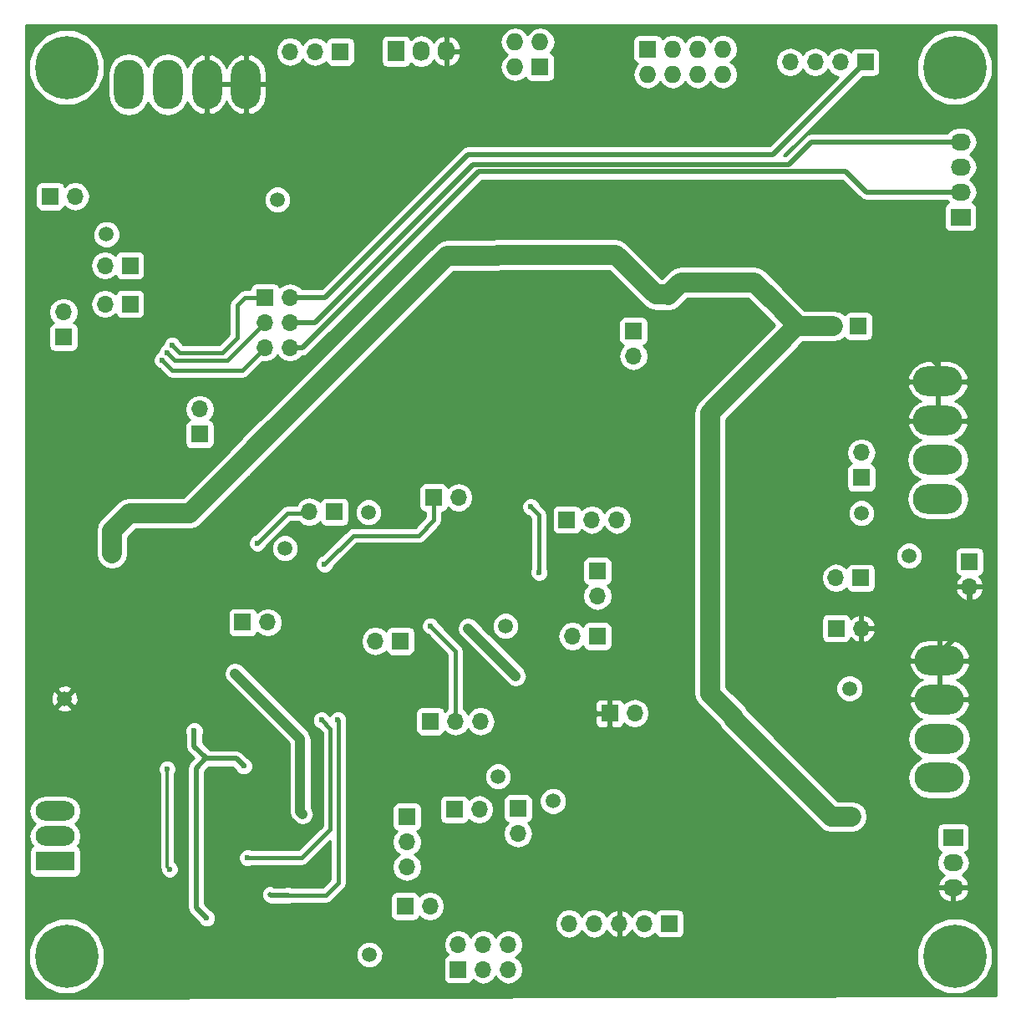
<source format=gbr>
G04 #@! TF.FileFunction,Copper,L2,Bot,Signal*
%FSLAX46Y46*%
G04 Gerber Fmt 4.6, Leading zero omitted, Abs format (unit mm)*
G04 Created by KiCad (PCBNEW 4.0.2-stable) date 10/05/17 15:07:02*
%MOMM*%
G01*
G04 APERTURE LIST*
%ADD10C,0.100000*%
%ADD11R,1.727200X1.727200*%
%ADD12O,1.727200X1.727200*%
%ADD13R,1.700000X1.700000*%
%ADD14O,1.700000X1.700000*%
%ADD15R,2.032000X1.727200*%
%ADD16O,2.032000X1.727200*%
%ADD17R,3.960000X1.980000*%
%ADD18O,3.960000X1.980000*%
%ADD19C,1.500000*%
%ADD20O,5.001260X2.999740*%
%ADD21O,2.999740X5.001260*%
%ADD22R,1.727200X2.032000*%
%ADD23O,1.727200X2.032000*%
%ADD24C,6.400000*%
%ADD25C,0.800000*%
%ADD26C,0.500000*%
%ADD27C,0.600000*%
%ADD28C,0.500000*%
%ADD29C,0.400000*%
%ADD30C,0.250000*%
%ADD31C,1.000000*%
%ADD32C,2.000000*%
%ADD33C,0.300000*%
%ADD34C,0.700000*%
%ADD35C,0.254000*%
G04 APERTURE END LIST*
D10*
D11*
X127200000Y-42950000D03*
D12*
X127200000Y-40410000D03*
X124660000Y-42950000D03*
X124660000Y-40410000D03*
D13*
X113500000Y-127950000D03*
D14*
X116040000Y-127950000D03*
D15*
X169800000Y-58150000D03*
D16*
X169800000Y-55610000D03*
X169800000Y-53070000D03*
X169800000Y-50530000D03*
D13*
X113700000Y-118900000D03*
D14*
X113700000Y-121440000D03*
X113700000Y-123980000D03*
D13*
X77550000Y-56050000D03*
D14*
X80090000Y-56050000D03*
D13*
X85650000Y-66950000D03*
D14*
X83110000Y-66950000D03*
D13*
X85650000Y-63050000D03*
D14*
X83110000Y-63050000D03*
D13*
X157200000Y-99800000D03*
D14*
X159740000Y-99800000D03*
D13*
X159700000Y-94700000D03*
D14*
X157160000Y-94700000D03*
D13*
X92700000Y-80150000D03*
D14*
X92700000Y-77610000D03*
D13*
X106350000Y-88000000D03*
D14*
X103810000Y-88000000D03*
D13*
X159750000Y-84550000D03*
D14*
X159750000Y-82010000D03*
D13*
X159450000Y-69200000D03*
D14*
X156910000Y-69200000D03*
D13*
X113030000Y-101092000D03*
D14*
X110490000Y-101092000D03*
D13*
X136650000Y-69700000D03*
D14*
X136650000Y-72240000D03*
D13*
X124950000Y-118050000D03*
D14*
X124950000Y-120590000D03*
D17*
X78050000Y-123400000D03*
D18*
X78050000Y-120860000D03*
X78050000Y-118320000D03*
D13*
X118900000Y-134350000D03*
D14*
X118900000Y-131810000D03*
X121440000Y-134350000D03*
X121440000Y-131810000D03*
X123980000Y-134350000D03*
X123980000Y-131810000D03*
D13*
X118500000Y-118150000D03*
D14*
X121040000Y-118150000D03*
D13*
X133000000Y-94000000D03*
D14*
X133000000Y-96540000D03*
D13*
X170700000Y-93050000D03*
D14*
X170700000Y-95590000D03*
D19*
X109900000Y-132850000D03*
X122936000Y-114808000D03*
X128500000Y-117300000D03*
X164592000Y-92456000D03*
X83250000Y-59900000D03*
X101346000Y-91694000D03*
X109800000Y-88050000D03*
X123698000Y-99568000D03*
X100584000Y-56388000D03*
X159766000Y-88138000D03*
X158550000Y-105900000D03*
X78994000Y-106934000D03*
D13*
X140300000Y-129700000D03*
D14*
X137760000Y-129700000D03*
X135220000Y-129700000D03*
X132680000Y-129700000D03*
X130140000Y-129700000D03*
D13*
X78900000Y-70300000D03*
D14*
X78900000Y-67760000D03*
D20*
X167500000Y-82731200D03*
X167500000Y-78768800D03*
X167500000Y-86691060D03*
X167500000Y-74808940D03*
D21*
X89458800Y-44704000D03*
X93421200Y-44704000D03*
X85498940Y-44704000D03*
X97381060Y-44704000D03*
D20*
X167650000Y-107018800D03*
X167650000Y-110981200D03*
X167650000Y-103058940D03*
X167650000Y-114941060D03*
D13*
X116400000Y-86550000D03*
D14*
X118940000Y-86550000D03*
D13*
X133000000Y-100600000D03*
D14*
X130460000Y-100600000D03*
D13*
X116078000Y-109220000D03*
D14*
X118618000Y-109220000D03*
X121158000Y-109220000D03*
D13*
X134250000Y-108400000D03*
D14*
X136790000Y-108400000D03*
D13*
X97050000Y-99200000D03*
D14*
X99590000Y-99200000D03*
D22*
X112600000Y-41350000D03*
D23*
X115140000Y-41350000D03*
X117680000Y-41350000D03*
D11*
X138100000Y-41150000D03*
D12*
X138100000Y-43690000D03*
X140640000Y-41150000D03*
X140640000Y-43690000D03*
X143180000Y-41150000D03*
X143180000Y-43690000D03*
X145720000Y-41150000D03*
X145720000Y-43690000D03*
D24*
X79200000Y-43000000D03*
D25*
X81600000Y-43000000D03*
X80897056Y-44697056D03*
X79200000Y-45400000D03*
X77502944Y-44697056D03*
X76800000Y-43000000D03*
X77502944Y-41302944D03*
X79200000Y-40600000D03*
X80897056Y-41302944D03*
D24*
X169200000Y-43000000D03*
D25*
X171600000Y-43000000D03*
X170897056Y-44697056D03*
X169200000Y-45400000D03*
X167502944Y-44697056D03*
X166800000Y-43000000D03*
X167502944Y-41302944D03*
X169200000Y-40600000D03*
X170897056Y-41302944D03*
D24*
X169200000Y-133000000D03*
D25*
X171600000Y-133000000D03*
X170897056Y-134697056D03*
X169200000Y-135400000D03*
X167502944Y-134697056D03*
X166800000Y-133000000D03*
X167502944Y-131302944D03*
X169200000Y-130600000D03*
X170897056Y-131302944D03*
D24*
X79200000Y-133000000D03*
D25*
X81600000Y-133000000D03*
X80897056Y-134697056D03*
X79200000Y-135400000D03*
X77502944Y-134697056D03*
X76800000Y-133000000D03*
X77502944Y-131302944D03*
X79200000Y-130600000D03*
X80897056Y-131302944D03*
D15*
X169050000Y-121000000D03*
D16*
X169050000Y-123540000D03*
X169050000Y-126080000D03*
D13*
X160150000Y-42450000D03*
D14*
X157610000Y-42450000D03*
X155070000Y-42450000D03*
X152530000Y-42450000D03*
D13*
X106934000Y-41402000D03*
D14*
X104394000Y-41402000D03*
X101854000Y-41402000D03*
D13*
X129900000Y-88800000D03*
D14*
X132440000Y-88800000D03*
X134980000Y-88800000D03*
D13*
X99314000Y-66294000D03*
D14*
X101854000Y-66294000D03*
X99314000Y-68834000D03*
X101854000Y-68834000D03*
X99314000Y-71374000D03*
X101854000Y-71374000D03*
D26*
X99822000Y-126746000D03*
D27*
X106700000Y-109100000D03*
X101600000Y-126850000D03*
X105050000Y-109100000D03*
X97550000Y-123050000D03*
X141210000Y-132990000D03*
X140930000Y-136180000D03*
X138360000Y-136180000D03*
X139360000Y-133780000D03*
X137800000Y-132210000D03*
X135510000Y-133500000D03*
X137740000Y-135290000D03*
X133890000Y-136070000D03*
X131320000Y-135450000D03*
X132440000Y-134560000D03*
X133610000Y-131770000D03*
X131090000Y-133160000D03*
X129530000Y-132160000D03*
X129470000Y-135790000D03*
X127740000Y-134780000D03*
X127630000Y-132320000D03*
X126790000Y-126960000D03*
X127850000Y-125060000D03*
X127350000Y-122490000D03*
X123050000Y-123160000D03*
X122820000Y-120250000D03*
X120810000Y-120700000D03*
X121430000Y-122320000D03*
X125060000Y-123440000D03*
X124500000Y-126070000D03*
D26*
X85344000Y-82042000D03*
D27*
X84900000Y-80280000D03*
X83740000Y-78850000D03*
X80630000Y-77610000D03*
X81700000Y-75480000D03*
X85880000Y-76010000D03*
X87390000Y-79210000D03*
X86940000Y-83030000D03*
X85080000Y-85610000D03*
X88990000Y-85430000D03*
X89880000Y-84190000D03*
X88810000Y-81970000D03*
X88810000Y-77250000D03*
X86320000Y-73700000D03*
X85170000Y-71300000D03*
X82940000Y-72630000D03*
X79300000Y-73790000D03*
X77080000Y-76900000D03*
X77080000Y-80190000D03*
X77080000Y-84540000D03*
X78940000Y-87830000D03*
X81250000Y-90230000D03*
X80280000Y-93520000D03*
X76990000Y-93790000D03*
X77170000Y-97120000D03*
X80910000Y-97900000D03*
X81980000Y-101200000D03*
X78620000Y-100920000D03*
X76500000Y-100080000D03*
X75770000Y-102650000D03*
X78290000Y-104160000D03*
X81470000Y-103490000D03*
X83320000Y-103320000D03*
X85270000Y-103830000D03*
X86170000Y-106280000D03*
X83540000Y-106280000D03*
X81030000Y-107180000D03*
X82310000Y-108020000D03*
X83150000Y-110250000D03*
X85330000Y-110470000D03*
X86170000Y-108800000D03*
X88850000Y-109130000D03*
X88510000Y-111760000D03*
X84320000Y-112210000D03*
X81810000Y-112210000D03*
X80970000Y-110980000D03*
X80750000Y-109410000D03*
X78290000Y-109690000D03*
X77280000Y-112370000D03*
X79910000Y-113380000D03*
X81470000Y-116290000D03*
X79180000Y-115560000D03*
X76670000Y-115560000D03*
X76220000Y-113160000D03*
X76670000Y-110810000D03*
X77060000Y-108070000D03*
X156210000Y-129794000D03*
X152220000Y-120810000D03*
X152800000Y-118380000D03*
X153420000Y-119830000D03*
X152940000Y-121900000D03*
X153570000Y-123520000D03*
X153030000Y-124810000D03*
X151850000Y-125790000D03*
X150570000Y-126120000D03*
X151740000Y-127830000D03*
X150120000Y-128690000D03*
X148700000Y-128130000D03*
X148390000Y-126340000D03*
X147520000Y-127070000D03*
X146460000Y-128100000D03*
X148250000Y-129590000D03*
X149620000Y-131090000D03*
X151350000Y-132490000D03*
X151970000Y-131880000D03*
X151130000Y-130540000D03*
X151130000Y-129470000D03*
X152690000Y-129840000D03*
X109520000Y-73370000D03*
X108410000Y-75550000D03*
X106060000Y-78290000D03*
X104270000Y-80020000D03*
X108300000Y-79180000D03*
X108070000Y-81310000D03*
X105220000Y-82260000D03*
X103150000Y-82310000D03*
X100470000Y-83090000D03*
X99130000Y-85330000D03*
X100580000Y-86280000D03*
X102710000Y-84600000D03*
X106230000Y-85330000D03*
X108410000Y-83540000D03*
X110530000Y-82200000D03*
X110980000Y-85500000D03*
X114000000Y-87120000D03*
X113600000Y-85380000D03*
X113420000Y-83250000D03*
X116130000Y-83630000D03*
X117840000Y-82300000D03*
X119020000Y-83820000D03*
X121040000Y-83360000D03*
X121690000Y-81000000D03*
X120130000Y-81230000D03*
X116430000Y-81340000D03*
X112780000Y-80770000D03*
X110830000Y-80620000D03*
X95170000Y-40270000D03*
X97230000Y-40350000D03*
X92470000Y-40460000D03*
X90490000Y-40310000D03*
X88010000Y-40080000D03*
X85950000Y-40350000D03*
X122380000Y-41150000D03*
X122380000Y-42790000D03*
X121160000Y-42180000D03*
X121120000Y-40270000D03*
X119900000Y-40310000D03*
X119710000Y-41950000D03*
X119060000Y-44080000D03*
X118260000Y-46180000D03*
X120090000Y-45260000D03*
X120820000Y-44200000D03*
X122490000Y-44200000D03*
X122420000Y-46410000D03*
X120620000Y-47510000D03*
X118450000Y-47850000D03*
X117350000Y-49910000D03*
X116470000Y-48920000D03*
X116740000Y-46060000D03*
X117460000Y-44390000D03*
X77978000Y-65024000D03*
X83970000Y-65110000D03*
X82300000Y-64920000D03*
X80770000Y-64880000D03*
X79130000Y-65070000D03*
X170180000Y-61976000D03*
X168200000Y-64260000D03*
X167860000Y-62310000D03*
X167920000Y-60570000D03*
X166520000Y-61080000D03*
X166520000Y-62590000D03*
X164900000Y-62470000D03*
X164900000Y-61240000D03*
X165070000Y-59570000D03*
X163230000Y-59680000D03*
X162890000Y-61640000D03*
X163060000Y-62640000D03*
X161440000Y-62640000D03*
X161490000Y-61190000D03*
X161490000Y-59510000D03*
X159820000Y-59510000D03*
X159650000Y-60910000D03*
X159820000Y-62420000D03*
X159820000Y-64040000D03*
X161490000Y-64150000D03*
X163620000Y-64150000D03*
X163730000Y-65990000D03*
X163230000Y-68560000D03*
X164510000Y-70070000D03*
X169760000Y-100300000D03*
X167580000Y-99860000D03*
X165680000Y-100190000D03*
X165520000Y-98350000D03*
X166910000Y-98350000D03*
X169260000Y-98010000D03*
X168810000Y-96730000D03*
X167360000Y-96560000D03*
X165850000Y-96560000D03*
X163780000Y-97010000D03*
X161940000Y-97790000D03*
X162160000Y-99130000D03*
X164120000Y-98910000D03*
X164290000Y-100580000D03*
X163390000Y-101980000D03*
X162050000Y-100810000D03*
X160380000Y-102320000D03*
X162220000Y-103490000D03*
X163730000Y-104780000D03*
X160040000Y-97730000D03*
X157890000Y-97730000D03*
X155400000Y-97680000D03*
X155400000Y-96640000D03*
X156910000Y-96640000D03*
X158840000Y-96640000D03*
X160930000Y-96620000D03*
X162420000Y-96090000D03*
X163670000Y-95330000D03*
X166490000Y-95020000D03*
X168280000Y-95110000D03*
X171380000Y-98290000D03*
X171380000Y-100250000D03*
X171640000Y-102880000D03*
X171160000Y-104750000D03*
X171410000Y-107210000D03*
X144960000Y-133830000D03*
X144330000Y-134600000D03*
X144370000Y-136160000D03*
X145790000Y-134420000D03*
X146280000Y-133040000D03*
X146910000Y-134340000D03*
X143140000Y-131570000D03*
X141850000Y-131570000D03*
X143020000Y-129780000D03*
X144950000Y-131630000D03*
X145120000Y-132800000D03*
X142800000Y-134670000D03*
X143110000Y-132990000D03*
X142150000Y-128970000D03*
X140550000Y-127330000D03*
X139230000Y-126020000D03*
X138200000Y-125310000D03*
X137180000Y-124260000D03*
X126930000Y-129390000D03*
X128080000Y-128300000D03*
X128220000Y-129980000D03*
X126930000Y-130730000D03*
X126180000Y-131090000D03*
X126110000Y-132820000D03*
X126150000Y-134190000D03*
X126110000Y-135140000D03*
X126000000Y-136440000D03*
X124130000Y-136590000D03*
X122420000Y-136590000D03*
X120660000Y-136630000D03*
X118830000Y-136700000D03*
X117120000Y-136700000D03*
X87630000Y-134620000D03*
X116340000Y-136010000D03*
X114220000Y-136180000D03*
X113050000Y-135170000D03*
X115060000Y-131990000D03*
X115060000Y-134390000D03*
X116450000Y-132490000D03*
X116060000Y-130480000D03*
X114500000Y-131040000D03*
X113100000Y-131990000D03*
X111820000Y-134000000D03*
X111590000Y-136460000D03*
X110030000Y-135060000D03*
X108070000Y-134670000D03*
X108800000Y-136010000D03*
X106560000Y-136070000D03*
X107070000Y-134450000D03*
X104720000Y-134950000D03*
X104050000Y-136070000D03*
X101990000Y-136660000D03*
X98910000Y-136660000D03*
X97000000Y-136780000D03*
X94830000Y-136630000D03*
X92620000Y-136630000D03*
X90720000Y-136440000D03*
X88580000Y-136440000D03*
X86410000Y-136250000D03*
X86220000Y-134950000D03*
X85610000Y-132820000D03*
X84960000Y-134340000D03*
X84050000Y-136400000D03*
X83250000Y-135670000D03*
X83900000Y-133690000D03*
X84280000Y-132050000D03*
X84890000Y-131100000D03*
X87100000Y-131100000D03*
X89760000Y-130610000D03*
X92090000Y-130490000D03*
X93800000Y-132170000D03*
X92010000Y-132550000D03*
X89990000Y-132550000D03*
X87820000Y-132820000D03*
X150622000Y-88138000D03*
X154340000Y-87730000D03*
X167250000Y-71690000D03*
X165490000Y-71750000D03*
X110640000Y-78960000D03*
X110540000Y-77440000D03*
X90170000Y-66294000D03*
D26*
X91440000Y-66040000D03*
X93218000Y-66040000D03*
X94234000Y-66802000D03*
X94234000Y-68072000D03*
X92202000Y-94996000D03*
X91948000Y-100838000D03*
X91948000Y-101854000D03*
X117348000Y-92202000D03*
X122682000Y-94234000D03*
D27*
X110998000Y-96012000D03*
X110998000Y-94996000D03*
X140716000Y-95250000D03*
X140716000Y-97790000D03*
X136652000Y-74676000D03*
X125730000Y-55880000D03*
X89154000Y-65532000D03*
X77216000Y-47498000D03*
X80264000Y-47752000D03*
X86360000Y-54864000D03*
X91186000Y-54356000D03*
X110490000Y-72644000D03*
X110490000Y-74930000D03*
X124968000Y-74676000D03*
X126238000Y-74168000D03*
X127508000Y-74422000D03*
X124968000Y-76200000D03*
X127254000Y-75438000D03*
X127508000Y-77470000D03*
X125984000Y-77470000D03*
X146304000Y-91186000D03*
X147320000Y-87884000D03*
X148082000Y-89408000D03*
X162052000Y-66294000D03*
X148082000Y-104902000D03*
X153162000Y-103886000D03*
X153162000Y-105410000D03*
X151384000Y-120904000D03*
X151638000Y-122428000D03*
X136906000Y-119634000D03*
X133096000Y-121920000D03*
X99822000Y-101854000D03*
X97028000Y-101854000D03*
X109220000Y-110998000D03*
X109220000Y-113030000D03*
D26*
X99568000Y-119126000D03*
X99568000Y-120650000D03*
X98044000Y-120650000D03*
X98900000Y-119900000D03*
X98044000Y-119126000D03*
D27*
X150740000Y-66830000D03*
X155110000Y-69000000D03*
X152140000Y-69880000D03*
X151600000Y-67450000D03*
X149845000Y-65875000D03*
X153180000Y-69030000D03*
X112014000Y-67818000D03*
X113284000Y-66548000D03*
X83820000Y-92202000D03*
X83820000Y-89916000D03*
X147574000Y-109728000D03*
X146812000Y-108966000D03*
X148590000Y-110744000D03*
D26*
X157734000Y-118364000D03*
X157988000Y-119634000D03*
D27*
X140208000Y-66040000D03*
X102870000Y-115700000D03*
X103124000Y-118618000D03*
X96266000Y-104394000D03*
X89662000Y-124206000D03*
X89408000Y-114046000D03*
X124714000Y-104648000D03*
X119888000Y-99822000D03*
X85598000Y-88138000D03*
X158750000Y-118872000D03*
X110744000Y-69088000D03*
X122800000Y-62050000D03*
X98552000Y-91186000D03*
X92150000Y-110200000D03*
X97150000Y-113750000D03*
X93400000Y-129150000D03*
X88900000Y-72644000D03*
X89408000Y-71882000D03*
X89916000Y-71120000D03*
X116078000Y-99568000D03*
X105350000Y-93300000D03*
X127100000Y-94150000D03*
X126250000Y-87500000D03*
D28*
X99926000Y-126850000D02*
X101600000Y-126850000D01*
X99822000Y-126746000D02*
X99926000Y-126850000D01*
D29*
X105500000Y-126850000D02*
X101600000Y-126850000D01*
X106750000Y-125600000D02*
X105500000Y-126850000D01*
X106750000Y-109150000D02*
X106750000Y-125600000D01*
X106700000Y-109100000D02*
X106750000Y-109150000D01*
X105050000Y-109100000D02*
X105950000Y-110000000D01*
X105950000Y-110000000D02*
X105950000Y-120150000D01*
X105950000Y-120150000D02*
X103050000Y-123050000D01*
X103050000Y-123050000D02*
X97550000Y-123050000D01*
D28*
X126180000Y-131090000D02*
X126400000Y-131090000D01*
X141850000Y-132350000D02*
X141850000Y-131570000D01*
X141210000Y-132990000D02*
X141850000Y-132350000D01*
X138360000Y-136180000D02*
X140930000Y-136180000D01*
X139360000Y-133770000D02*
X139360000Y-133780000D01*
X137800000Y-132210000D02*
X139360000Y-133770000D01*
X135950000Y-133500000D02*
X135510000Y-133500000D01*
X137740000Y-135290000D02*
X135950000Y-133500000D01*
X131940000Y-136070000D02*
X133890000Y-136070000D01*
X131320000Y-135450000D02*
X131940000Y-136070000D01*
X132440000Y-132940000D02*
X132440000Y-134560000D01*
X133610000Y-131770000D02*
X132440000Y-132940000D01*
X130530000Y-133160000D02*
X131090000Y-133160000D01*
X129530000Y-132160000D02*
X130530000Y-133160000D01*
X128750000Y-135790000D02*
X129470000Y-135790000D01*
X127740000Y-134780000D02*
X128750000Y-135790000D01*
X126400000Y-131090000D02*
X127630000Y-132320000D01*
X125450000Y-128300000D02*
X125370000Y-128300000D01*
X126790000Y-126960000D02*
X125450000Y-128300000D01*
X127850000Y-122990000D02*
X127850000Y-125060000D01*
X127350000Y-122490000D02*
X127850000Y-122990000D01*
X123050000Y-120480000D02*
X123050000Y-123160000D01*
X122820000Y-120250000D02*
X123050000Y-120480000D01*
X120810000Y-121700000D02*
X120810000Y-120700000D01*
X121430000Y-122320000D02*
X120810000Y-121700000D01*
X125060000Y-125510000D02*
X125060000Y-123440000D01*
X124500000Y-126070000D02*
X125060000Y-125510000D01*
X85344000Y-80724000D02*
X85344000Y-82042000D01*
X84900000Y-80280000D02*
X85344000Y-80724000D01*
X81870000Y-78850000D02*
X83740000Y-78850000D01*
X80630000Y-77610000D02*
X81870000Y-78850000D01*
X85350000Y-75480000D02*
X81700000Y-75480000D01*
X85880000Y-76010000D02*
X85350000Y-75480000D01*
X87390000Y-82580000D02*
X87390000Y-79210000D01*
X86940000Y-83030000D02*
X87390000Y-82580000D01*
X88810000Y-85610000D02*
X85080000Y-85610000D01*
X88990000Y-85430000D02*
X88810000Y-85610000D01*
X89880000Y-83040000D02*
X89880000Y-84190000D01*
X88810000Y-81970000D02*
X89880000Y-83040000D01*
X88810000Y-76190000D02*
X88810000Y-77250000D01*
X86320000Y-73700000D02*
X88810000Y-76190000D01*
X84270000Y-71300000D02*
X85170000Y-71300000D01*
X82940000Y-72630000D02*
X84270000Y-71300000D01*
X79300000Y-74680000D02*
X79300000Y-73790000D01*
X77080000Y-76900000D02*
X79300000Y-74680000D01*
X77080000Y-84540000D02*
X77080000Y-80190000D01*
X78940000Y-87920000D02*
X78940000Y-87830000D01*
X81250000Y-90230000D02*
X78940000Y-87920000D01*
X77260000Y-93520000D02*
X80280000Y-93520000D01*
X76990000Y-93790000D02*
X77260000Y-93520000D01*
X80130000Y-97120000D02*
X77170000Y-97120000D01*
X80910000Y-97900000D02*
X80130000Y-97120000D01*
X78900000Y-101200000D02*
X81980000Y-101200000D01*
X78620000Y-100920000D02*
X78900000Y-101200000D01*
X76500000Y-101920000D02*
X76500000Y-100080000D01*
X75770000Y-102650000D02*
X76500000Y-101920000D01*
X80800000Y-104160000D02*
X78290000Y-104160000D01*
X81470000Y-103490000D02*
X80800000Y-104160000D01*
X84760000Y-103320000D02*
X83320000Y-103320000D01*
X85270000Y-103830000D02*
X84760000Y-103320000D01*
X83540000Y-106280000D02*
X86170000Y-106280000D01*
X81470000Y-107180000D02*
X81030000Y-107180000D01*
X82310000Y-108020000D02*
X81470000Y-107180000D01*
X85110000Y-110250000D02*
X83150000Y-110250000D01*
X85330000Y-110470000D02*
X85110000Y-110250000D01*
X88520000Y-108800000D02*
X86170000Y-108800000D01*
X88850000Y-109130000D02*
X88520000Y-108800000D01*
X84770000Y-111760000D02*
X88510000Y-111760000D01*
X84320000Y-112210000D02*
X84770000Y-111760000D01*
X81810000Y-111820000D02*
X81810000Y-112210000D01*
X80970000Y-110980000D02*
X81810000Y-111820000D01*
X78570000Y-109410000D02*
X80750000Y-109410000D01*
X78290000Y-109690000D02*
X78570000Y-109410000D01*
X78900000Y-112370000D02*
X77280000Y-112370000D01*
X79910000Y-113380000D02*
X78900000Y-112370000D01*
X79910000Y-116290000D02*
X81470000Y-116290000D01*
X79180000Y-115560000D02*
X79910000Y-116290000D01*
X76670000Y-113610000D02*
X76670000Y-115560000D01*
X76220000Y-113160000D02*
X76670000Y-113610000D01*
X76670000Y-108460000D02*
X76670000Y-110810000D01*
X77060000Y-108070000D02*
X76670000Y-108460000D01*
X156210000Y-129794000D02*
X152736000Y-129794000D01*
X152130000Y-120720000D02*
X152220000Y-120810000D01*
X152130000Y-119050000D02*
X152130000Y-120720000D01*
X152800000Y-118380000D02*
X152130000Y-119050000D01*
X153420000Y-121420000D02*
X153420000Y-119830000D01*
X152940000Y-121900000D02*
X153420000Y-121420000D01*
X153570000Y-124270000D02*
X153570000Y-123520000D01*
X153030000Y-124810000D02*
X153570000Y-124270000D01*
X150900000Y-125790000D02*
X151850000Y-125790000D01*
X150570000Y-126120000D02*
X150900000Y-125790000D01*
X150980000Y-127830000D02*
X151740000Y-127830000D01*
X150120000Y-128690000D02*
X150980000Y-127830000D01*
X148700000Y-126650000D02*
X148700000Y-128130000D01*
X148390000Y-126340000D02*
X148700000Y-126650000D01*
X147490000Y-127070000D02*
X147520000Y-127070000D01*
X146460000Y-128100000D02*
X147490000Y-127070000D01*
X148250000Y-129720000D02*
X148250000Y-129590000D01*
X149620000Y-131090000D02*
X148250000Y-129720000D01*
X151360000Y-132490000D02*
X151350000Y-132490000D01*
X151970000Y-131880000D02*
X151360000Y-132490000D01*
X151130000Y-129470000D02*
X151130000Y-130540000D01*
X152736000Y-129794000D02*
X152690000Y-129840000D01*
X110640000Y-78960000D02*
X110640000Y-80430000D01*
X110490000Y-74340000D02*
X110490000Y-74930000D01*
X109520000Y-73370000D02*
X110490000Y-74340000D01*
X108410000Y-75940000D02*
X108410000Y-75550000D01*
X106060000Y-78290000D02*
X108410000Y-75940000D01*
X107460000Y-80020000D02*
X104270000Y-80020000D01*
X108300000Y-79180000D02*
X107460000Y-80020000D01*
X106170000Y-81310000D02*
X108070000Y-81310000D01*
X105220000Y-82260000D02*
X106170000Y-81310000D01*
X101250000Y-82310000D02*
X103150000Y-82310000D01*
X100470000Y-83090000D02*
X101250000Y-82310000D01*
X99630000Y-85330000D02*
X99130000Y-85330000D01*
X100580000Y-86280000D02*
X99630000Y-85330000D01*
X105500000Y-84600000D02*
X102710000Y-84600000D01*
X106230000Y-85330000D02*
X105500000Y-84600000D01*
X109190000Y-83540000D02*
X108410000Y-83540000D01*
X110530000Y-82200000D02*
X109190000Y-83540000D01*
X112380000Y-85500000D02*
X110980000Y-85500000D01*
X114000000Y-87120000D02*
X112380000Y-85500000D01*
X113600000Y-83430000D02*
X113600000Y-85380000D01*
X113420000Y-83250000D02*
X113600000Y-83430000D01*
X116510000Y-83630000D02*
X116130000Y-83630000D01*
X117840000Y-82300000D02*
X116510000Y-83630000D01*
X120580000Y-83820000D02*
X119020000Y-83820000D01*
X121040000Y-83360000D02*
X120580000Y-83820000D01*
X120360000Y-81000000D02*
X121690000Y-81000000D01*
X120130000Y-81230000D02*
X120360000Y-81000000D01*
X113350000Y-81340000D02*
X116430000Y-81340000D01*
X112780000Y-80770000D02*
X113350000Y-81340000D01*
X110640000Y-80430000D02*
X110830000Y-80620000D01*
X97150000Y-40270000D02*
X95170000Y-40270000D01*
X97230000Y-40350000D02*
X97150000Y-40270000D01*
X92470000Y-40460000D02*
X92320000Y-40310000D01*
X92320000Y-40310000D02*
X90490000Y-40310000D01*
X88010000Y-40080000D02*
X87740000Y-40350000D01*
X87740000Y-40350000D02*
X85950000Y-40350000D01*
X122380000Y-42790000D02*
X122380000Y-41150000D01*
X121160000Y-40310000D02*
X121160000Y-42180000D01*
X121120000Y-40270000D02*
X121160000Y-40310000D01*
X119900000Y-41760000D02*
X119900000Y-40310000D01*
X119710000Y-41950000D02*
X119900000Y-41760000D01*
X119060000Y-45380000D02*
X119060000Y-44080000D01*
X118260000Y-46180000D02*
X119060000Y-45380000D01*
X120090000Y-44930000D02*
X120090000Y-45260000D01*
X120820000Y-44200000D02*
X120090000Y-44930000D01*
X122490000Y-46340000D02*
X122490000Y-44200000D01*
X122420000Y-46410000D02*
X122490000Y-46340000D01*
X118790000Y-47510000D02*
X120620000Y-47510000D01*
X118450000Y-47850000D02*
X118790000Y-47510000D01*
X117350000Y-49800000D02*
X117350000Y-49910000D01*
X116470000Y-48920000D02*
X117350000Y-49800000D01*
X116740000Y-45110000D02*
X116740000Y-46060000D01*
X117460000Y-44390000D02*
X116740000Y-45110000D01*
X82490000Y-65110000D02*
X83970000Y-65110000D01*
X82300000Y-64920000D02*
X82490000Y-65110000D01*
X79320000Y-64880000D02*
X80770000Y-64880000D01*
X79130000Y-65070000D02*
X79320000Y-64880000D01*
X167500000Y-74808940D02*
X167500000Y-73060000D01*
X168200000Y-62650000D02*
X168200000Y-64260000D01*
X167860000Y-62310000D02*
X168200000Y-62650000D01*
X167030000Y-60570000D02*
X167920000Y-60570000D01*
X166520000Y-61080000D02*
X167030000Y-60570000D01*
X165020000Y-62590000D02*
X166520000Y-62590000D01*
X164900000Y-62470000D02*
X165020000Y-62590000D01*
X164900000Y-59740000D02*
X164900000Y-61240000D01*
X165070000Y-59570000D02*
X164900000Y-59740000D01*
X163230000Y-61300000D02*
X163230000Y-59680000D01*
X162890000Y-61640000D02*
X163230000Y-61300000D01*
X161440000Y-62640000D02*
X163060000Y-62640000D01*
X161490000Y-59510000D02*
X161490000Y-61190000D01*
X159820000Y-60740000D02*
X159820000Y-59510000D01*
X159650000Y-60910000D02*
X159820000Y-60740000D01*
X159820000Y-64040000D02*
X159820000Y-62420000D01*
X163620000Y-64150000D02*
X161490000Y-64150000D01*
X163730000Y-68060000D02*
X163730000Y-65990000D01*
X163230000Y-68560000D02*
X163730000Y-68060000D01*
X167500000Y-73060000D02*
X164510000Y-70070000D01*
X169760000Y-100300000D02*
X167650000Y-102410000D01*
X166010000Y-99860000D02*
X167580000Y-99860000D01*
X165680000Y-100190000D02*
X166010000Y-99860000D01*
X166910000Y-98350000D02*
X165520000Y-98350000D01*
X169260000Y-97180000D02*
X169260000Y-98010000D01*
X168810000Y-96730000D02*
X169260000Y-97180000D01*
X165850000Y-96560000D02*
X167360000Y-96560000D01*
X162720000Y-97010000D02*
X163780000Y-97010000D01*
X161940000Y-97790000D02*
X162720000Y-97010000D01*
X163900000Y-99130000D02*
X162160000Y-99130000D01*
X164120000Y-98910000D02*
X163900000Y-99130000D01*
X164290000Y-101080000D02*
X164290000Y-100580000D01*
X163390000Y-101980000D02*
X164290000Y-101080000D01*
X161890000Y-100810000D02*
X162050000Y-100810000D01*
X160380000Y-102320000D02*
X161890000Y-100810000D01*
X162440000Y-103490000D02*
X162220000Y-103490000D01*
X163730000Y-104780000D02*
X162440000Y-103490000D01*
X167650000Y-102410000D02*
X167650000Y-103058940D01*
X170700000Y-95590000D02*
X168760000Y-95590000D01*
X157890000Y-97730000D02*
X160040000Y-97730000D01*
X155400000Y-96640000D02*
X155400000Y-97680000D01*
X158840000Y-96640000D02*
X156910000Y-96640000D01*
X161890000Y-96620000D02*
X160930000Y-96620000D01*
X162420000Y-96090000D02*
X161890000Y-96620000D01*
X166180000Y-95330000D02*
X163670000Y-95330000D01*
X166490000Y-95020000D02*
X166180000Y-95330000D01*
X168760000Y-95590000D02*
X168280000Y-95110000D01*
X170700000Y-97610000D02*
X170700000Y-95590000D01*
X171380000Y-98290000D02*
X170700000Y-97610000D01*
X171380000Y-102620000D02*
X171380000Y-100250000D01*
X171640000Y-102880000D02*
X171380000Y-102620000D01*
X171160000Y-106960000D02*
X171160000Y-104750000D01*
X171410000Y-107210000D02*
X171160000Y-106960000D01*
X145550000Y-134420000D02*
X145790000Y-134420000D01*
X144960000Y-133830000D02*
X145550000Y-134420000D01*
X144330000Y-136120000D02*
X144330000Y-134600000D01*
X144370000Y-136160000D02*
X144330000Y-136120000D01*
X146280000Y-133710000D02*
X146280000Y-133040000D01*
X146910000Y-134340000D02*
X146280000Y-133710000D01*
X143140000Y-131570000D02*
X143020000Y-131450000D01*
X143020000Y-131450000D02*
X143020000Y-129780000D01*
X144950000Y-131630000D02*
X145120000Y-131800000D01*
X145120000Y-131800000D02*
X145120000Y-132800000D01*
X142800000Y-133300000D02*
X142800000Y-134670000D01*
X143110000Y-132990000D02*
X142800000Y-133300000D01*
X141850000Y-131570000D02*
X142150000Y-131270000D01*
X142150000Y-131270000D02*
X142150000Y-128970000D01*
X140550000Y-127330000D02*
X139240000Y-126020000D01*
X139240000Y-126020000D02*
X139230000Y-126020000D01*
X138200000Y-125310000D02*
X137180000Y-124290000D01*
X137180000Y-124290000D02*
X137180000Y-124260000D01*
X116430000Y-136010000D02*
X116340000Y-136010000D01*
X125370000Y-128300000D02*
X126460000Y-129390000D01*
X126460000Y-129390000D02*
X126930000Y-129390000D01*
X128080000Y-128300000D02*
X128220000Y-128440000D01*
X128220000Y-128440000D02*
X128220000Y-129980000D01*
X126930000Y-130730000D02*
X126570000Y-131090000D01*
X126570000Y-131090000D02*
X126180000Y-131090000D01*
X126110000Y-132820000D02*
X126150000Y-132860000D01*
X126150000Y-132860000D02*
X126150000Y-134190000D01*
X126110000Y-135140000D02*
X126000000Y-135250000D01*
X126000000Y-135250000D02*
X126000000Y-136440000D01*
X124130000Y-136590000D02*
X122420000Y-136590000D01*
X120660000Y-136630000D02*
X120590000Y-136700000D01*
X120590000Y-136700000D02*
X118830000Y-136700000D01*
X117120000Y-136700000D02*
X116430000Y-136010000D01*
X87630000Y-134620000D02*
X87630000Y-133010000D01*
X114220000Y-136180000D02*
X113210000Y-135170000D01*
X113210000Y-135170000D02*
X113050000Y-135170000D01*
X115060000Y-131990000D02*
X115060000Y-134390000D01*
X116340000Y-132600000D02*
X116340000Y-136010000D01*
X116450000Y-132490000D02*
X116340000Y-132600000D01*
X115060000Y-130480000D02*
X116060000Y-130480000D01*
X114500000Y-131040000D02*
X115060000Y-130480000D01*
X113100000Y-132720000D02*
X113100000Y-131990000D01*
X111820000Y-134000000D02*
X113100000Y-132720000D01*
X111430000Y-136460000D02*
X111590000Y-136460000D01*
X110030000Y-135060000D02*
X111430000Y-136460000D01*
X108070000Y-135280000D02*
X108070000Y-134670000D01*
X108800000Y-136010000D02*
X108070000Y-135280000D01*
X106560000Y-134960000D02*
X106560000Y-136070000D01*
X107070000Y-134450000D02*
X106560000Y-134960000D01*
X104720000Y-135400000D02*
X104720000Y-134950000D01*
X104050000Y-136070000D02*
X104720000Y-135400000D01*
X98910000Y-136660000D02*
X101990000Y-136660000D01*
X94980000Y-136780000D02*
X97000000Y-136780000D01*
X94830000Y-136630000D02*
X94980000Y-136780000D01*
X90910000Y-136630000D02*
X92620000Y-136630000D01*
X90720000Y-136440000D02*
X90910000Y-136630000D01*
X86600000Y-136440000D02*
X88580000Y-136440000D01*
X86410000Y-136250000D02*
X86600000Y-136440000D01*
X86220000Y-133430000D02*
X86220000Y-134950000D01*
X85610000Y-132820000D02*
X86220000Y-133430000D01*
X84960000Y-135490000D02*
X84960000Y-134340000D01*
X84050000Y-136400000D02*
X84960000Y-135490000D01*
X83250000Y-134340000D02*
X83250000Y-135670000D01*
X83900000Y-133690000D02*
X83250000Y-134340000D01*
X84280000Y-131710000D02*
X84280000Y-132050000D01*
X84890000Y-131100000D02*
X84280000Y-131710000D01*
X89270000Y-131100000D02*
X87100000Y-131100000D01*
X89760000Y-130610000D02*
X89270000Y-131100000D01*
X92120000Y-130490000D02*
X92090000Y-130490000D01*
X93800000Y-132170000D02*
X92120000Y-130490000D01*
X89990000Y-132550000D02*
X92010000Y-132550000D01*
X87630000Y-133010000D02*
X87820000Y-132820000D01*
X165550000Y-71690000D02*
X167250000Y-71690000D01*
X165490000Y-71750000D02*
X165550000Y-71690000D01*
X110490000Y-74930000D02*
X110490000Y-77390000D01*
X110490000Y-77390000D02*
X110540000Y-77440000D01*
X110640000Y-78960000D02*
X110540000Y-78860000D01*
X110540000Y-78860000D02*
X110540000Y-77440000D01*
D29*
X93218000Y-66040000D02*
X91440000Y-66040000D01*
X94234000Y-68072000D02*
X94234000Y-66802000D01*
X91948000Y-101854000D02*
X91948000Y-100838000D01*
X110998000Y-94996000D02*
X110998000Y-96012000D01*
D28*
X80010000Y-47498000D02*
X77216000Y-47498000D01*
X80264000Y-47752000D02*
X80010000Y-47498000D01*
X90678000Y-54864000D02*
X86360000Y-54864000D01*
X91186000Y-54356000D02*
X90678000Y-54864000D01*
X110490000Y-72644000D02*
X110490000Y-74930000D01*
X127254000Y-75438000D02*
X127254000Y-74676000D01*
X125730000Y-74676000D02*
X124968000Y-74676000D01*
X126238000Y-74168000D02*
X125730000Y-74676000D01*
X127254000Y-74676000D02*
X127508000Y-74422000D01*
X124968000Y-76200000D02*
X124968000Y-76454000D01*
X127254000Y-77216000D02*
X127254000Y-75438000D01*
X127508000Y-77470000D02*
X127254000Y-77216000D01*
X124968000Y-76454000D02*
X125984000Y-77470000D01*
X153162000Y-105410000D02*
X153162000Y-103886000D01*
X151384000Y-120904000D02*
X151638000Y-121158000D01*
X151638000Y-121158000D02*
X151638000Y-122428000D01*
X97028000Y-101854000D02*
X99822000Y-101854000D01*
D30*
X99568000Y-120650000D02*
X99568000Y-119126000D01*
X98044000Y-120650000D02*
X99568000Y-120650000D01*
X98044000Y-119126000D02*
X98044000Y-120650000D01*
X98126000Y-119126000D02*
X98044000Y-119126000D01*
X98126000Y-119126000D02*
X98900000Y-119900000D01*
D31*
X150740000Y-66830000D02*
X150860000Y-66710000D01*
X150860000Y-66710000D02*
X150740000Y-66830000D01*
X150740000Y-66830000D02*
X150740000Y-66590000D01*
X155080000Y-69030000D02*
X153180000Y-69030000D01*
X155110000Y-69000000D02*
X155080000Y-69030000D01*
X152140000Y-69880000D02*
X152320000Y-70060000D01*
X152320000Y-70060000D02*
X152140000Y-69880000D01*
X152140000Y-69880000D02*
X152140000Y-70240000D01*
X149845000Y-65875000D02*
X149845000Y-65695000D01*
D32*
X153180000Y-69200000D02*
X153180000Y-69030000D01*
X141448000Y-64760000D02*
X140208000Y-66000000D01*
X148910000Y-64760000D02*
X141448000Y-64760000D01*
X153180000Y-69030000D02*
X151600000Y-67450000D01*
X151600000Y-67450000D02*
X150740000Y-66590000D01*
X150740000Y-66590000D02*
X149845000Y-65695000D01*
X149845000Y-65695000D02*
X148910000Y-64760000D01*
X146812000Y-108966000D02*
X146812000Y-108812000D01*
X153180000Y-69200000D02*
X156910000Y-69200000D01*
X144400000Y-77980000D02*
X152140000Y-70240000D01*
X152140000Y-70240000D02*
X153180000Y-69200000D01*
X144400000Y-106400000D02*
X144400000Y-77980000D01*
X146812000Y-108812000D02*
X144400000Y-106400000D01*
X98298000Y-81442000D02*
X98390000Y-81442000D01*
X98390000Y-81442000D02*
X110744000Y-69088000D01*
X98298000Y-81534000D02*
X98298000Y-81442000D01*
X98298000Y-81442000D02*
X100110000Y-79630000D01*
X96620000Y-83230000D02*
X96611000Y-83221000D01*
X96611000Y-83221000D02*
X96620000Y-83230000D01*
X96620000Y-83230000D02*
X96620000Y-83212000D01*
X112014000Y-67818000D02*
X110744000Y-69088000D01*
X113284000Y-66548000D02*
X112014000Y-67818000D01*
X117782000Y-62050000D02*
X113284000Y-66548000D01*
X122800000Y-62050000D02*
X117782000Y-62050000D01*
X83820000Y-89916000D02*
X83820000Y-92202000D01*
X85598000Y-88138000D02*
X83820000Y-89916000D01*
X147574000Y-109728000D02*
X148590000Y-110744000D01*
X147574000Y-109728000D02*
X146812000Y-108966000D01*
X148590000Y-110744000D02*
X147574000Y-109728000D01*
D28*
X157734000Y-118364000D02*
X157734000Y-118872000D01*
X157734000Y-118364000D02*
X157734000Y-118872000D01*
X158750000Y-118872000D02*
X157988000Y-119634000D01*
D32*
X140208000Y-66040000D02*
X140208000Y-66000000D01*
X140208000Y-66000000D02*
X140208000Y-66040000D01*
X140208000Y-66040000D02*
X140208000Y-66000000D01*
D30*
X102870000Y-115700000D02*
X102870000Y-115824000D01*
D31*
X102870000Y-118364000D02*
X102870000Y-115824000D01*
X103124000Y-118618000D02*
X102870000Y-118364000D01*
X102870000Y-110998000D02*
X96266000Y-104394000D01*
X102870000Y-115824000D02*
X102870000Y-110998000D01*
D33*
X89662000Y-124206000D02*
X89408000Y-123952000D01*
X89408000Y-123952000D02*
X89408000Y-114046000D01*
D31*
X119888000Y-99822000D02*
X124714000Y-104648000D01*
D32*
X91694000Y-88138000D02*
X85598000Y-88138000D01*
X98298000Y-81534000D02*
X96620000Y-83212000D01*
X96620000Y-83212000D02*
X91694000Y-88138000D01*
X156718000Y-118872000D02*
X157734000Y-118872000D01*
X148590000Y-110744000D02*
X156718000Y-118872000D01*
X157734000Y-118872000D02*
X158750000Y-118872000D01*
X140208000Y-66000000D02*
X138900000Y-66000000D01*
X134850000Y-61950000D02*
X122800000Y-61950000D01*
X138900000Y-66000000D02*
X134850000Y-61950000D01*
D34*
X122800000Y-62050000D02*
X122800000Y-61950000D01*
X122800000Y-61950000D02*
X122800000Y-62050000D01*
X122800000Y-62050000D02*
X122800000Y-61950000D01*
D29*
X101600000Y-88138000D02*
X103672000Y-88138000D01*
X98552000Y-91186000D02*
X101600000Y-88138000D01*
X103672000Y-88138000D02*
X103810000Y-88000000D01*
D28*
X101854000Y-71374000D02*
X103124000Y-71374000D01*
X160258000Y-55610000D02*
X169800000Y-55610000D01*
X158180002Y-53532002D02*
X160258000Y-55610000D01*
X120965998Y-53532002D02*
X158180002Y-53532002D01*
X103124000Y-71374000D02*
X120965998Y-53532002D01*
X101854000Y-68834000D02*
X104394000Y-68834000D01*
X154702000Y-50530000D02*
X169800000Y-50530000D01*
X152400000Y-52832000D02*
X154702000Y-50530000D01*
X120396000Y-52832000D02*
X152400000Y-52832000D01*
X104394000Y-68834000D02*
X120396000Y-52832000D01*
X93300000Y-113000000D02*
X93300000Y-112900000D01*
X92150000Y-111750000D02*
X92150000Y-110200000D01*
X93300000Y-112900000D02*
X92150000Y-111750000D01*
X97150000Y-113750000D02*
X96400000Y-113000000D01*
X96400000Y-113000000D02*
X93300000Y-113000000D01*
X93300000Y-113000000D02*
X92350000Y-113950000D01*
X92350000Y-113950000D02*
X92350000Y-128100000D01*
X92350000Y-128100000D02*
X93400000Y-129150000D01*
D29*
X97028000Y-73660000D02*
X99314000Y-71374000D01*
X89916000Y-73660000D02*
X97028000Y-73660000D01*
X88900000Y-72644000D02*
X89916000Y-73660000D01*
X95504000Y-72644000D02*
X99314000Y-68834000D01*
X90170000Y-72644000D02*
X95504000Y-72644000D01*
X89408000Y-71882000D02*
X90170000Y-72644000D01*
X97282000Y-66294000D02*
X99314000Y-66294000D01*
X96520000Y-67056000D02*
X97282000Y-66294000D01*
X96520000Y-70358000D02*
X96520000Y-67056000D01*
X94996000Y-71882000D02*
X96520000Y-70358000D01*
X90678000Y-71882000D02*
X94996000Y-71882000D01*
X89916000Y-71120000D02*
X90678000Y-71882000D01*
X118618000Y-102108000D02*
X118618000Y-109220000D01*
X116078000Y-99568000D02*
X118618000Y-102108000D01*
D28*
X101854000Y-66294000D02*
X105410000Y-66294000D01*
X150784000Y-51816000D02*
X160150000Y-42450000D01*
X119888000Y-51816000D02*
X150784000Y-51816000D01*
X105410000Y-66294000D02*
X119888000Y-51816000D01*
D29*
X116400000Y-88850000D02*
X116400000Y-86550000D01*
X114850000Y-90400000D02*
X116400000Y-88850000D01*
X108250000Y-90400000D02*
X114850000Y-90400000D01*
X105350000Y-93300000D02*
X108250000Y-90400000D01*
X127100000Y-88350000D02*
X127100000Y-94150000D01*
X126250000Y-87500000D02*
X127100000Y-88350000D01*
D35*
G36*
X173355000Y-137033326D02*
X75057000Y-137286672D01*
X75057000Y-133759482D01*
X75364336Y-133759482D01*
X75946950Y-135169515D01*
X77024811Y-136249259D01*
X78433825Y-136834333D01*
X79959482Y-136835664D01*
X81369515Y-136253050D01*
X82449259Y-135175189D01*
X83034333Y-133766175D01*
X83034892Y-133124285D01*
X108514760Y-133124285D01*
X108725169Y-133633515D01*
X109114436Y-134023461D01*
X109623298Y-134234759D01*
X110174285Y-134235240D01*
X110683515Y-134024831D01*
X111073461Y-133635564D01*
X111129752Y-133500000D01*
X117402560Y-133500000D01*
X117402560Y-135200000D01*
X117446838Y-135435317D01*
X117585910Y-135651441D01*
X117798110Y-135796431D01*
X118050000Y-135847440D01*
X119750000Y-135847440D01*
X119985317Y-135803162D01*
X120201441Y-135664090D01*
X120346431Y-135451890D01*
X120360086Y-135384459D01*
X120389946Y-135429147D01*
X120871715Y-135751054D01*
X121440000Y-135864093D01*
X122008285Y-135751054D01*
X122490054Y-135429147D01*
X122710000Y-135099974D01*
X122929946Y-135429147D01*
X123411715Y-135751054D01*
X123980000Y-135864093D01*
X124548285Y-135751054D01*
X125030054Y-135429147D01*
X125351961Y-134947378D01*
X125465000Y-134379093D01*
X125465000Y-134320907D01*
X125353326Y-133759482D01*
X165364336Y-133759482D01*
X165946950Y-135169515D01*
X167024811Y-136249259D01*
X168433825Y-136834333D01*
X169959482Y-136835664D01*
X171369515Y-136253050D01*
X172449259Y-135175189D01*
X173034333Y-133766175D01*
X173035664Y-132240518D01*
X172453050Y-130830485D01*
X171375189Y-129750741D01*
X169966175Y-129165667D01*
X168440518Y-129164336D01*
X167030485Y-129746950D01*
X165950741Y-130824811D01*
X165365667Y-132233825D01*
X165364336Y-133759482D01*
X125353326Y-133759482D01*
X125351961Y-133752622D01*
X125030054Y-133270853D01*
X124744422Y-133080000D01*
X125030054Y-132889147D01*
X125351961Y-132407378D01*
X125465000Y-131839093D01*
X125465000Y-131780907D01*
X125351961Y-131212622D01*
X125030054Y-130730853D01*
X124548285Y-130408946D01*
X123980000Y-130295907D01*
X123411715Y-130408946D01*
X122929946Y-130730853D01*
X122710000Y-131060026D01*
X122490054Y-130730853D01*
X122008285Y-130408946D01*
X121440000Y-130295907D01*
X120871715Y-130408946D01*
X120389946Y-130730853D01*
X120170000Y-131060026D01*
X119950054Y-130730853D01*
X119468285Y-130408946D01*
X118900000Y-130295907D01*
X118331715Y-130408946D01*
X117849946Y-130730853D01*
X117528039Y-131212622D01*
X117415000Y-131780907D01*
X117415000Y-131839093D01*
X117528039Y-132407378D01*
X117849946Y-132889147D01*
X117851179Y-132889971D01*
X117814683Y-132896838D01*
X117598559Y-133035910D01*
X117453569Y-133248110D01*
X117402560Y-133500000D01*
X111129752Y-133500000D01*
X111284759Y-133126702D01*
X111285240Y-132575715D01*
X111074831Y-132066485D01*
X110685564Y-131676539D01*
X110176702Y-131465241D01*
X109625715Y-131464760D01*
X109116485Y-131675169D01*
X108726539Y-132064436D01*
X108515241Y-132573298D01*
X108514760Y-133124285D01*
X83034892Y-133124285D01*
X83035664Y-132240518D01*
X82453050Y-130830485D01*
X81375189Y-129750741D01*
X79966175Y-129165667D01*
X78440518Y-129164336D01*
X77030485Y-129746950D01*
X75950741Y-130824811D01*
X75365667Y-132233825D01*
X75364336Y-133759482D01*
X75057000Y-133759482D01*
X75057000Y-118320000D01*
X75383769Y-118320000D01*
X75507465Y-118941861D01*
X75859720Y-119469049D01*
X76040736Y-119590000D01*
X75859720Y-119710951D01*
X75507465Y-120238139D01*
X75383769Y-120860000D01*
X75507465Y-121481861D01*
X75757705Y-121856372D01*
X75618559Y-121945910D01*
X75473569Y-122158110D01*
X75422560Y-122410000D01*
X75422560Y-124390000D01*
X75466838Y-124625317D01*
X75605910Y-124841441D01*
X75818110Y-124986431D01*
X76070000Y-125037440D01*
X80030000Y-125037440D01*
X80265317Y-124993162D01*
X80481441Y-124854090D01*
X80626431Y-124641890D01*
X80677440Y-124390000D01*
X80677440Y-122410000D01*
X80633162Y-122174683D01*
X80494090Y-121958559D01*
X80342997Y-121855322D01*
X80592535Y-121481861D01*
X80716231Y-120860000D01*
X80592535Y-120238139D01*
X80240280Y-119710951D01*
X80059264Y-119590000D01*
X80240280Y-119469049D01*
X80592535Y-118941861D01*
X80716231Y-118320000D01*
X80592535Y-117698139D01*
X80240280Y-117170951D01*
X79713092Y-116818696D01*
X79091231Y-116695000D01*
X77008769Y-116695000D01*
X76386908Y-116818696D01*
X75859720Y-117170951D01*
X75507465Y-117698139D01*
X75383769Y-118320000D01*
X75057000Y-118320000D01*
X75057000Y-114231167D01*
X88472838Y-114231167D01*
X88614883Y-114574943D01*
X88623000Y-114583074D01*
X88623000Y-123952000D01*
X88682755Y-124252407D01*
X88726901Y-124318477D01*
X88726838Y-124391167D01*
X88868883Y-124734943D01*
X89131673Y-124998192D01*
X89475201Y-125140838D01*
X89847167Y-125141162D01*
X90190943Y-124999117D01*
X90454192Y-124736327D01*
X90596838Y-124392799D01*
X90597162Y-124020833D01*
X90455117Y-123677057D01*
X90193000Y-123414482D01*
X90193000Y-114583506D01*
X90200192Y-114576327D01*
X90342838Y-114232799D01*
X90343162Y-113860833D01*
X90201117Y-113517057D01*
X89938327Y-113253808D01*
X89594799Y-113111162D01*
X89222833Y-113110838D01*
X88879057Y-113252883D01*
X88615808Y-113515673D01*
X88473162Y-113859201D01*
X88472838Y-114231167D01*
X75057000Y-114231167D01*
X75057000Y-110385167D01*
X91214838Y-110385167D01*
X91265000Y-110506569D01*
X91265000Y-111749995D01*
X91264999Y-111750000D01*
X91317712Y-112015000D01*
X91332367Y-112088675D01*
X91523154Y-112374210D01*
X91524210Y-112375790D01*
X92098420Y-112950000D01*
X91724210Y-113324210D01*
X91532367Y-113611325D01*
X91521190Y-113667516D01*
X91464999Y-113950000D01*
X91465000Y-113950005D01*
X91465000Y-128099995D01*
X91464999Y-128100000D01*
X91504573Y-128298946D01*
X91532367Y-128438675D01*
X91654094Y-128620853D01*
X91724210Y-128725790D01*
X92557255Y-129558835D01*
X92606883Y-129678943D01*
X92869673Y-129942192D01*
X93213201Y-130084838D01*
X93585167Y-130085162D01*
X93928943Y-129943117D01*
X94192192Y-129680327D01*
X94196103Y-129670907D01*
X128655000Y-129670907D01*
X128655000Y-129729093D01*
X128768039Y-130297378D01*
X129089946Y-130779147D01*
X129571715Y-131101054D01*
X130140000Y-131214093D01*
X130708285Y-131101054D01*
X131190054Y-130779147D01*
X131410000Y-130449974D01*
X131629946Y-130779147D01*
X132111715Y-131101054D01*
X132680000Y-131214093D01*
X133248285Y-131101054D01*
X133730054Y-130779147D01*
X133957702Y-130438447D01*
X134024817Y-130581358D01*
X134453076Y-130971645D01*
X134863110Y-131141476D01*
X135093000Y-131020155D01*
X135093000Y-129827000D01*
X135073000Y-129827000D01*
X135073000Y-129573000D01*
X135093000Y-129573000D01*
X135093000Y-128379845D01*
X135347000Y-128379845D01*
X135347000Y-129573000D01*
X135367000Y-129573000D01*
X135367000Y-129827000D01*
X135347000Y-129827000D01*
X135347000Y-131020155D01*
X135576890Y-131141476D01*
X135986924Y-130971645D01*
X136415183Y-130581358D01*
X136482298Y-130438447D01*
X136709946Y-130779147D01*
X137191715Y-131101054D01*
X137760000Y-131214093D01*
X138328285Y-131101054D01*
X138810054Y-130779147D01*
X138837850Y-130737548D01*
X138846838Y-130785317D01*
X138985910Y-131001441D01*
X139198110Y-131146431D01*
X139450000Y-131197440D01*
X141150000Y-131197440D01*
X141385317Y-131153162D01*
X141601441Y-131014090D01*
X141746431Y-130801890D01*
X141797440Y-130550000D01*
X141797440Y-128850000D01*
X141753162Y-128614683D01*
X141614090Y-128398559D01*
X141401890Y-128253569D01*
X141150000Y-128202560D01*
X139450000Y-128202560D01*
X139214683Y-128246838D01*
X138998559Y-128385910D01*
X138853569Y-128598110D01*
X138839914Y-128665541D01*
X138810054Y-128620853D01*
X138328285Y-128298946D01*
X137760000Y-128185907D01*
X137191715Y-128298946D01*
X136709946Y-128620853D01*
X136482298Y-128961553D01*
X136415183Y-128818642D01*
X135986924Y-128428355D01*
X135576890Y-128258524D01*
X135347000Y-128379845D01*
X135093000Y-128379845D01*
X134863110Y-128258524D01*
X134453076Y-128428355D01*
X134024817Y-128818642D01*
X133957702Y-128961553D01*
X133730054Y-128620853D01*
X133248285Y-128298946D01*
X132680000Y-128185907D01*
X132111715Y-128298946D01*
X131629946Y-128620853D01*
X131410000Y-128950026D01*
X131190054Y-128620853D01*
X130708285Y-128298946D01*
X130140000Y-128185907D01*
X129571715Y-128298946D01*
X129089946Y-128620853D01*
X128768039Y-129102622D01*
X128655000Y-129670907D01*
X94196103Y-129670907D01*
X94334838Y-129336799D01*
X94335162Y-128964833D01*
X94193117Y-128621057D01*
X93930327Y-128357808D01*
X93809013Y-128307434D01*
X93235000Y-127733420D01*
X93235000Y-123235167D01*
X96614838Y-123235167D01*
X96756883Y-123578943D01*
X97019673Y-123842192D01*
X97363201Y-123984838D01*
X97735167Y-123985162D01*
X97977578Y-123885000D01*
X103050000Y-123885000D01*
X103369541Y-123821439D01*
X103640434Y-123640434D01*
X105915000Y-121365868D01*
X105915000Y-125254132D01*
X105154132Y-126015000D01*
X102027234Y-126015000D01*
X101786799Y-125915162D01*
X101414833Y-125914838D01*
X101293431Y-125965000D01*
X100248899Y-125965000D01*
X99998810Y-125861154D01*
X99822004Y-125861000D01*
X99822000Y-125860999D01*
X99821996Y-125861000D01*
X99646735Y-125860847D01*
X99321343Y-125995296D01*
X99196212Y-126120209D01*
X99196210Y-126120210D01*
X99196209Y-126120212D01*
X99072171Y-126244033D01*
X98937154Y-126569190D01*
X98937000Y-126745996D01*
X98936999Y-126746000D01*
X98937000Y-126746004D01*
X98936847Y-126921265D01*
X99071296Y-127246657D01*
X99196209Y-127371788D01*
X99196210Y-127371790D01*
X99196374Y-127371954D01*
X99320033Y-127495829D01*
X99346892Y-127506982D01*
X99532269Y-127630846D01*
X99587325Y-127667633D01*
X99926000Y-127735001D01*
X99926005Y-127735000D01*
X101293178Y-127735000D01*
X101413201Y-127784838D01*
X101785167Y-127785162D01*
X102027578Y-127685000D01*
X105500000Y-127685000D01*
X105819541Y-127621439D01*
X106090434Y-127440434D01*
X106430868Y-127100000D01*
X112002560Y-127100000D01*
X112002560Y-128800000D01*
X112046838Y-129035317D01*
X112185910Y-129251441D01*
X112398110Y-129396431D01*
X112650000Y-129447440D01*
X114350000Y-129447440D01*
X114585317Y-129403162D01*
X114801441Y-129264090D01*
X114946431Y-129051890D01*
X114960086Y-128984459D01*
X114989946Y-129029147D01*
X115471715Y-129351054D01*
X116040000Y-129464093D01*
X116608285Y-129351054D01*
X117090054Y-129029147D01*
X117411961Y-128547378D01*
X117525000Y-127979093D01*
X117525000Y-127920907D01*
X117411961Y-127352622D01*
X117090054Y-126870853D01*
X116608285Y-126548946D01*
X116055681Y-126439026D01*
X167442642Y-126439026D01*
X167445291Y-126454791D01*
X167699268Y-126982036D01*
X168135680Y-127371954D01*
X168688087Y-127565184D01*
X168923000Y-127420924D01*
X168923000Y-126207000D01*
X169177000Y-126207000D01*
X169177000Y-127420924D01*
X169411913Y-127565184D01*
X169964320Y-127371954D01*
X170400732Y-126982036D01*
X170654709Y-126454791D01*
X170657358Y-126439026D01*
X170536217Y-126207000D01*
X169177000Y-126207000D01*
X168923000Y-126207000D01*
X167563783Y-126207000D01*
X167442642Y-126439026D01*
X116055681Y-126439026D01*
X116040000Y-126435907D01*
X115471715Y-126548946D01*
X114989946Y-126870853D01*
X114962150Y-126912452D01*
X114953162Y-126864683D01*
X114814090Y-126648559D01*
X114601890Y-126503569D01*
X114350000Y-126452560D01*
X112650000Y-126452560D01*
X112414683Y-126496838D01*
X112198559Y-126635910D01*
X112053569Y-126848110D01*
X112002560Y-127100000D01*
X106430868Y-127100000D01*
X107340434Y-126190434D01*
X107499082Y-125953000D01*
X107521439Y-125919541D01*
X107585000Y-125600000D01*
X107585000Y-121440000D01*
X112185907Y-121440000D01*
X112298946Y-122008285D01*
X112620853Y-122490054D01*
X112950026Y-122710000D01*
X112620853Y-122929946D01*
X112298946Y-123411715D01*
X112185907Y-123980000D01*
X112298946Y-124548285D01*
X112620853Y-125030054D01*
X113102622Y-125351961D01*
X113670907Y-125465000D01*
X113729093Y-125465000D01*
X114297378Y-125351961D01*
X114779147Y-125030054D01*
X115101054Y-124548285D01*
X115214093Y-123980000D01*
X115126572Y-123540000D01*
X167366655Y-123540000D01*
X167480729Y-124113489D01*
X167805585Y-124599670D01*
X168115069Y-124806461D01*
X167699268Y-125177964D01*
X167445291Y-125705209D01*
X167442642Y-125720974D01*
X167563783Y-125953000D01*
X168923000Y-125953000D01*
X168923000Y-125933000D01*
X169177000Y-125933000D01*
X169177000Y-125953000D01*
X170536217Y-125953000D01*
X170657358Y-125720974D01*
X170654709Y-125705209D01*
X170400732Y-125177964D01*
X169984931Y-124806461D01*
X170294415Y-124599670D01*
X170619271Y-124113489D01*
X170733345Y-123540000D01*
X170619271Y-122966511D01*
X170294415Y-122480330D01*
X170280087Y-122470757D01*
X170301317Y-122466762D01*
X170517441Y-122327690D01*
X170662431Y-122115490D01*
X170713440Y-121863600D01*
X170713440Y-120136400D01*
X170669162Y-119901083D01*
X170530090Y-119684959D01*
X170317890Y-119539969D01*
X170066000Y-119488960D01*
X168034000Y-119488960D01*
X167798683Y-119533238D01*
X167582559Y-119672310D01*
X167437569Y-119884510D01*
X167386560Y-120136400D01*
X167386560Y-121863600D01*
X167430838Y-122098917D01*
X167569910Y-122315041D01*
X167782110Y-122460031D01*
X167823439Y-122468400D01*
X167805585Y-122480330D01*
X167480729Y-122966511D01*
X167366655Y-123540000D01*
X115126572Y-123540000D01*
X115101054Y-123411715D01*
X114779147Y-122929946D01*
X114449974Y-122710000D01*
X114779147Y-122490054D01*
X115101054Y-122008285D01*
X115214093Y-121440000D01*
X115101054Y-120871715D01*
X114912819Y-120590000D01*
X123435907Y-120590000D01*
X123548946Y-121158285D01*
X123870853Y-121640054D01*
X124352622Y-121961961D01*
X124920907Y-122075000D01*
X124979093Y-122075000D01*
X125547378Y-121961961D01*
X126029147Y-121640054D01*
X126351054Y-121158285D01*
X126464093Y-120590000D01*
X126351054Y-120021715D01*
X126029147Y-119539946D01*
X125987548Y-119512150D01*
X126035317Y-119503162D01*
X126251441Y-119364090D01*
X126396431Y-119151890D01*
X126447440Y-118900000D01*
X126447440Y-117574285D01*
X127114760Y-117574285D01*
X127325169Y-118083515D01*
X127714436Y-118473461D01*
X128223298Y-118684759D01*
X128774285Y-118685240D01*
X129283515Y-118474831D01*
X129673461Y-118085564D01*
X129884759Y-117576702D01*
X129885240Y-117025715D01*
X129674831Y-116516485D01*
X129285564Y-116126539D01*
X128776702Y-115915241D01*
X128225715Y-115914760D01*
X127716485Y-116125169D01*
X127326539Y-116514436D01*
X127115241Y-117023298D01*
X127114760Y-117574285D01*
X126447440Y-117574285D01*
X126447440Y-117200000D01*
X126403162Y-116964683D01*
X126264090Y-116748559D01*
X126051890Y-116603569D01*
X125800000Y-116552560D01*
X124100000Y-116552560D01*
X123864683Y-116596838D01*
X123648559Y-116735910D01*
X123503569Y-116948110D01*
X123452560Y-117200000D01*
X123452560Y-118900000D01*
X123496838Y-119135317D01*
X123635910Y-119351441D01*
X123848110Y-119496431D01*
X123915541Y-119510086D01*
X123870853Y-119539946D01*
X123548946Y-120021715D01*
X123435907Y-120590000D01*
X114912819Y-120590000D01*
X114779147Y-120389946D01*
X114737548Y-120362150D01*
X114785317Y-120353162D01*
X115001441Y-120214090D01*
X115146431Y-120001890D01*
X115197440Y-119750000D01*
X115197440Y-118050000D01*
X115153162Y-117814683D01*
X115014090Y-117598559D01*
X114801890Y-117453569D01*
X114550000Y-117402560D01*
X112850000Y-117402560D01*
X112614683Y-117446838D01*
X112398559Y-117585910D01*
X112253569Y-117798110D01*
X112202560Y-118050000D01*
X112202560Y-119750000D01*
X112246838Y-119985317D01*
X112385910Y-120201441D01*
X112598110Y-120346431D01*
X112665541Y-120360086D01*
X112620853Y-120389946D01*
X112298946Y-120871715D01*
X112185907Y-121440000D01*
X107585000Y-121440000D01*
X107585000Y-117300000D01*
X117002560Y-117300000D01*
X117002560Y-119000000D01*
X117046838Y-119235317D01*
X117185910Y-119451441D01*
X117398110Y-119596431D01*
X117650000Y-119647440D01*
X119350000Y-119647440D01*
X119585317Y-119603162D01*
X119801441Y-119464090D01*
X119946431Y-119251890D01*
X119960086Y-119184459D01*
X119989946Y-119229147D01*
X120471715Y-119551054D01*
X121040000Y-119664093D01*
X121608285Y-119551054D01*
X122090054Y-119229147D01*
X122411961Y-118747378D01*
X122525000Y-118179093D01*
X122525000Y-118120907D01*
X122411961Y-117552622D01*
X122090054Y-117070853D01*
X121608285Y-116748946D01*
X121040000Y-116635907D01*
X120471715Y-116748946D01*
X119989946Y-117070853D01*
X119962150Y-117112452D01*
X119953162Y-117064683D01*
X119814090Y-116848559D01*
X119601890Y-116703569D01*
X119350000Y-116652560D01*
X117650000Y-116652560D01*
X117414683Y-116696838D01*
X117198559Y-116835910D01*
X117053569Y-117048110D01*
X117002560Y-117300000D01*
X107585000Y-117300000D01*
X107585000Y-115082285D01*
X121550760Y-115082285D01*
X121761169Y-115591515D01*
X122150436Y-115981461D01*
X122659298Y-116192759D01*
X123210285Y-116193240D01*
X123719515Y-115982831D01*
X124109461Y-115593564D01*
X124320759Y-115084702D01*
X124321240Y-114533715D01*
X124110831Y-114024485D01*
X123721564Y-113634539D01*
X123212702Y-113423241D01*
X122661715Y-113422760D01*
X122152485Y-113633169D01*
X121762539Y-114022436D01*
X121551241Y-114531298D01*
X121550760Y-115082285D01*
X107585000Y-115082285D01*
X107585000Y-109406822D01*
X107634838Y-109286799D01*
X107635162Y-108914833D01*
X107493117Y-108571057D01*
X107292411Y-108370000D01*
X114580560Y-108370000D01*
X114580560Y-110070000D01*
X114624838Y-110305317D01*
X114763910Y-110521441D01*
X114976110Y-110666431D01*
X115228000Y-110717440D01*
X116928000Y-110717440D01*
X117163317Y-110673162D01*
X117379441Y-110534090D01*
X117524431Y-110321890D01*
X117538086Y-110254459D01*
X117567946Y-110299147D01*
X118049715Y-110621054D01*
X118618000Y-110734093D01*
X119186285Y-110621054D01*
X119668054Y-110299147D01*
X119888000Y-109969974D01*
X120107946Y-110299147D01*
X120589715Y-110621054D01*
X121158000Y-110734093D01*
X121726285Y-110621054D01*
X122208054Y-110299147D01*
X122529961Y-109817378D01*
X122643000Y-109249093D01*
X122643000Y-109190907D01*
X122542518Y-108685750D01*
X132765000Y-108685750D01*
X132765000Y-109376309D01*
X132861673Y-109609698D01*
X133040301Y-109788327D01*
X133273690Y-109885000D01*
X133964250Y-109885000D01*
X134123000Y-109726250D01*
X134123000Y-108527000D01*
X132923750Y-108527000D01*
X132765000Y-108685750D01*
X122542518Y-108685750D01*
X122529961Y-108622622D01*
X122208054Y-108140853D01*
X121726285Y-107818946D01*
X121158000Y-107705907D01*
X120589715Y-107818946D01*
X120107946Y-108140853D01*
X119888000Y-108470026D01*
X119668054Y-108140853D01*
X119453000Y-107997159D01*
X119453000Y-107423691D01*
X132765000Y-107423691D01*
X132765000Y-108114250D01*
X132923750Y-108273000D01*
X134123000Y-108273000D01*
X134123000Y-107073750D01*
X134377000Y-107073750D01*
X134377000Y-108273000D01*
X134397000Y-108273000D01*
X134397000Y-108527000D01*
X134377000Y-108527000D01*
X134377000Y-109726250D01*
X134535750Y-109885000D01*
X135226310Y-109885000D01*
X135459699Y-109788327D01*
X135638327Y-109609698D01*
X135710597Y-109435223D01*
X135739946Y-109479147D01*
X136221715Y-109801054D01*
X136790000Y-109914093D01*
X137358285Y-109801054D01*
X137840054Y-109479147D01*
X138161961Y-108997378D01*
X138275000Y-108429093D01*
X138275000Y-108370907D01*
X138161961Y-107802622D01*
X137840054Y-107320853D01*
X137358285Y-106998946D01*
X136790000Y-106885907D01*
X136221715Y-106998946D01*
X135739946Y-107320853D01*
X135710597Y-107364777D01*
X135638327Y-107190302D01*
X135459699Y-107011673D01*
X135226310Y-106915000D01*
X134535750Y-106915000D01*
X134377000Y-107073750D01*
X134123000Y-107073750D01*
X133964250Y-106915000D01*
X133273690Y-106915000D01*
X133040301Y-107011673D01*
X132861673Y-107190302D01*
X132765000Y-107423691D01*
X119453000Y-107423691D01*
X119453000Y-102108000D01*
X119389439Y-101788459D01*
X119208434Y-101517566D01*
X117512868Y-99822000D01*
X118753000Y-99822000D01*
X118839397Y-100256345D01*
X119085434Y-100624566D01*
X123911434Y-105450566D01*
X124279655Y-105696604D01*
X124714000Y-105783000D01*
X125148346Y-105696604D01*
X125516566Y-105450566D01*
X125762604Y-105082346D01*
X125849000Y-104648000D01*
X125762604Y-104213655D01*
X125516566Y-103845434D01*
X121513417Y-99842285D01*
X122312760Y-99842285D01*
X122523169Y-100351515D01*
X122912436Y-100741461D01*
X123421298Y-100952759D01*
X123972285Y-100953240D01*
X124481515Y-100742831D01*
X124653738Y-100570907D01*
X128975000Y-100570907D01*
X128975000Y-100629093D01*
X129088039Y-101197378D01*
X129409946Y-101679147D01*
X129891715Y-102001054D01*
X130460000Y-102114093D01*
X131028285Y-102001054D01*
X131510054Y-101679147D01*
X131537850Y-101637548D01*
X131546838Y-101685317D01*
X131685910Y-101901441D01*
X131898110Y-102046431D01*
X132150000Y-102097440D01*
X133850000Y-102097440D01*
X134085317Y-102053162D01*
X134301441Y-101914090D01*
X134446431Y-101701890D01*
X134497440Y-101450000D01*
X134497440Y-99750000D01*
X134453162Y-99514683D01*
X134314090Y-99298559D01*
X134101890Y-99153569D01*
X133850000Y-99102560D01*
X132150000Y-99102560D01*
X131914683Y-99146838D01*
X131698559Y-99285910D01*
X131553569Y-99498110D01*
X131539914Y-99565541D01*
X131510054Y-99520853D01*
X131028285Y-99198946D01*
X130460000Y-99085907D01*
X129891715Y-99198946D01*
X129409946Y-99520853D01*
X129088039Y-100002622D01*
X128975000Y-100570907D01*
X124653738Y-100570907D01*
X124871461Y-100353564D01*
X125082759Y-99844702D01*
X125083240Y-99293715D01*
X124872831Y-98784485D01*
X124483564Y-98394539D01*
X123974702Y-98183241D01*
X123423715Y-98182760D01*
X122914485Y-98393169D01*
X122524539Y-98782436D01*
X122313241Y-99291298D01*
X122312760Y-99842285D01*
X121513417Y-99842285D01*
X120690566Y-99019434D01*
X120322345Y-98773397D01*
X119888000Y-98687000D01*
X119453655Y-98773397D01*
X119085434Y-99019434D01*
X118839397Y-99387655D01*
X118753000Y-99822000D01*
X117512868Y-99822000D01*
X116970535Y-99279667D01*
X116871117Y-99039057D01*
X116608327Y-98775808D01*
X116264799Y-98633162D01*
X115892833Y-98632838D01*
X115549057Y-98774883D01*
X115285808Y-99037673D01*
X115143162Y-99381201D01*
X115142838Y-99753167D01*
X115284883Y-100096943D01*
X115547673Y-100360192D01*
X115789910Y-100460778D01*
X117783000Y-102453868D01*
X117783000Y-107997159D01*
X117567946Y-108140853D01*
X117540150Y-108182452D01*
X117531162Y-108134683D01*
X117392090Y-107918559D01*
X117179890Y-107773569D01*
X116928000Y-107722560D01*
X115228000Y-107722560D01*
X114992683Y-107766838D01*
X114776559Y-107905910D01*
X114631569Y-108118110D01*
X114580560Y-108370000D01*
X107292411Y-108370000D01*
X107230327Y-108307808D01*
X106886799Y-108165162D01*
X106514833Y-108164838D01*
X106171057Y-108306883D01*
X105907808Y-108569673D01*
X105875096Y-108648452D01*
X105843117Y-108571057D01*
X105580327Y-108307808D01*
X105236799Y-108165162D01*
X104864833Y-108164838D01*
X104521057Y-108306883D01*
X104257808Y-108569673D01*
X104115162Y-108913201D01*
X104114838Y-109285167D01*
X104256883Y-109628943D01*
X104519673Y-109892192D01*
X104761910Y-109992778D01*
X105115000Y-110345868D01*
X105115000Y-119804132D01*
X102704132Y-122215000D01*
X97977234Y-122215000D01*
X97736799Y-122115162D01*
X97364833Y-122114838D01*
X97021057Y-122256883D01*
X96757808Y-122519673D01*
X96615162Y-122863201D01*
X96614838Y-123235167D01*
X93235000Y-123235167D01*
X93235000Y-114316580D01*
X93666579Y-113885000D01*
X96033420Y-113885000D01*
X96307255Y-114158835D01*
X96356883Y-114278943D01*
X96619673Y-114542192D01*
X96963201Y-114684838D01*
X97335167Y-114685162D01*
X97678943Y-114543117D01*
X97942192Y-114280327D01*
X98084838Y-113936799D01*
X98085162Y-113564833D01*
X97943117Y-113221057D01*
X97680327Y-112957808D01*
X97559013Y-112907434D01*
X97025790Y-112374210D01*
X96876130Y-112274211D01*
X96738675Y-112182367D01*
X96682484Y-112171190D01*
X96400000Y-112114999D01*
X96399995Y-112115000D01*
X93766579Y-112115000D01*
X93035000Y-111383420D01*
X93035000Y-110506822D01*
X93084838Y-110386799D01*
X93085162Y-110014833D01*
X92943117Y-109671057D01*
X92680327Y-109407808D01*
X92336799Y-109265162D01*
X91964833Y-109264838D01*
X91621057Y-109406883D01*
X91357808Y-109669673D01*
X91215162Y-110013201D01*
X91214838Y-110385167D01*
X75057000Y-110385167D01*
X75057000Y-107905517D01*
X78202088Y-107905517D01*
X78270077Y-108146460D01*
X78789171Y-108331201D01*
X79339448Y-108303230D01*
X79717923Y-108146460D01*
X79785912Y-107905517D01*
X78994000Y-107113605D01*
X78202088Y-107905517D01*
X75057000Y-107905517D01*
X75057000Y-106729171D01*
X77596799Y-106729171D01*
X77624770Y-107279448D01*
X77781540Y-107657923D01*
X78022483Y-107725912D01*
X78814395Y-106934000D01*
X79173605Y-106934000D01*
X79965517Y-107725912D01*
X80206460Y-107657923D01*
X80391201Y-107138829D01*
X80363230Y-106588552D01*
X80206460Y-106210077D01*
X79965517Y-106142088D01*
X79173605Y-106934000D01*
X78814395Y-106934000D01*
X78022483Y-106142088D01*
X77781540Y-106210077D01*
X77596799Y-106729171D01*
X75057000Y-106729171D01*
X75057000Y-105962483D01*
X78202088Y-105962483D01*
X78994000Y-106754395D01*
X79785912Y-105962483D01*
X79717923Y-105721540D01*
X79198829Y-105536799D01*
X78648552Y-105564770D01*
X78270077Y-105721540D01*
X78202088Y-105962483D01*
X75057000Y-105962483D01*
X75057000Y-104394000D01*
X95131000Y-104394000D01*
X95217397Y-104828345D01*
X95463434Y-105196566D01*
X101735000Y-111468132D01*
X101735000Y-118364000D01*
X101821397Y-118798346D01*
X102026297Y-119105000D01*
X102067434Y-119166566D01*
X102321434Y-119420566D01*
X102689655Y-119666603D01*
X103124000Y-119753000D01*
X103558345Y-119666603D01*
X103926566Y-119420566D01*
X104172603Y-119052345D01*
X104259000Y-118618000D01*
X104172603Y-118183655D01*
X104005000Y-117932819D01*
X104005000Y-110998000D01*
X103918603Y-110563654D01*
X103672566Y-110195434D01*
X97068566Y-103591434D01*
X96700345Y-103345397D01*
X96266000Y-103259000D01*
X95831655Y-103345397D01*
X95463434Y-103591434D01*
X95217397Y-103959655D01*
X95131000Y-104394000D01*
X75057000Y-104394000D01*
X75057000Y-101062907D01*
X109005000Y-101062907D01*
X109005000Y-101121093D01*
X109118039Y-101689378D01*
X109439946Y-102171147D01*
X109921715Y-102493054D01*
X110490000Y-102606093D01*
X111058285Y-102493054D01*
X111540054Y-102171147D01*
X111567850Y-102129548D01*
X111576838Y-102177317D01*
X111715910Y-102393441D01*
X111928110Y-102538431D01*
X112180000Y-102589440D01*
X113880000Y-102589440D01*
X114115317Y-102545162D01*
X114331441Y-102406090D01*
X114476431Y-102193890D01*
X114527440Y-101942000D01*
X114527440Y-100242000D01*
X114483162Y-100006683D01*
X114344090Y-99790559D01*
X114131890Y-99645569D01*
X113880000Y-99594560D01*
X112180000Y-99594560D01*
X111944683Y-99638838D01*
X111728559Y-99777910D01*
X111583569Y-99990110D01*
X111569914Y-100057541D01*
X111540054Y-100012853D01*
X111058285Y-99690946D01*
X110490000Y-99577907D01*
X109921715Y-99690946D01*
X109439946Y-100012853D01*
X109118039Y-100494622D01*
X109005000Y-101062907D01*
X75057000Y-101062907D01*
X75057000Y-98350000D01*
X95552560Y-98350000D01*
X95552560Y-100050000D01*
X95596838Y-100285317D01*
X95735910Y-100501441D01*
X95948110Y-100646431D01*
X96200000Y-100697440D01*
X97900000Y-100697440D01*
X98135317Y-100653162D01*
X98351441Y-100514090D01*
X98496431Y-100301890D01*
X98510086Y-100234459D01*
X98539946Y-100279147D01*
X99021715Y-100601054D01*
X99590000Y-100714093D01*
X100158285Y-100601054D01*
X100640054Y-100279147D01*
X100961961Y-99797378D01*
X101075000Y-99229093D01*
X101075000Y-99170907D01*
X100961961Y-98602622D01*
X100640054Y-98120853D01*
X100158285Y-97798946D01*
X99590000Y-97685907D01*
X99021715Y-97798946D01*
X98539946Y-98120853D01*
X98512150Y-98162452D01*
X98503162Y-98114683D01*
X98364090Y-97898559D01*
X98151890Y-97753569D01*
X97900000Y-97702560D01*
X96200000Y-97702560D01*
X95964683Y-97746838D01*
X95748559Y-97885910D01*
X95603569Y-98098110D01*
X95552560Y-98350000D01*
X75057000Y-98350000D01*
X75057000Y-96540000D01*
X131485907Y-96540000D01*
X131598946Y-97108285D01*
X131920853Y-97590054D01*
X132402622Y-97911961D01*
X132970907Y-98025000D01*
X133029093Y-98025000D01*
X133597378Y-97911961D01*
X134079147Y-97590054D01*
X134401054Y-97108285D01*
X134514093Y-96540000D01*
X134401054Y-95971715D01*
X134079147Y-95489946D01*
X134037548Y-95462150D01*
X134085317Y-95453162D01*
X134301441Y-95314090D01*
X134446431Y-95101890D01*
X134497440Y-94850000D01*
X134497440Y-93150000D01*
X134453162Y-92914683D01*
X134314090Y-92698559D01*
X134101890Y-92553569D01*
X133850000Y-92502560D01*
X132150000Y-92502560D01*
X131914683Y-92546838D01*
X131698559Y-92685910D01*
X131553569Y-92898110D01*
X131502560Y-93150000D01*
X131502560Y-94850000D01*
X131546838Y-95085317D01*
X131685910Y-95301441D01*
X131898110Y-95446431D01*
X131965541Y-95460086D01*
X131920853Y-95489946D01*
X131598946Y-95971715D01*
X131485907Y-96540000D01*
X75057000Y-96540000D01*
X75057000Y-89916000D01*
X82184999Y-89916000D01*
X82185000Y-89916005D01*
X82185000Y-92202000D01*
X82309457Y-92827687D01*
X82663880Y-93358120D01*
X83194313Y-93712543D01*
X83820000Y-93837000D01*
X84445687Y-93712543D01*
X84785980Y-93485167D01*
X104414838Y-93485167D01*
X104556883Y-93828943D01*
X104819673Y-94092192D01*
X105163201Y-94234838D01*
X105535167Y-94235162D01*
X105878943Y-94093117D01*
X106142192Y-93830327D01*
X106242778Y-93588090D01*
X108595868Y-91235000D01*
X114850000Y-91235000D01*
X115169541Y-91171439D01*
X115440434Y-90990434D01*
X116990434Y-89440434D01*
X117074854Y-89314090D01*
X117171439Y-89169541D01*
X117235000Y-88850000D01*
X117235000Y-88047440D01*
X117250000Y-88047440D01*
X117485317Y-88003162D01*
X117701441Y-87864090D01*
X117846431Y-87651890D01*
X117860086Y-87584459D01*
X117889946Y-87629147D01*
X118371715Y-87951054D01*
X118940000Y-88064093D01*
X119508285Y-87951054D01*
X119906213Y-87685167D01*
X125314838Y-87685167D01*
X125456883Y-88028943D01*
X125719673Y-88292192D01*
X125961910Y-88392778D01*
X126265000Y-88695868D01*
X126265000Y-93722766D01*
X126165162Y-93963201D01*
X126164838Y-94335167D01*
X126306883Y-94678943D01*
X126569673Y-94942192D01*
X126913201Y-95084838D01*
X127285167Y-95085162D01*
X127628943Y-94943117D01*
X127892192Y-94680327D01*
X128034838Y-94336799D01*
X128035162Y-93964833D01*
X127935000Y-93722422D01*
X127935000Y-88350000D01*
X127921275Y-88281000D01*
X127871440Y-88030460D01*
X127817679Y-87950000D01*
X128402560Y-87950000D01*
X128402560Y-89650000D01*
X128446838Y-89885317D01*
X128585910Y-90101441D01*
X128798110Y-90246431D01*
X129050000Y-90297440D01*
X130750000Y-90297440D01*
X130985317Y-90253162D01*
X131201441Y-90114090D01*
X131346431Y-89901890D01*
X131360086Y-89834459D01*
X131389946Y-89879147D01*
X131871715Y-90201054D01*
X132440000Y-90314093D01*
X133008285Y-90201054D01*
X133490054Y-89879147D01*
X133710000Y-89549974D01*
X133929946Y-89879147D01*
X134411715Y-90201054D01*
X134980000Y-90314093D01*
X135548285Y-90201054D01*
X136030054Y-89879147D01*
X136351961Y-89397378D01*
X136465000Y-88829093D01*
X136465000Y-88770907D01*
X136351961Y-88202622D01*
X136030054Y-87720853D01*
X135548285Y-87398946D01*
X134980000Y-87285907D01*
X134411715Y-87398946D01*
X133929946Y-87720853D01*
X133710000Y-88050026D01*
X133490054Y-87720853D01*
X133008285Y-87398946D01*
X132440000Y-87285907D01*
X131871715Y-87398946D01*
X131389946Y-87720853D01*
X131362150Y-87762452D01*
X131353162Y-87714683D01*
X131214090Y-87498559D01*
X131001890Y-87353569D01*
X130750000Y-87302560D01*
X129050000Y-87302560D01*
X128814683Y-87346838D01*
X128598559Y-87485910D01*
X128453569Y-87698110D01*
X128402560Y-87950000D01*
X127817679Y-87950000D01*
X127690434Y-87759566D01*
X127142535Y-87211667D01*
X127043117Y-86971057D01*
X126780327Y-86707808D01*
X126436799Y-86565162D01*
X126064833Y-86564838D01*
X125721057Y-86706883D01*
X125457808Y-86969673D01*
X125315162Y-87313201D01*
X125314838Y-87685167D01*
X119906213Y-87685167D01*
X119990054Y-87629147D01*
X120311961Y-87147378D01*
X120425000Y-86579093D01*
X120425000Y-86520907D01*
X120311961Y-85952622D01*
X119990054Y-85470853D01*
X119508285Y-85148946D01*
X118940000Y-85035907D01*
X118371715Y-85148946D01*
X117889946Y-85470853D01*
X117862150Y-85512452D01*
X117853162Y-85464683D01*
X117714090Y-85248559D01*
X117501890Y-85103569D01*
X117250000Y-85052560D01*
X115550000Y-85052560D01*
X115314683Y-85096838D01*
X115098559Y-85235910D01*
X114953569Y-85448110D01*
X114902560Y-85700000D01*
X114902560Y-87400000D01*
X114946838Y-87635317D01*
X115085910Y-87851441D01*
X115298110Y-87996431D01*
X115550000Y-88047440D01*
X115565000Y-88047440D01*
X115565000Y-88504132D01*
X114504132Y-89565000D01*
X108250000Y-89565000D01*
X107930459Y-89628561D01*
X107659566Y-89809566D01*
X105061667Y-92407465D01*
X104821057Y-92506883D01*
X104557808Y-92769673D01*
X104415162Y-93113201D01*
X104414838Y-93485167D01*
X84785980Y-93485167D01*
X84976120Y-93358120D01*
X85330543Y-92827687D01*
X85455000Y-92202000D01*
X85455000Y-91371167D01*
X97616838Y-91371167D01*
X97758883Y-91714943D01*
X98021673Y-91978192D01*
X98365201Y-92120838D01*
X98737167Y-92121162D01*
X99080943Y-91979117D01*
X99091793Y-91968285D01*
X99960760Y-91968285D01*
X100171169Y-92477515D01*
X100560436Y-92867461D01*
X101069298Y-93078759D01*
X101620285Y-93079240D01*
X102129515Y-92868831D01*
X102519461Y-92479564D01*
X102730759Y-91970702D01*
X102731240Y-91419715D01*
X102520831Y-90910485D01*
X102131564Y-90520539D01*
X101622702Y-90309241D01*
X101071715Y-90308760D01*
X100562485Y-90519169D01*
X100172539Y-90908436D01*
X99961241Y-91417298D01*
X99960760Y-91968285D01*
X99091793Y-91968285D01*
X99344192Y-91716327D01*
X99444778Y-91474090D01*
X101945868Y-88973000D01*
X102689021Y-88973000D01*
X102759946Y-89079147D01*
X103241715Y-89401054D01*
X103810000Y-89514093D01*
X104378285Y-89401054D01*
X104860054Y-89079147D01*
X104887850Y-89037548D01*
X104896838Y-89085317D01*
X105035910Y-89301441D01*
X105248110Y-89446431D01*
X105500000Y-89497440D01*
X107200000Y-89497440D01*
X107435317Y-89453162D01*
X107651441Y-89314090D01*
X107796431Y-89101890D01*
X107847440Y-88850000D01*
X107847440Y-88324285D01*
X108414760Y-88324285D01*
X108625169Y-88833515D01*
X109014436Y-89223461D01*
X109523298Y-89434759D01*
X110074285Y-89435240D01*
X110583515Y-89224831D01*
X110973461Y-88835564D01*
X111184759Y-88326702D01*
X111185240Y-87775715D01*
X110974831Y-87266485D01*
X110585564Y-86876539D01*
X110076702Y-86665241D01*
X109525715Y-86664760D01*
X109016485Y-86875169D01*
X108626539Y-87264436D01*
X108415241Y-87773298D01*
X108414760Y-88324285D01*
X107847440Y-88324285D01*
X107847440Y-87150000D01*
X107803162Y-86914683D01*
X107664090Y-86698559D01*
X107451890Y-86553569D01*
X107200000Y-86502560D01*
X105500000Y-86502560D01*
X105264683Y-86546838D01*
X105048559Y-86685910D01*
X104903569Y-86898110D01*
X104889914Y-86965541D01*
X104860054Y-86920853D01*
X104378285Y-86598946D01*
X103810000Y-86485907D01*
X103241715Y-86598946D01*
X102759946Y-86920853D01*
X102504604Y-87303000D01*
X101600000Y-87303000D01*
X101280459Y-87366561D01*
X101009566Y-87547566D01*
X98263667Y-90293465D01*
X98023057Y-90392883D01*
X97759808Y-90655673D01*
X97617162Y-90999201D01*
X97616838Y-91371167D01*
X85455000Y-91371167D01*
X85455000Y-90593240D01*
X86275239Y-89773000D01*
X91693995Y-89773000D01*
X91694000Y-89773001D01*
X92319688Y-89648543D01*
X92850120Y-89294120D01*
X97721874Y-84422366D01*
X97776120Y-84386120D01*
X97812366Y-84331874D01*
X99454117Y-82690122D01*
X99454120Y-82690120D01*
X99490970Y-82634970D01*
X99546120Y-82598120D01*
X109904239Y-72240000D01*
X135135907Y-72240000D01*
X135248946Y-72808285D01*
X135570853Y-73290054D01*
X136052622Y-73611961D01*
X136620907Y-73725000D01*
X136679093Y-73725000D01*
X137247378Y-73611961D01*
X137729147Y-73290054D01*
X138051054Y-72808285D01*
X138164093Y-72240000D01*
X138051054Y-71671715D01*
X137729147Y-71189946D01*
X137687548Y-71162150D01*
X137735317Y-71153162D01*
X137951441Y-71014090D01*
X138096431Y-70801890D01*
X138147440Y-70550000D01*
X138147440Y-68850000D01*
X138103162Y-68614683D01*
X137964090Y-68398559D01*
X137751890Y-68253569D01*
X137500000Y-68202560D01*
X135800000Y-68202560D01*
X135564683Y-68246838D01*
X135348559Y-68385910D01*
X135203569Y-68598110D01*
X135152560Y-68850000D01*
X135152560Y-70550000D01*
X135196838Y-70785317D01*
X135335910Y-71001441D01*
X135548110Y-71146431D01*
X135615541Y-71160086D01*
X135570853Y-71189946D01*
X135248946Y-71671715D01*
X135135907Y-72240000D01*
X109904239Y-72240000D01*
X111900117Y-70244122D01*
X111900120Y-70244120D01*
X113170117Y-68974122D01*
X113170120Y-68974120D01*
X114440117Y-67704122D01*
X114440120Y-67704120D01*
X118459239Y-63685000D01*
X122800000Y-63685000D01*
X123302733Y-63585000D01*
X134172760Y-63585000D01*
X137743880Y-67156120D01*
X138274312Y-67510543D01*
X138900000Y-67635001D01*
X138900005Y-67635000D01*
X140006907Y-67635000D01*
X140208000Y-67675000D01*
X140833687Y-67550543D01*
X141364120Y-67196120D01*
X141444666Y-67075574D01*
X142125239Y-66395000D01*
X148232761Y-66395000D01*
X148688878Y-66851117D01*
X148688880Y-66851120D01*
X149583878Y-67746117D01*
X149583880Y-67746120D01*
X150443878Y-68606117D01*
X150443880Y-68606120D01*
X150952760Y-69115000D01*
X143243880Y-76823880D01*
X142889457Y-77354312D01*
X142764999Y-77980000D01*
X142765000Y-77980005D01*
X142765000Y-106399995D01*
X142764999Y-106400000D01*
X142889457Y-107025688D01*
X143243880Y-107556120D01*
X145345776Y-109658016D01*
X145655880Y-110122120D01*
X146417878Y-110884117D01*
X146417880Y-110884120D01*
X147433880Y-111900120D01*
X155561878Y-120028117D01*
X155561880Y-120028120D01*
X155723285Y-120135967D01*
X156092312Y-120382543D01*
X156718000Y-120507001D01*
X156718005Y-120507000D01*
X157782662Y-120507000D01*
X157811190Y-120518846D01*
X157987996Y-120519000D01*
X157988000Y-120519001D01*
X157988004Y-120519000D01*
X158163265Y-120519153D01*
X158192678Y-120507000D01*
X158750000Y-120507000D01*
X159375687Y-120382543D01*
X159906120Y-120028120D01*
X160260543Y-119497687D01*
X160385000Y-118872000D01*
X160260543Y-118246313D01*
X159906120Y-117715880D01*
X159375687Y-117361457D01*
X158750000Y-117237000D01*
X157395239Y-117237000D01*
X151139440Y-110981200D01*
X164452939Y-110981200D01*
X164615446Y-111798179D01*
X165078228Y-112490781D01*
X165770830Y-112953563D01*
X165808872Y-112961130D01*
X165770830Y-112968697D01*
X165078228Y-113431479D01*
X164615446Y-114124081D01*
X164452939Y-114941060D01*
X164615446Y-115758039D01*
X165078228Y-116450641D01*
X165770830Y-116913423D01*
X166587809Y-117075930D01*
X168712191Y-117075930D01*
X169529170Y-116913423D01*
X170221772Y-116450641D01*
X170684554Y-115758039D01*
X170847061Y-114941060D01*
X170684554Y-114124081D01*
X170221772Y-113431479D01*
X169529170Y-112968697D01*
X169491128Y-112961130D01*
X169529170Y-112953563D01*
X170221772Y-112490781D01*
X170684554Y-111798179D01*
X170847061Y-110981200D01*
X170684554Y-110164221D01*
X170221772Y-109471619D01*
X169529170Y-109008837D01*
X169416972Y-108986519D01*
X169585072Y-108942562D01*
X170250144Y-108438579D01*
X170671724Y-107718447D01*
X170735745Y-107477612D01*
X170622795Y-107145800D01*
X167777000Y-107145800D01*
X167777000Y-107165800D01*
X167523000Y-107165800D01*
X167523000Y-107145800D01*
X164677205Y-107145800D01*
X164564255Y-107477612D01*
X164628276Y-107718447D01*
X165049856Y-108438579D01*
X165714928Y-108942562D01*
X165883028Y-108986519D01*
X165770830Y-109008837D01*
X165078228Y-109471619D01*
X164615446Y-110164221D01*
X164452939Y-110981200D01*
X151139440Y-110981200D01*
X149746120Y-109587880D01*
X148730120Y-108571880D01*
X148730117Y-108571878D01*
X148278225Y-108119985D01*
X147968120Y-107655880D01*
X146486525Y-106174285D01*
X157164760Y-106174285D01*
X157375169Y-106683515D01*
X157764436Y-107073461D01*
X158273298Y-107284759D01*
X158824285Y-107285240D01*
X159333515Y-107074831D01*
X159723461Y-106685564D01*
X159934759Y-106176702D01*
X159935240Y-105625715D01*
X159724831Y-105116485D01*
X159335564Y-104726539D01*
X158826702Y-104515241D01*
X158275715Y-104514760D01*
X157766485Y-104725169D01*
X157376539Y-105114436D01*
X157165241Y-105623298D01*
X157164760Y-106174285D01*
X146486525Y-106174285D01*
X146035000Y-105722760D01*
X146035000Y-103517752D01*
X164564255Y-103517752D01*
X164628276Y-103758587D01*
X165049856Y-104478719D01*
X165714928Y-104982702D01*
X165929724Y-105038870D01*
X165714928Y-105095038D01*
X165049856Y-105599021D01*
X164628276Y-106319153D01*
X164564255Y-106559988D01*
X164677205Y-106891800D01*
X167523000Y-106891800D01*
X167523000Y-103185940D01*
X167777000Y-103185940D01*
X167777000Y-106891800D01*
X170622795Y-106891800D01*
X170735745Y-106559988D01*
X170671724Y-106319153D01*
X170250144Y-105599021D01*
X169585072Y-105095038D01*
X169370276Y-105038870D01*
X169585072Y-104982702D01*
X170250144Y-104478719D01*
X170671724Y-103758587D01*
X170735745Y-103517752D01*
X170622795Y-103185940D01*
X167777000Y-103185940D01*
X167523000Y-103185940D01*
X164677205Y-103185940D01*
X164564255Y-103517752D01*
X146035000Y-103517752D01*
X146035000Y-102600128D01*
X164564255Y-102600128D01*
X164677205Y-102931940D01*
X167523000Y-102931940D01*
X167523000Y-100924070D01*
X167777000Y-100924070D01*
X167777000Y-102931940D01*
X170622795Y-102931940D01*
X170735745Y-102600128D01*
X170671724Y-102359293D01*
X170250144Y-101639161D01*
X169585072Y-101135178D01*
X168777760Y-100924070D01*
X167777000Y-100924070D01*
X167523000Y-100924070D01*
X166522240Y-100924070D01*
X165714928Y-101135178D01*
X165049856Y-101639161D01*
X164628276Y-102359293D01*
X164564255Y-102600128D01*
X146035000Y-102600128D01*
X146035000Y-98950000D01*
X155702560Y-98950000D01*
X155702560Y-100650000D01*
X155746838Y-100885317D01*
X155885910Y-101101441D01*
X156098110Y-101246431D01*
X156350000Y-101297440D01*
X158050000Y-101297440D01*
X158285317Y-101253162D01*
X158501441Y-101114090D01*
X158646431Y-100901890D01*
X158668301Y-100793893D01*
X158973076Y-101071645D01*
X159383110Y-101241476D01*
X159613000Y-101120155D01*
X159613000Y-99927000D01*
X159867000Y-99927000D01*
X159867000Y-101120155D01*
X160096890Y-101241476D01*
X160506924Y-101071645D01*
X160935183Y-100681358D01*
X161181486Y-100156892D01*
X161060819Y-99927000D01*
X159867000Y-99927000D01*
X159613000Y-99927000D01*
X159593000Y-99927000D01*
X159593000Y-99673000D01*
X159613000Y-99673000D01*
X159613000Y-98479845D01*
X159867000Y-98479845D01*
X159867000Y-99673000D01*
X161060819Y-99673000D01*
X161181486Y-99443108D01*
X160935183Y-98918642D01*
X160506924Y-98528355D01*
X160096890Y-98358524D01*
X159867000Y-98479845D01*
X159613000Y-98479845D01*
X159383110Y-98358524D01*
X158973076Y-98528355D01*
X158670063Y-98804501D01*
X158653162Y-98714683D01*
X158514090Y-98498559D01*
X158301890Y-98353569D01*
X158050000Y-98302560D01*
X156350000Y-98302560D01*
X156114683Y-98346838D01*
X155898559Y-98485910D01*
X155753569Y-98698110D01*
X155702560Y-98950000D01*
X146035000Y-98950000D01*
X146035000Y-94670907D01*
X155675000Y-94670907D01*
X155675000Y-94729093D01*
X155788039Y-95297378D01*
X156109946Y-95779147D01*
X156591715Y-96101054D01*
X157160000Y-96214093D01*
X157728285Y-96101054D01*
X158210054Y-95779147D01*
X158237850Y-95737548D01*
X158246838Y-95785317D01*
X158385910Y-96001441D01*
X158598110Y-96146431D01*
X158850000Y-96197440D01*
X160550000Y-96197440D01*
X160785317Y-96153162D01*
X161001441Y-96014090D01*
X161047356Y-95946890D01*
X169258524Y-95946890D01*
X169428355Y-96356924D01*
X169818642Y-96785183D01*
X170343108Y-97031486D01*
X170573000Y-96910819D01*
X170573000Y-95717000D01*
X170827000Y-95717000D01*
X170827000Y-96910819D01*
X171056892Y-97031486D01*
X171581358Y-96785183D01*
X171971645Y-96356924D01*
X172141476Y-95946890D01*
X172020155Y-95717000D01*
X170827000Y-95717000D01*
X170573000Y-95717000D01*
X169379845Y-95717000D01*
X169258524Y-95946890D01*
X161047356Y-95946890D01*
X161146431Y-95801890D01*
X161197440Y-95550000D01*
X161197440Y-93850000D01*
X161153162Y-93614683D01*
X161014090Y-93398559D01*
X160801890Y-93253569D01*
X160550000Y-93202560D01*
X158850000Y-93202560D01*
X158614683Y-93246838D01*
X158398559Y-93385910D01*
X158253569Y-93598110D01*
X158239914Y-93665541D01*
X158210054Y-93620853D01*
X157728285Y-93298946D01*
X157160000Y-93185907D01*
X156591715Y-93298946D01*
X156109946Y-93620853D01*
X155788039Y-94102622D01*
X155675000Y-94670907D01*
X146035000Y-94670907D01*
X146035000Y-92730285D01*
X163206760Y-92730285D01*
X163417169Y-93239515D01*
X163806436Y-93629461D01*
X164315298Y-93840759D01*
X164866285Y-93841240D01*
X165375515Y-93630831D01*
X165765461Y-93241564D01*
X165976759Y-92732702D01*
X165977224Y-92200000D01*
X169202560Y-92200000D01*
X169202560Y-93900000D01*
X169246838Y-94135317D01*
X169385910Y-94351441D01*
X169598110Y-94496431D01*
X169706107Y-94518301D01*
X169428355Y-94823076D01*
X169258524Y-95233110D01*
X169379845Y-95463000D01*
X170573000Y-95463000D01*
X170573000Y-95443000D01*
X170827000Y-95443000D01*
X170827000Y-95463000D01*
X172020155Y-95463000D01*
X172141476Y-95233110D01*
X171971645Y-94823076D01*
X171695499Y-94520063D01*
X171785317Y-94503162D01*
X172001441Y-94364090D01*
X172146431Y-94151890D01*
X172197440Y-93900000D01*
X172197440Y-92200000D01*
X172153162Y-91964683D01*
X172014090Y-91748559D01*
X171801890Y-91603569D01*
X171550000Y-91552560D01*
X169850000Y-91552560D01*
X169614683Y-91596838D01*
X169398559Y-91735910D01*
X169253569Y-91948110D01*
X169202560Y-92200000D01*
X165977224Y-92200000D01*
X165977240Y-92181715D01*
X165766831Y-91672485D01*
X165377564Y-91282539D01*
X164868702Y-91071241D01*
X164317715Y-91070760D01*
X163808485Y-91281169D01*
X163418539Y-91670436D01*
X163207241Y-92179298D01*
X163206760Y-92730285D01*
X146035000Y-92730285D01*
X146035000Y-88412285D01*
X158380760Y-88412285D01*
X158591169Y-88921515D01*
X158980436Y-89311461D01*
X159489298Y-89522759D01*
X160040285Y-89523240D01*
X160549515Y-89312831D01*
X160939461Y-88923564D01*
X161150759Y-88414702D01*
X161151240Y-87863715D01*
X160940831Y-87354485D01*
X160551564Y-86964539D01*
X160042702Y-86753241D01*
X159491715Y-86752760D01*
X158982485Y-86963169D01*
X158592539Y-87352436D01*
X158381241Y-87861298D01*
X158380760Y-88412285D01*
X146035000Y-88412285D01*
X146035000Y-82010000D01*
X158235907Y-82010000D01*
X158348946Y-82578285D01*
X158670853Y-83060054D01*
X158712452Y-83087850D01*
X158664683Y-83096838D01*
X158448559Y-83235910D01*
X158303569Y-83448110D01*
X158252560Y-83700000D01*
X158252560Y-85400000D01*
X158296838Y-85635317D01*
X158435910Y-85851441D01*
X158648110Y-85996431D01*
X158900000Y-86047440D01*
X160600000Y-86047440D01*
X160835317Y-86003162D01*
X161051441Y-85864090D01*
X161196431Y-85651890D01*
X161247440Y-85400000D01*
X161247440Y-83700000D01*
X161203162Y-83464683D01*
X161064090Y-83248559D01*
X160851890Y-83103569D01*
X160784459Y-83089914D01*
X160829147Y-83060054D01*
X161048879Y-82731200D01*
X164302939Y-82731200D01*
X164465446Y-83548179D01*
X164928228Y-84240781D01*
X165620830Y-84703563D01*
X165658872Y-84711130D01*
X165620830Y-84718697D01*
X164928228Y-85181479D01*
X164465446Y-85874081D01*
X164302939Y-86691060D01*
X164465446Y-87508039D01*
X164928228Y-88200641D01*
X165620830Y-88663423D01*
X166437809Y-88825930D01*
X168562191Y-88825930D01*
X169379170Y-88663423D01*
X170071772Y-88200641D01*
X170534554Y-87508039D01*
X170697061Y-86691060D01*
X170534554Y-85874081D01*
X170071772Y-85181479D01*
X169379170Y-84718697D01*
X169341128Y-84711130D01*
X169379170Y-84703563D01*
X170071772Y-84240781D01*
X170534554Y-83548179D01*
X170697061Y-82731200D01*
X170534554Y-81914221D01*
X170071772Y-81221619D01*
X169379170Y-80758837D01*
X169266972Y-80736519D01*
X169435072Y-80692562D01*
X170100144Y-80188579D01*
X170521724Y-79468447D01*
X170585745Y-79227612D01*
X170472795Y-78895800D01*
X167627000Y-78895800D01*
X167627000Y-78915800D01*
X167373000Y-78915800D01*
X167373000Y-78895800D01*
X164527205Y-78895800D01*
X164414255Y-79227612D01*
X164478276Y-79468447D01*
X164899856Y-80188579D01*
X165564928Y-80692562D01*
X165733028Y-80736519D01*
X165620830Y-80758837D01*
X164928228Y-81221619D01*
X164465446Y-81914221D01*
X164302939Y-82731200D01*
X161048879Y-82731200D01*
X161151054Y-82578285D01*
X161264093Y-82010000D01*
X161151054Y-81441715D01*
X160829147Y-80959946D01*
X160347378Y-80638039D01*
X159779093Y-80525000D01*
X159720907Y-80525000D01*
X159152622Y-80638039D01*
X158670853Y-80959946D01*
X158348946Y-81441715D01*
X158235907Y-82010000D01*
X146035000Y-82010000D01*
X146035000Y-78657240D01*
X149424488Y-75267752D01*
X164414255Y-75267752D01*
X164478276Y-75508587D01*
X164899856Y-76228719D01*
X165564928Y-76732702D01*
X165779724Y-76788870D01*
X165564928Y-76845038D01*
X164899856Y-77349021D01*
X164478276Y-78069153D01*
X164414255Y-78309988D01*
X164527205Y-78641800D01*
X167373000Y-78641800D01*
X167373000Y-74935940D01*
X167627000Y-74935940D01*
X167627000Y-78641800D01*
X170472795Y-78641800D01*
X170585745Y-78309988D01*
X170521724Y-78069153D01*
X170100144Y-77349021D01*
X169435072Y-76845038D01*
X169220276Y-76788870D01*
X169435072Y-76732702D01*
X170100144Y-76228719D01*
X170521724Y-75508587D01*
X170585745Y-75267752D01*
X170472795Y-74935940D01*
X167627000Y-74935940D01*
X167373000Y-74935940D01*
X164527205Y-74935940D01*
X164414255Y-75267752D01*
X149424488Y-75267752D01*
X150342112Y-74350128D01*
X164414255Y-74350128D01*
X164527205Y-74681940D01*
X167373000Y-74681940D01*
X167373000Y-72674070D01*
X167627000Y-72674070D01*
X167627000Y-74681940D01*
X170472795Y-74681940D01*
X170585745Y-74350128D01*
X170521724Y-74109293D01*
X170100144Y-73389161D01*
X169435072Y-72885178D01*
X168627760Y-72674070D01*
X167627000Y-72674070D01*
X167373000Y-72674070D01*
X166372240Y-72674070D01*
X165564928Y-72885178D01*
X164899856Y-73389161D01*
X164478276Y-74109293D01*
X164414255Y-74350128D01*
X150342112Y-74350128D01*
X153857240Y-70835000D01*
X156910000Y-70835000D01*
X157535687Y-70710543D01*
X158049531Y-70367204D01*
X158135910Y-70501441D01*
X158348110Y-70646431D01*
X158600000Y-70697440D01*
X160300000Y-70697440D01*
X160535317Y-70653162D01*
X160751441Y-70514090D01*
X160896431Y-70301890D01*
X160947440Y-70050000D01*
X160947440Y-68350000D01*
X160903162Y-68114683D01*
X160764090Y-67898559D01*
X160551890Y-67753569D01*
X160300000Y-67702560D01*
X158600000Y-67702560D01*
X158364683Y-67746838D01*
X158148559Y-67885910D01*
X158048615Y-68032183D01*
X157535687Y-67689457D01*
X156910000Y-67565000D01*
X154027239Y-67565000D01*
X152756120Y-66293880D01*
X152756117Y-66293878D01*
X151896120Y-65433880D01*
X151896117Y-65433878D01*
X151001120Y-64538880D01*
X151001117Y-64538878D01*
X150066120Y-63603880D01*
X149535688Y-63249457D01*
X148910000Y-63124999D01*
X148909995Y-63125000D01*
X141448005Y-63125000D01*
X141448000Y-63124999D01*
X140822312Y-63249457D01*
X140557097Y-63426668D01*
X140291880Y-63603880D01*
X140291878Y-63603883D01*
X139554000Y-64341760D01*
X136006120Y-60793880D01*
X135475688Y-60439457D01*
X134850000Y-60314999D01*
X134849995Y-60315000D01*
X122800000Y-60315000D01*
X122297267Y-60415000D01*
X117782005Y-60415000D01*
X117782000Y-60414999D01*
X117156313Y-60539457D01*
X116625880Y-60893880D01*
X116625878Y-60893883D01*
X112127880Y-65391880D01*
X112127878Y-65391883D01*
X110857880Y-66661880D01*
X110857878Y-66661883D01*
X109587880Y-67931880D01*
X109587878Y-67931883D01*
X99231138Y-78288623D01*
X98953880Y-78473880D01*
X97141880Y-80285880D01*
X96956621Y-80563140D01*
X95463880Y-82055880D01*
X91016760Y-86503000D01*
X85598005Y-86503000D01*
X85598000Y-86502999D01*
X84972313Y-86627457D01*
X84441880Y-86981880D01*
X84441878Y-86981883D01*
X82663880Y-88759880D01*
X82309457Y-89290312D01*
X82184999Y-89916000D01*
X75057000Y-89916000D01*
X75057000Y-77610000D01*
X91185907Y-77610000D01*
X91298946Y-78178285D01*
X91620853Y-78660054D01*
X91662452Y-78687850D01*
X91614683Y-78696838D01*
X91398559Y-78835910D01*
X91253569Y-79048110D01*
X91202560Y-79300000D01*
X91202560Y-81000000D01*
X91246838Y-81235317D01*
X91385910Y-81451441D01*
X91598110Y-81596431D01*
X91850000Y-81647440D01*
X93550000Y-81647440D01*
X93785317Y-81603162D01*
X94001441Y-81464090D01*
X94146431Y-81251890D01*
X94197440Y-81000000D01*
X94197440Y-79300000D01*
X94153162Y-79064683D01*
X94014090Y-78848559D01*
X93801890Y-78703569D01*
X93734459Y-78689914D01*
X93779147Y-78660054D01*
X94101054Y-78178285D01*
X94214093Y-77610000D01*
X94101054Y-77041715D01*
X93779147Y-76559946D01*
X93297378Y-76238039D01*
X92729093Y-76125000D01*
X92670907Y-76125000D01*
X92102622Y-76238039D01*
X91620853Y-76559946D01*
X91298946Y-77041715D01*
X91185907Y-77610000D01*
X75057000Y-77610000D01*
X75057000Y-72829167D01*
X87964838Y-72829167D01*
X88106883Y-73172943D01*
X88369673Y-73436192D01*
X88611910Y-73536778D01*
X89325566Y-74250434D01*
X89596459Y-74431439D01*
X89916000Y-74495000D01*
X97028000Y-74495000D01*
X97347541Y-74431439D01*
X97618434Y-74250434D01*
X99055500Y-72813368D01*
X99284907Y-72859000D01*
X99343093Y-72859000D01*
X99911378Y-72745961D01*
X100393147Y-72424054D01*
X100584000Y-72138422D01*
X100774853Y-72424054D01*
X101256622Y-72745961D01*
X101824907Y-72859000D01*
X101883093Y-72859000D01*
X102451378Y-72745961D01*
X102933147Y-72424054D01*
X103043432Y-72259000D01*
X103123995Y-72259000D01*
X103124000Y-72259001D01*
X103412869Y-72201540D01*
X103462675Y-72191633D01*
X103749790Y-71999790D01*
X121332577Y-54417002D01*
X157813422Y-54417002D01*
X159632208Y-56235787D01*
X159632210Y-56235790D01*
X159919325Y-56427633D01*
X159975516Y-56438810D01*
X160258000Y-56495001D01*
X160258005Y-56495000D01*
X168438874Y-56495000D01*
X168555585Y-56669670D01*
X168569913Y-56679243D01*
X168548683Y-56683238D01*
X168332559Y-56822310D01*
X168187569Y-57034510D01*
X168136560Y-57286400D01*
X168136560Y-59013600D01*
X168180838Y-59248917D01*
X168319910Y-59465041D01*
X168532110Y-59610031D01*
X168784000Y-59661040D01*
X170816000Y-59661040D01*
X171051317Y-59616762D01*
X171267441Y-59477690D01*
X171412431Y-59265490D01*
X171463440Y-59013600D01*
X171463440Y-57286400D01*
X171419162Y-57051083D01*
X171280090Y-56834959D01*
X171067890Y-56689969D01*
X171026561Y-56681600D01*
X171044415Y-56669670D01*
X171369271Y-56183489D01*
X171483345Y-55610000D01*
X171369271Y-55036511D01*
X171044415Y-54550330D01*
X170729634Y-54340000D01*
X171044415Y-54129670D01*
X171369271Y-53643489D01*
X171483345Y-53070000D01*
X171369271Y-52496511D01*
X171044415Y-52010330D01*
X170729634Y-51800000D01*
X171044415Y-51589670D01*
X171369271Y-51103489D01*
X171483345Y-50530000D01*
X171369271Y-49956511D01*
X171044415Y-49470330D01*
X170558234Y-49145474D01*
X169984745Y-49031400D01*
X169615255Y-49031400D01*
X169041766Y-49145474D01*
X168555585Y-49470330D01*
X168438874Y-49645000D01*
X154702005Y-49645000D01*
X154702000Y-49644999D01*
X154419516Y-49701190D01*
X154363325Y-49712367D01*
X154076210Y-49904210D01*
X154076208Y-49904213D01*
X152033420Y-51947000D01*
X151904580Y-51947000D01*
X159904139Y-43947440D01*
X161000000Y-43947440D01*
X161235317Y-43903162D01*
X161451441Y-43764090D01*
X161454589Y-43759482D01*
X165364336Y-43759482D01*
X165946950Y-45169515D01*
X167024811Y-46249259D01*
X168433825Y-46834333D01*
X169959482Y-46835664D01*
X171369515Y-46253050D01*
X172449259Y-45175189D01*
X173034333Y-43766175D01*
X173035664Y-42240518D01*
X172453050Y-40830485D01*
X171375189Y-39750741D01*
X169966175Y-39165667D01*
X168440518Y-39164336D01*
X167030485Y-39746950D01*
X165950741Y-40824811D01*
X165365667Y-42233825D01*
X165364336Y-43759482D01*
X161454589Y-43759482D01*
X161596431Y-43551890D01*
X161647440Y-43300000D01*
X161647440Y-41600000D01*
X161603162Y-41364683D01*
X161464090Y-41148559D01*
X161251890Y-41003569D01*
X161000000Y-40952560D01*
X159300000Y-40952560D01*
X159064683Y-40996838D01*
X158848559Y-41135910D01*
X158703569Y-41348110D01*
X158689914Y-41415541D01*
X158660054Y-41370853D01*
X158178285Y-41048946D01*
X157610000Y-40935907D01*
X157041715Y-41048946D01*
X156559946Y-41370853D01*
X156340000Y-41700026D01*
X156120054Y-41370853D01*
X155638285Y-41048946D01*
X155070000Y-40935907D01*
X154501715Y-41048946D01*
X154019946Y-41370853D01*
X153800000Y-41700026D01*
X153580054Y-41370853D01*
X153098285Y-41048946D01*
X152530000Y-40935907D01*
X151961715Y-41048946D01*
X151479946Y-41370853D01*
X151158039Y-41852622D01*
X151045000Y-42420907D01*
X151045000Y-42479093D01*
X151158039Y-43047378D01*
X151479946Y-43529147D01*
X151961715Y-43851054D01*
X152530000Y-43964093D01*
X153098285Y-43851054D01*
X153580054Y-43529147D01*
X153800000Y-43199974D01*
X154019946Y-43529147D01*
X154501715Y-43851054D01*
X155070000Y-43964093D01*
X155638285Y-43851054D01*
X156120054Y-43529147D01*
X156340000Y-43199974D01*
X156559946Y-43529147D01*
X157041715Y-43851054D01*
X157421769Y-43926652D01*
X150417420Y-50931000D01*
X119888005Y-50931000D01*
X119888000Y-50930999D01*
X119605516Y-50987190D01*
X119549325Y-50998367D01*
X119262210Y-51190210D01*
X119262208Y-51190213D01*
X105043420Y-65409000D01*
X103043432Y-65409000D01*
X102933147Y-65243946D01*
X102451378Y-64922039D01*
X101883093Y-64809000D01*
X101824907Y-64809000D01*
X101256622Y-64922039D01*
X100774853Y-65243946D01*
X100774029Y-65245179D01*
X100767162Y-65208683D01*
X100628090Y-64992559D01*
X100415890Y-64847569D01*
X100164000Y-64796560D01*
X98464000Y-64796560D01*
X98228683Y-64840838D01*
X98012559Y-64979910D01*
X97867569Y-65192110D01*
X97816560Y-65444000D01*
X97816560Y-65459000D01*
X97282000Y-65459000D01*
X96962460Y-65522560D01*
X96691566Y-65703566D01*
X95929566Y-66465566D01*
X95748561Y-66736459D01*
X95685000Y-67056000D01*
X95685000Y-70012132D01*
X94650132Y-71047000D01*
X91023868Y-71047000D01*
X90808535Y-70831667D01*
X90709117Y-70591057D01*
X90446327Y-70327808D01*
X90102799Y-70185162D01*
X89730833Y-70184838D01*
X89387057Y-70326883D01*
X89123808Y-70589673D01*
X88981162Y-70933201D01*
X88981063Y-71046735D01*
X88879057Y-71088883D01*
X88615808Y-71351673D01*
X88473162Y-71695201D01*
X88473063Y-71808735D01*
X88371057Y-71850883D01*
X88107808Y-72113673D01*
X87965162Y-72457201D01*
X87964838Y-72829167D01*
X75057000Y-72829167D01*
X75057000Y-67760000D01*
X77385907Y-67760000D01*
X77498946Y-68328285D01*
X77820853Y-68810054D01*
X77862452Y-68837850D01*
X77814683Y-68846838D01*
X77598559Y-68985910D01*
X77453569Y-69198110D01*
X77402560Y-69450000D01*
X77402560Y-71150000D01*
X77446838Y-71385317D01*
X77585910Y-71601441D01*
X77798110Y-71746431D01*
X78050000Y-71797440D01*
X79750000Y-71797440D01*
X79985317Y-71753162D01*
X80201441Y-71614090D01*
X80346431Y-71401890D01*
X80397440Y-71150000D01*
X80397440Y-69450000D01*
X80353162Y-69214683D01*
X80214090Y-68998559D01*
X80001890Y-68853569D01*
X79934459Y-68839914D01*
X79979147Y-68810054D01*
X80301054Y-68328285D01*
X80414093Y-67760000D01*
X80301054Y-67191715D01*
X80120107Y-66920907D01*
X81625000Y-66920907D01*
X81625000Y-66979093D01*
X81738039Y-67547378D01*
X82059946Y-68029147D01*
X82541715Y-68351054D01*
X83110000Y-68464093D01*
X83678285Y-68351054D01*
X84160054Y-68029147D01*
X84187850Y-67987548D01*
X84196838Y-68035317D01*
X84335910Y-68251441D01*
X84548110Y-68396431D01*
X84800000Y-68447440D01*
X86500000Y-68447440D01*
X86735317Y-68403162D01*
X86951441Y-68264090D01*
X87096431Y-68051890D01*
X87147440Y-67800000D01*
X87147440Y-66100000D01*
X87103162Y-65864683D01*
X86964090Y-65648559D01*
X86751890Y-65503569D01*
X86500000Y-65452560D01*
X84800000Y-65452560D01*
X84564683Y-65496838D01*
X84348559Y-65635910D01*
X84203569Y-65848110D01*
X84189914Y-65915541D01*
X84160054Y-65870853D01*
X83678285Y-65548946D01*
X83110000Y-65435907D01*
X82541715Y-65548946D01*
X82059946Y-65870853D01*
X81738039Y-66352622D01*
X81625000Y-66920907D01*
X80120107Y-66920907D01*
X79979147Y-66709946D01*
X79497378Y-66388039D01*
X78929093Y-66275000D01*
X78870907Y-66275000D01*
X78302622Y-66388039D01*
X77820853Y-66709946D01*
X77498946Y-67191715D01*
X77385907Y-67760000D01*
X75057000Y-67760000D01*
X75057000Y-63020907D01*
X81625000Y-63020907D01*
X81625000Y-63079093D01*
X81738039Y-63647378D01*
X82059946Y-64129147D01*
X82541715Y-64451054D01*
X83110000Y-64564093D01*
X83678285Y-64451054D01*
X84160054Y-64129147D01*
X84187850Y-64087548D01*
X84196838Y-64135317D01*
X84335910Y-64351441D01*
X84548110Y-64496431D01*
X84800000Y-64547440D01*
X86500000Y-64547440D01*
X86735317Y-64503162D01*
X86951441Y-64364090D01*
X87096431Y-64151890D01*
X87147440Y-63900000D01*
X87147440Y-62200000D01*
X87103162Y-61964683D01*
X86964090Y-61748559D01*
X86751890Y-61603569D01*
X86500000Y-61552560D01*
X84800000Y-61552560D01*
X84564683Y-61596838D01*
X84348559Y-61735910D01*
X84203569Y-61948110D01*
X84189914Y-62015541D01*
X84160054Y-61970853D01*
X83678285Y-61648946D01*
X83110000Y-61535907D01*
X82541715Y-61648946D01*
X82059946Y-61970853D01*
X81738039Y-62452622D01*
X81625000Y-63020907D01*
X75057000Y-63020907D01*
X75057000Y-60174285D01*
X81864760Y-60174285D01*
X82075169Y-60683515D01*
X82464436Y-61073461D01*
X82973298Y-61284759D01*
X83524285Y-61285240D01*
X84033515Y-61074831D01*
X84423461Y-60685564D01*
X84634759Y-60176702D01*
X84635240Y-59625715D01*
X84424831Y-59116485D01*
X84035564Y-58726539D01*
X83526702Y-58515241D01*
X82975715Y-58514760D01*
X82466485Y-58725169D01*
X82076539Y-59114436D01*
X81865241Y-59623298D01*
X81864760Y-60174285D01*
X75057000Y-60174285D01*
X75057000Y-55200000D01*
X76052560Y-55200000D01*
X76052560Y-56900000D01*
X76096838Y-57135317D01*
X76235910Y-57351441D01*
X76448110Y-57496431D01*
X76700000Y-57547440D01*
X78400000Y-57547440D01*
X78635317Y-57503162D01*
X78851441Y-57364090D01*
X78996431Y-57151890D01*
X79010086Y-57084459D01*
X79039946Y-57129147D01*
X79521715Y-57451054D01*
X80090000Y-57564093D01*
X80658285Y-57451054D01*
X81140054Y-57129147D01*
X81452000Y-56662285D01*
X99198760Y-56662285D01*
X99409169Y-57171515D01*
X99798436Y-57561461D01*
X100307298Y-57772759D01*
X100858285Y-57773240D01*
X101367515Y-57562831D01*
X101757461Y-57173564D01*
X101968759Y-56664702D01*
X101969240Y-56113715D01*
X101758831Y-55604485D01*
X101369564Y-55214539D01*
X100860702Y-55003241D01*
X100309715Y-55002760D01*
X99800485Y-55213169D01*
X99410539Y-55602436D01*
X99199241Y-56111298D01*
X99198760Y-56662285D01*
X81452000Y-56662285D01*
X81461961Y-56647378D01*
X81575000Y-56079093D01*
X81575000Y-56020907D01*
X81461961Y-55452622D01*
X81140054Y-54970853D01*
X80658285Y-54648946D01*
X80090000Y-54535907D01*
X79521715Y-54648946D01*
X79039946Y-54970853D01*
X79012150Y-55012452D01*
X79003162Y-54964683D01*
X78864090Y-54748559D01*
X78651890Y-54603569D01*
X78400000Y-54552560D01*
X76700000Y-54552560D01*
X76464683Y-54596838D01*
X76248559Y-54735910D01*
X76103569Y-54948110D01*
X76052560Y-55200000D01*
X75057000Y-55200000D01*
X75057000Y-43759482D01*
X75364336Y-43759482D01*
X75946950Y-45169515D01*
X77024811Y-46249259D01*
X78433825Y-46834333D01*
X79959482Y-46835664D01*
X81369515Y-46253050D01*
X82449259Y-45175189D01*
X83034333Y-43766175D01*
X83034441Y-43641809D01*
X83364070Y-43641809D01*
X83364070Y-45766191D01*
X83526577Y-46583170D01*
X83989359Y-47275772D01*
X84681961Y-47738554D01*
X85498940Y-47901061D01*
X86315919Y-47738554D01*
X87008521Y-47275772D01*
X87471303Y-46583170D01*
X87478870Y-46545128D01*
X87486437Y-46583170D01*
X87949219Y-47275772D01*
X88641821Y-47738554D01*
X89458800Y-47901061D01*
X90275779Y-47738554D01*
X90968381Y-47275772D01*
X91431163Y-46583170D01*
X91453481Y-46470972D01*
X91497438Y-46639072D01*
X92001421Y-47304144D01*
X92721553Y-47725724D01*
X92962388Y-47789745D01*
X93294200Y-47676795D01*
X93294200Y-44831000D01*
X93548200Y-44831000D01*
X93548200Y-47676795D01*
X93880012Y-47789745D01*
X94120847Y-47725724D01*
X94840979Y-47304144D01*
X95344962Y-46639072D01*
X95401130Y-46424276D01*
X95457298Y-46639072D01*
X95961281Y-47304144D01*
X96681413Y-47725724D01*
X96922248Y-47789745D01*
X97254060Y-47676795D01*
X97254060Y-44831000D01*
X97508060Y-44831000D01*
X97508060Y-47676795D01*
X97839872Y-47789745D01*
X98080707Y-47725724D01*
X98800839Y-47304144D01*
X99304822Y-46639072D01*
X99515930Y-45831760D01*
X99515930Y-44831000D01*
X97508060Y-44831000D01*
X97254060Y-44831000D01*
X93548200Y-44831000D01*
X93294200Y-44831000D01*
X93274200Y-44831000D01*
X93274200Y-44577000D01*
X93294200Y-44577000D01*
X93294200Y-41731205D01*
X93548200Y-41731205D01*
X93548200Y-44577000D01*
X97254060Y-44577000D01*
X97254060Y-41731205D01*
X97508060Y-41731205D01*
X97508060Y-44577000D01*
X99515930Y-44577000D01*
X99515930Y-43576240D01*
X99304822Y-42768928D01*
X98800839Y-42103856D01*
X98080707Y-41682276D01*
X97839872Y-41618255D01*
X97508060Y-41731205D01*
X97254060Y-41731205D01*
X96922248Y-41618255D01*
X96681413Y-41682276D01*
X95961281Y-42103856D01*
X95457298Y-42768928D01*
X95401130Y-42983724D01*
X95344962Y-42768928D01*
X94840979Y-42103856D01*
X94120847Y-41682276D01*
X93880012Y-41618255D01*
X93548200Y-41731205D01*
X93294200Y-41731205D01*
X92962388Y-41618255D01*
X92721553Y-41682276D01*
X92001421Y-42103856D01*
X91497438Y-42768928D01*
X91453481Y-42937028D01*
X91431163Y-42824830D01*
X90968381Y-42132228D01*
X90275779Y-41669446D01*
X89458800Y-41506939D01*
X88641821Y-41669446D01*
X87949219Y-42132228D01*
X87486437Y-42824830D01*
X87478870Y-42862872D01*
X87471303Y-42824830D01*
X87008521Y-42132228D01*
X86315919Y-41669446D01*
X85498940Y-41506939D01*
X84681961Y-41669446D01*
X83989359Y-42132228D01*
X83526577Y-42824830D01*
X83364070Y-43641809D01*
X83034441Y-43641809D01*
X83035664Y-42240518D01*
X82677175Y-41372907D01*
X100369000Y-41372907D01*
X100369000Y-41431093D01*
X100482039Y-41999378D01*
X100803946Y-42481147D01*
X101285715Y-42803054D01*
X101854000Y-42916093D01*
X102422285Y-42803054D01*
X102904054Y-42481147D01*
X103124000Y-42151974D01*
X103343946Y-42481147D01*
X103825715Y-42803054D01*
X104394000Y-42916093D01*
X104962285Y-42803054D01*
X105444054Y-42481147D01*
X105471850Y-42439548D01*
X105480838Y-42487317D01*
X105619910Y-42703441D01*
X105832110Y-42848431D01*
X106084000Y-42899440D01*
X107784000Y-42899440D01*
X108019317Y-42855162D01*
X108235441Y-42716090D01*
X108380431Y-42503890D01*
X108431440Y-42252000D01*
X108431440Y-40552000D01*
X108390421Y-40334000D01*
X111088960Y-40334000D01*
X111088960Y-42366000D01*
X111133238Y-42601317D01*
X111272310Y-42817441D01*
X111484510Y-42962431D01*
X111736400Y-43013440D01*
X113463600Y-43013440D01*
X113698917Y-42969162D01*
X113915041Y-42830090D01*
X114060031Y-42617890D01*
X114068400Y-42576561D01*
X114080330Y-42594415D01*
X114566511Y-42919271D01*
X115140000Y-43033345D01*
X115713489Y-42919271D01*
X116199670Y-42594415D01*
X116406461Y-42284931D01*
X116777964Y-42700732D01*
X117305209Y-42954709D01*
X117320974Y-42957358D01*
X117553000Y-42836217D01*
X117553000Y-41477000D01*
X117807000Y-41477000D01*
X117807000Y-42836217D01*
X118039026Y-42957358D01*
X118054791Y-42954709D01*
X118582036Y-42700732D01*
X118971954Y-42264320D01*
X119165184Y-41711913D01*
X119020924Y-41477000D01*
X117807000Y-41477000D01*
X117553000Y-41477000D01*
X117533000Y-41477000D01*
X117533000Y-41223000D01*
X117553000Y-41223000D01*
X117553000Y-39863783D01*
X117807000Y-39863783D01*
X117807000Y-41223000D01*
X119020924Y-41223000D01*
X119165184Y-40988087D01*
X118971954Y-40435680D01*
X118949010Y-40410000D01*
X123132041Y-40410000D01*
X123246115Y-40983489D01*
X123570971Y-41469670D01*
X123885752Y-41680000D01*
X123570971Y-41890330D01*
X123246115Y-42376511D01*
X123132041Y-42950000D01*
X123246115Y-43523489D01*
X123570971Y-44009670D01*
X124057152Y-44334526D01*
X124630641Y-44448600D01*
X124689359Y-44448600D01*
X125262848Y-44334526D01*
X125728442Y-44023426D01*
X125733238Y-44048917D01*
X125872310Y-44265041D01*
X126084510Y-44410031D01*
X126336400Y-44461040D01*
X128063600Y-44461040D01*
X128298917Y-44416762D01*
X128515041Y-44277690D01*
X128660031Y-44065490D01*
X128711040Y-43813600D01*
X128711040Y-43690000D01*
X136572041Y-43690000D01*
X136686115Y-44263489D01*
X137010971Y-44749670D01*
X137497152Y-45074526D01*
X138070641Y-45188600D01*
X138129359Y-45188600D01*
X138702848Y-45074526D01*
X139189029Y-44749670D01*
X139370000Y-44478828D01*
X139550971Y-44749670D01*
X140037152Y-45074526D01*
X140610641Y-45188600D01*
X140669359Y-45188600D01*
X141242848Y-45074526D01*
X141729029Y-44749670D01*
X141910000Y-44478828D01*
X142090971Y-44749670D01*
X142577152Y-45074526D01*
X143150641Y-45188600D01*
X143209359Y-45188600D01*
X143782848Y-45074526D01*
X144269029Y-44749670D01*
X144450000Y-44478828D01*
X144630971Y-44749670D01*
X145117152Y-45074526D01*
X145690641Y-45188600D01*
X145749359Y-45188600D01*
X146322848Y-45074526D01*
X146809029Y-44749670D01*
X147133885Y-44263489D01*
X147247959Y-43690000D01*
X147133885Y-43116511D01*
X146809029Y-42630330D01*
X146494248Y-42420000D01*
X146809029Y-42209670D01*
X147133885Y-41723489D01*
X147247959Y-41150000D01*
X147133885Y-40576511D01*
X146809029Y-40090330D01*
X146322848Y-39765474D01*
X145749359Y-39651400D01*
X145690641Y-39651400D01*
X145117152Y-39765474D01*
X144630971Y-40090330D01*
X144450000Y-40361172D01*
X144269029Y-40090330D01*
X143782848Y-39765474D01*
X143209359Y-39651400D01*
X143150641Y-39651400D01*
X142577152Y-39765474D01*
X142090971Y-40090330D01*
X141910000Y-40361172D01*
X141729029Y-40090330D01*
X141242848Y-39765474D01*
X140669359Y-39651400D01*
X140610641Y-39651400D01*
X140037152Y-39765474D01*
X139571558Y-40076574D01*
X139566762Y-40051083D01*
X139427690Y-39834959D01*
X139215490Y-39689969D01*
X138963600Y-39638960D01*
X137236400Y-39638960D01*
X137001083Y-39683238D01*
X136784959Y-39822310D01*
X136639969Y-40034510D01*
X136588960Y-40286400D01*
X136588960Y-42013600D01*
X136633238Y-42248917D01*
X136772310Y-42465041D01*
X136984510Y-42610031D01*
X137028131Y-42618864D01*
X137010971Y-42630330D01*
X136686115Y-43116511D01*
X136572041Y-43690000D01*
X128711040Y-43690000D01*
X128711040Y-42086400D01*
X128666762Y-41851083D01*
X128527690Y-41634959D01*
X128315490Y-41489969D01*
X128271869Y-41481136D01*
X128289029Y-41469670D01*
X128613885Y-40983489D01*
X128727959Y-40410000D01*
X128613885Y-39836511D01*
X128289029Y-39350330D01*
X127802848Y-39025474D01*
X127229359Y-38911400D01*
X127170641Y-38911400D01*
X126597152Y-39025474D01*
X126110971Y-39350330D01*
X125930000Y-39621172D01*
X125749029Y-39350330D01*
X125262848Y-39025474D01*
X124689359Y-38911400D01*
X124630641Y-38911400D01*
X124057152Y-39025474D01*
X123570971Y-39350330D01*
X123246115Y-39836511D01*
X123132041Y-40410000D01*
X118949010Y-40410000D01*
X118582036Y-39999268D01*
X118054791Y-39745291D01*
X118039026Y-39742642D01*
X117807000Y-39863783D01*
X117553000Y-39863783D01*
X117320974Y-39742642D01*
X117305209Y-39745291D01*
X116777964Y-39999268D01*
X116406461Y-40415069D01*
X116199670Y-40105585D01*
X115713489Y-39780729D01*
X115140000Y-39666655D01*
X114566511Y-39780729D01*
X114080330Y-40105585D01*
X114070757Y-40119913D01*
X114066762Y-40098683D01*
X113927690Y-39882559D01*
X113715490Y-39737569D01*
X113463600Y-39686560D01*
X111736400Y-39686560D01*
X111501083Y-39730838D01*
X111284959Y-39869910D01*
X111139969Y-40082110D01*
X111088960Y-40334000D01*
X108390421Y-40334000D01*
X108387162Y-40316683D01*
X108248090Y-40100559D01*
X108035890Y-39955569D01*
X107784000Y-39904560D01*
X106084000Y-39904560D01*
X105848683Y-39948838D01*
X105632559Y-40087910D01*
X105487569Y-40300110D01*
X105473914Y-40367541D01*
X105444054Y-40322853D01*
X104962285Y-40000946D01*
X104394000Y-39887907D01*
X103825715Y-40000946D01*
X103343946Y-40322853D01*
X103124000Y-40652026D01*
X102904054Y-40322853D01*
X102422285Y-40000946D01*
X101854000Y-39887907D01*
X101285715Y-40000946D01*
X100803946Y-40322853D01*
X100482039Y-40804622D01*
X100369000Y-41372907D01*
X82677175Y-41372907D01*
X82453050Y-40830485D01*
X81375189Y-39750741D01*
X79966175Y-39165667D01*
X78440518Y-39164336D01*
X77030485Y-39746950D01*
X75950741Y-40824811D01*
X75365667Y-42233825D01*
X75364336Y-43759482D01*
X75057000Y-43759482D01*
X75057000Y-38735000D01*
X173355000Y-38735000D01*
X173355000Y-137033326D01*
X173355000Y-137033326D01*
G37*
X173355000Y-137033326D02*
X75057000Y-137286672D01*
X75057000Y-133759482D01*
X75364336Y-133759482D01*
X75946950Y-135169515D01*
X77024811Y-136249259D01*
X78433825Y-136834333D01*
X79959482Y-136835664D01*
X81369515Y-136253050D01*
X82449259Y-135175189D01*
X83034333Y-133766175D01*
X83034892Y-133124285D01*
X108514760Y-133124285D01*
X108725169Y-133633515D01*
X109114436Y-134023461D01*
X109623298Y-134234759D01*
X110174285Y-134235240D01*
X110683515Y-134024831D01*
X111073461Y-133635564D01*
X111129752Y-133500000D01*
X117402560Y-133500000D01*
X117402560Y-135200000D01*
X117446838Y-135435317D01*
X117585910Y-135651441D01*
X117798110Y-135796431D01*
X118050000Y-135847440D01*
X119750000Y-135847440D01*
X119985317Y-135803162D01*
X120201441Y-135664090D01*
X120346431Y-135451890D01*
X120360086Y-135384459D01*
X120389946Y-135429147D01*
X120871715Y-135751054D01*
X121440000Y-135864093D01*
X122008285Y-135751054D01*
X122490054Y-135429147D01*
X122710000Y-135099974D01*
X122929946Y-135429147D01*
X123411715Y-135751054D01*
X123980000Y-135864093D01*
X124548285Y-135751054D01*
X125030054Y-135429147D01*
X125351961Y-134947378D01*
X125465000Y-134379093D01*
X125465000Y-134320907D01*
X125353326Y-133759482D01*
X165364336Y-133759482D01*
X165946950Y-135169515D01*
X167024811Y-136249259D01*
X168433825Y-136834333D01*
X169959482Y-136835664D01*
X171369515Y-136253050D01*
X172449259Y-135175189D01*
X173034333Y-133766175D01*
X173035664Y-132240518D01*
X172453050Y-130830485D01*
X171375189Y-129750741D01*
X169966175Y-129165667D01*
X168440518Y-129164336D01*
X167030485Y-129746950D01*
X165950741Y-130824811D01*
X165365667Y-132233825D01*
X165364336Y-133759482D01*
X125353326Y-133759482D01*
X125351961Y-133752622D01*
X125030054Y-133270853D01*
X124744422Y-133080000D01*
X125030054Y-132889147D01*
X125351961Y-132407378D01*
X125465000Y-131839093D01*
X125465000Y-131780907D01*
X125351961Y-131212622D01*
X125030054Y-130730853D01*
X124548285Y-130408946D01*
X123980000Y-130295907D01*
X123411715Y-130408946D01*
X122929946Y-130730853D01*
X122710000Y-131060026D01*
X122490054Y-130730853D01*
X122008285Y-130408946D01*
X121440000Y-130295907D01*
X120871715Y-130408946D01*
X120389946Y-130730853D01*
X120170000Y-131060026D01*
X119950054Y-130730853D01*
X119468285Y-130408946D01*
X118900000Y-130295907D01*
X118331715Y-130408946D01*
X117849946Y-130730853D01*
X117528039Y-131212622D01*
X117415000Y-131780907D01*
X117415000Y-131839093D01*
X117528039Y-132407378D01*
X117849946Y-132889147D01*
X117851179Y-132889971D01*
X117814683Y-132896838D01*
X117598559Y-133035910D01*
X117453569Y-133248110D01*
X117402560Y-133500000D01*
X111129752Y-133500000D01*
X111284759Y-133126702D01*
X111285240Y-132575715D01*
X111074831Y-132066485D01*
X110685564Y-131676539D01*
X110176702Y-131465241D01*
X109625715Y-131464760D01*
X109116485Y-131675169D01*
X108726539Y-132064436D01*
X108515241Y-132573298D01*
X108514760Y-133124285D01*
X83034892Y-133124285D01*
X83035664Y-132240518D01*
X82453050Y-130830485D01*
X81375189Y-129750741D01*
X79966175Y-129165667D01*
X78440518Y-129164336D01*
X77030485Y-129746950D01*
X75950741Y-130824811D01*
X75365667Y-132233825D01*
X75364336Y-133759482D01*
X75057000Y-133759482D01*
X75057000Y-118320000D01*
X75383769Y-118320000D01*
X75507465Y-118941861D01*
X75859720Y-119469049D01*
X76040736Y-119590000D01*
X75859720Y-119710951D01*
X75507465Y-120238139D01*
X75383769Y-120860000D01*
X75507465Y-121481861D01*
X75757705Y-121856372D01*
X75618559Y-121945910D01*
X75473569Y-122158110D01*
X75422560Y-122410000D01*
X75422560Y-124390000D01*
X75466838Y-124625317D01*
X75605910Y-124841441D01*
X75818110Y-124986431D01*
X76070000Y-125037440D01*
X80030000Y-125037440D01*
X80265317Y-124993162D01*
X80481441Y-124854090D01*
X80626431Y-124641890D01*
X80677440Y-124390000D01*
X80677440Y-122410000D01*
X80633162Y-122174683D01*
X80494090Y-121958559D01*
X80342997Y-121855322D01*
X80592535Y-121481861D01*
X80716231Y-120860000D01*
X80592535Y-120238139D01*
X80240280Y-119710951D01*
X80059264Y-119590000D01*
X80240280Y-119469049D01*
X80592535Y-118941861D01*
X80716231Y-118320000D01*
X80592535Y-117698139D01*
X80240280Y-117170951D01*
X79713092Y-116818696D01*
X79091231Y-116695000D01*
X77008769Y-116695000D01*
X76386908Y-116818696D01*
X75859720Y-117170951D01*
X75507465Y-117698139D01*
X75383769Y-118320000D01*
X75057000Y-118320000D01*
X75057000Y-114231167D01*
X88472838Y-114231167D01*
X88614883Y-114574943D01*
X88623000Y-114583074D01*
X88623000Y-123952000D01*
X88682755Y-124252407D01*
X88726901Y-124318477D01*
X88726838Y-124391167D01*
X88868883Y-124734943D01*
X89131673Y-124998192D01*
X89475201Y-125140838D01*
X89847167Y-125141162D01*
X90190943Y-124999117D01*
X90454192Y-124736327D01*
X90596838Y-124392799D01*
X90597162Y-124020833D01*
X90455117Y-123677057D01*
X90193000Y-123414482D01*
X90193000Y-114583506D01*
X90200192Y-114576327D01*
X90342838Y-114232799D01*
X90343162Y-113860833D01*
X90201117Y-113517057D01*
X89938327Y-113253808D01*
X89594799Y-113111162D01*
X89222833Y-113110838D01*
X88879057Y-113252883D01*
X88615808Y-113515673D01*
X88473162Y-113859201D01*
X88472838Y-114231167D01*
X75057000Y-114231167D01*
X75057000Y-110385167D01*
X91214838Y-110385167D01*
X91265000Y-110506569D01*
X91265000Y-111749995D01*
X91264999Y-111750000D01*
X91317712Y-112015000D01*
X91332367Y-112088675D01*
X91523154Y-112374210D01*
X91524210Y-112375790D01*
X92098420Y-112950000D01*
X91724210Y-113324210D01*
X91532367Y-113611325D01*
X91521190Y-113667516D01*
X91464999Y-113950000D01*
X91465000Y-113950005D01*
X91465000Y-128099995D01*
X91464999Y-128100000D01*
X91504573Y-128298946D01*
X91532367Y-128438675D01*
X91654094Y-128620853D01*
X91724210Y-128725790D01*
X92557255Y-129558835D01*
X92606883Y-129678943D01*
X92869673Y-129942192D01*
X93213201Y-130084838D01*
X93585167Y-130085162D01*
X93928943Y-129943117D01*
X94192192Y-129680327D01*
X94196103Y-129670907D01*
X128655000Y-129670907D01*
X128655000Y-129729093D01*
X128768039Y-130297378D01*
X129089946Y-130779147D01*
X129571715Y-131101054D01*
X130140000Y-131214093D01*
X130708285Y-131101054D01*
X131190054Y-130779147D01*
X131410000Y-130449974D01*
X131629946Y-130779147D01*
X132111715Y-131101054D01*
X132680000Y-131214093D01*
X133248285Y-131101054D01*
X133730054Y-130779147D01*
X133957702Y-130438447D01*
X134024817Y-130581358D01*
X134453076Y-130971645D01*
X134863110Y-131141476D01*
X135093000Y-131020155D01*
X135093000Y-129827000D01*
X135073000Y-129827000D01*
X135073000Y-129573000D01*
X135093000Y-129573000D01*
X135093000Y-128379845D01*
X135347000Y-128379845D01*
X135347000Y-129573000D01*
X135367000Y-129573000D01*
X135367000Y-129827000D01*
X135347000Y-129827000D01*
X135347000Y-131020155D01*
X135576890Y-131141476D01*
X135986924Y-130971645D01*
X136415183Y-130581358D01*
X136482298Y-130438447D01*
X136709946Y-130779147D01*
X137191715Y-131101054D01*
X137760000Y-131214093D01*
X138328285Y-131101054D01*
X138810054Y-130779147D01*
X138837850Y-130737548D01*
X138846838Y-130785317D01*
X138985910Y-131001441D01*
X139198110Y-131146431D01*
X139450000Y-131197440D01*
X141150000Y-131197440D01*
X141385317Y-131153162D01*
X141601441Y-131014090D01*
X141746431Y-130801890D01*
X141797440Y-130550000D01*
X141797440Y-128850000D01*
X141753162Y-128614683D01*
X141614090Y-128398559D01*
X141401890Y-128253569D01*
X141150000Y-128202560D01*
X139450000Y-128202560D01*
X139214683Y-128246838D01*
X138998559Y-128385910D01*
X138853569Y-128598110D01*
X138839914Y-128665541D01*
X138810054Y-128620853D01*
X138328285Y-128298946D01*
X137760000Y-128185907D01*
X137191715Y-128298946D01*
X136709946Y-128620853D01*
X136482298Y-128961553D01*
X136415183Y-128818642D01*
X135986924Y-128428355D01*
X135576890Y-128258524D01*
X135347000Y-128379845D01*
X135093000Y-128379845D01*
X134863110Y-128258524D01*
X134453076Y-128428355D01*
X134024817Y-128818642D01*
X133957702Y-128961553D01*
X133730054Y-128620853D01*
X133248285Y-128298946D01*
X132680000Y-128185907D01*
X132111715Y-128298946D01*
X131629946Y-128620853D01*
X131410000Y-128950026D01*
X131190054Y-128620853D01*
X130708285Y-128298946D01*
X130140000Y-128185907D01*
X129571715Y-128298946D01*
X129089946Y-128620853D01*
X128768039Y-129102622D01*
X128655000Y-129670907D01*
X94196103Y-129670907D01*
X94334838Y-129336799D01*
X94335162Y-128964833D01*
X94193117Y-128621057D01*
X93930327Y-128357808D01*
X93809013Y-128307434D01*
X93235000Y-127733420D01*
X93235000Y-123235167D01*
X96614838Y-123235167D01*
X96756883Y-123578943D01*
X97019673Y-123842192D01*
X97363201Y-123984838D01*
X97735167Y-123985162D01*
X97977578Y-123885000D01*
X103050000Y-123885000D01*
X103369541Y-123821439D01*
X103640434Y-123640434D01*
X105915000Y-121365868D01*
X105915000Y-125254132D01*
X105154132Y-126015000D01*
X102027234Y-126015000D01*
X101786799Y-125915162D01*
X101414833Y-125914838D01*
X101293431Y-125965000D01*
X100248899Y-125965000D01*
X99998810Y-125861154D01*
X99822004Y-125861000D01*
X99822000Y-125860999D01*
X99821996Y-125861000D01*
X99646735Y-125860847D01*
X99321343Y-125995296D01*
X99196212Y-126120209D01*
X99196210Y-126120210D01*
X99196209Y-126120212D01*
X99072171Y-126244033D01*
X98937154Y-126569190D01*
X98937000Y-126745996D01*
X98936999Y-126746000D01*
X98937000Y-126746004D01*
X98936847Y-126921265D01*
X99071296Y-127246657D01*
X99196209Y-127371788D01*
X99196210Y-127371790D01*
X99196374Y-127371954D01*
X99320033Y-127495829D01*
X99346892Y-127506982D01*
X99532269Y-127630846D01*
X99587325Y-127667633D01*
X99926000Y-127735001D01*
X99926005Y-127735000D01*
X101293178Y-127735000D01*
X101413201Y-127784838D01*
X101785167Y-127785162D01*
X102027578Y-127685000D01*
X105500000Y-127685000D01*
X105819541Y-127621439D01*
X106090434Y-127440434D01*
X106430868Y-127100000D01*
X112002560Y-127100000D01*
X112002560Y-128800000D01*
X112046838Y-129035317D01*
X112185910Y-129251441D01*
X112398110Y-129396431D01*
X112650000Y-129447440D01*
X114350000Y-129447440D01*
X114585317Y-129403162D01*
X114801441Y-129264090D01*
X114946431Y-129051890D01*
X114960086Y-128984459D01*
X114989946Y-129029147D01*
X115471715Y-129351054D01*
X116040000Y-129464093D01*
X116608285Y-129351054D01*
X117090054Y-129029147D01*
X117411961Y-128547378D01*
X117525000Y-127979093D01*
X117525000Y-127920907D01*
X117411961Y-127352622D01*
X117090054Y-126870853D01*
X116608285Y-126548946D01*
X116055681Y-126439026D01*
X167442642Y-126439026D01*
X167445291Y-126454791D01*
X167699268Y-126982036D01*
X168135680Y-127371954D01*
X168688087Y-127565184D01*
X168923000Y-127420924D01*
X168923000Y-126207000D01*
X169177000Y-126207000D01*
X169177000Y-127420924D01*
X169411913Y-127565184D01*
X169964320Y-127371954D01*
X170400732Y-126982036D01*
X170654709Y-126454791D01*
X170657358Y-126439026D01*
X170536217Y-126207000D01*
X169177000Y-126207000D01*
X168923000Y-126207000D01*
X167563783Y-126207000D01*
X167442642Y-126439026D01*
X116055681Y-126439026D01*
X116040000Y-126435907D01*
X115471715Y-126548946D01*
X114989946Y-126870853D01*
X114962150Y-126912452D01*
X114953162Y-126864683D01*
X114814090Y-126648559D01*
X114601890Y-126503569D01*
X114350000Y-126452560D01*
X112650000Y-126452560D01*
X112414683Y-126496838D01*
X112198559Y-126635910D01*
X112053569Y-126848110D01*
X112002560Y-127100000D01*
X106430868Y-127100000D01*
X107340434Y-126190434D01*
X107499082Y-125953000D01*
X107521439Y-125919541D01*
X107585000Y-125600000D01*
X107585000Y-121440000D01*
X112185907Y-121440000D01*
X112298946Y-122008285D01*
X112620853Y-122490054D01*
X112950026Y-122710000D01*
X112620853Y-122929946D01*
X112298946Y-123411715D01*
X112185907Y-123980000D01*
X112298946Y-124548285D01*
X112620853Y-125030054D01*
X113102622Y-125351961D01*
X113670907Y-125465000D01*
X113729093Y-125465000D01*
X114297378Y-125351961D01*
X114779147Y-125030054D01*
X115101054Y-124548285D01*
X115214093Y-123980000D01*
X115126572Y-123540000D01*
X167366655Y-123540000D01*
X167480729Y-124113489D01*
X167805585Y-124599670D01*
X168115069Y-124806461D01*
X167699268Y-125177964D01*
X167445291Y-125705209D01*
X167442642Y-125720974D01*
X167563783Y-125953000D01*
X168923000Y-125953000D01*
X168923000Y-125933000D01*
X169177000Y-125933000D01*
X169177000Y-125953000D01*
X170536217Y-125953000D01*
X170657358Y-125720974D01*
X170654709Y-125705209D01*
X170400732Y-125177964D01*
X169984931Y-124806461D01*
X170294415Y-124599670D01*
X170619271Y-124113489D01*
X170733345Y-123540000D01*
X170619271Y-122966511D01*
X170294415Y-122480330D01*
X170280087Y-122470757D01*
X170301317Y-122466762D01*
X170517441Y-122327690D01*
X170662431Y-122115490D01*
X170713440Y-121863600D01*
X170713440Y-120136400D01*
X170669162Y-119901083D01*
X170530090Y-119684959D01*
X170317890Y-119539969D01*
X170066000Y-119488960D01*
X168034000Y-119488960D01*
X167798683Y-119533238D01*
X167582559Y-119672310D01*
X167437569Y-119884510D01*
X167386560Y-120136400D01*
X167386560Y-121863600D01*
X167430838Y-122098917D01*
X167569910Y-122315041D01*
X167782110Y-122460031D01*
X167823439Y-122468400D01*
X167805585Y-122480330D01*
X167480729Y-122966511D01*
X167366655Y-123540000D01*
X115126572Y-123540000D01*
X115101054Y-123411715D01*
X114779147Y-122929946D01*
X114449974Y-122710000D01*
X114779147Y-122490054D01*
X115101054Y-122008285D01*
X115214093Y-121440000D01*
X115101054Y-120871715D01*
X114912819Y-120590000D01*
X123435907Y-120590000D01*
X123548946Y-121158285D01*
X123870853Y-121640054D01*
X124352622Y-121961961D01*
X124920907Y-122075000D01*
X124979093Y-122075000D01*
X125547378Y-121961961D01*
X126029147Y-121640054D01*
X126351054Y-121158285D01*
X126464093Y-120590000D01*
X126351054Y-120021715D01*
X126029147Y-119539946D01*
X125987548Y-119512150D01*
X126035317Y-119503162D01*
X126251441Y-119364090D01*
X126396431Y-119151890D01*
X126447440Y-118900000D01*
X126447440Y-117574285D01*
X127114760Y-117574285D01*
X127325169Y-118083515D01*
X127714436Y-118473461D01*
X128223298Y-118684759D01*
X128774285Y-118685240D01*
X129283515Y-118474831D01*
X129673461Y-118085564D01*
X129884759Y-117576702D01*
X129885240Y-117025715D01*
X129674831Y-116516485D01*
X129285564Y-116126539D01*
X128776702Y-115915241D01*
X128225715Y-115914760D01*
X127716485Y-116125169D01*
X127326539Y-116514436D01*
X127115241Y-117023298D01*
X127114760Y-117574285D01*
X126447440Y-117574285D01*
X126447440Y-117200000D01*
X126403162Y-116964683D01*
X126264090Y-116748559D01*
X126051890Y-116603569D01*
X125800000Y-116552560D01*
X124100000Y-116552560D01*
X123864683Y-116596838D01*
X123648559Y-116735910D01*
X123503569Y-116948110D01*
X123452560Y-117200000D01*
X123452560Y-118900000D01*
X123496838Y-119135317D01*
X123635910Y-119351441D01*
X123848110Y-119496431D01*
X123915541Y-119510086D01*
X123870853Y-119539946D01*
X123548946Y-120021715D01*
X123435907Y-120590000D01*
X114912819Y-120590000D01*
X114779147Y-120389946D01*
X114737548Y-120362150D01*
X114785317Y-120353162D01*
X115001441Y-120214090D01*
X115146431Y-120001890D01*
X115197440Y-119750000D01*
X115197440Y-118050000D01*
X115153162Y-117814683D01*
X115014090Y-117598559D01*
X114801890Y-117453569D01*
X114550000Y-117402560D01*
X112850000Y-117402560D01*
X112614683Y-117446838D01*
X112398559Y-117585910D01*
X112253569Y-117798110D01*
X112202560Y-118050000D01*
X112202560Y-119750000D01*
X112246838Y-119985317D01*
X112385910Y-120201441D01*
X112598110Y-120346431D01*
X112665541Y-120360086D01*
X112620853Y-120389946D01*
X112298946Y-120871715D01*
X112185907Y-121440000D01*
X107585000Y-121440000D01*
X107585000Y-117300000D01*
X117002560Y-117300000D01*
X117002560Y-119000000D01*
X117046838Y-119235317D01*
X117185910Y-119451441D01*
X117398110Y-119596431D01*
X117650000Y-119647440D01*
X119350000Y-119647440D01*
X119585317Y-119603162D01*
X119801441Y-119464090D01*
X119946431Y-119251890D01*
X119960086Y-119184459D01*
X119989946Y-119229147D01*
X120471715Y-119551054D01*
X121040000Y-119664093D01*
X121608285Y-119551054D01*
X122090054Y-119229147D01*
X122411961Y-118747378D01*
X122525000Y-118179093D01*
X122525000Y-118120907D01*
X122411961Y-117552622D01*
X122090054Y-117070853D01*
X121608285Y-116748946D01*
X121040000Y-116635907D01*
X120471715Y-116748946D01*
X119989946Y-117070853D01*
X119962150Y-117112452D01*
X119953162Y-117064683D01*
X119814090Y-116848559D01*
X119601890Y-116703569D01*
X119350000Y-116652560D01*
X117650000Y-116652560D01*
X117414683Y-116696838D01*
X117198559Y-116835910D01*
X117053569Y-117048110D01*
X117002560Y-117300000D01*
X107585000Y-117300000D01*
X107585000Y-115082285D01*
X121550760Y-115082285D01*
X121761169Y-115591515D01*
X122150436Y-115981461D01*
X122659298Y-116192759D01*
X123210285Y-116193240D01*
X123719515Y-115982831D01*
X124109461Y-115593564D01*
X124320759Y-115084702D01*
X124321240Y-114533715D01*
X124110831Y-114024485D01*
X123721564Y-113634539D01*
X123212702Y-113423241D01*
X122661715Y-113422760D01*
X122152485Y-113633169D01*
X121762539Y-114022436D01*
X121551241Y-114531298D01*
X121550760Y-115082285D01*
X107585000Y-115082285D01*
X107585000Y-109406822D01*
X107634838Y-109286799D01*
X107635162Y-108914833D01*
X107493117Y-108571057D01*
X107292411Y-108370000D01*
X114580560Y-108370000D01*
X114580560Y-110070000D01*
X114624838Y-110305317D01*
X114763910Y-110521441D01*
X114976110Y-110666431D01*
X115228000Y-110717440D01*
X116928000Y-110717440D01*
X117163317Y-110673162D01*
X117379441Y-110534090D01*
X117524431Y-110321890D01*
X117538086Y-110254459D01*
X117567946Y-110299147D01*
X118049715Y-110621054D01*
X118618000Y-110734093D01*
X119186285Y-110621054D01*
X119668054Y-110299147D01*
X119888000Y-109969974D01*
X120107946Y-110299147D01*
X120589715Y-110621054D01*
X121158000Y-110734093D01*
X121726285Y-110621054D01*
X122208054Y-110299147D01*
X122529961Y-109817378D01*
X122643000Y-109249093D01*
X122643000Y-109190907D01*
X122542518Y-108685750D01*
X132765000Y-108685750D01*
X132765000Y-109376309D01*
X132861673Y-109609698D01*
X133040301Y-109788327D01*
X133273690Y-109885000D01*
X133964250Y-109885000D01*
X134123000Y-109726250D01*
X134123000Y-108527000D01*
X132923750Y-108527000D01*
X132765000Y-108685750D01*
X122542518Y-108685750D01*
X122529961Y-108622622D01*
X122208054Y-108140853D01*
X121726285Y-107818946D01*
X121158000Y-107705907D01*
X120589715Y-107818946D01*
X120107946Y-108140853D01*
X119888000Y-108470026D01*
X119668054Y-108140853D01*
X119453000Y-107997159D01*
X119453000Y-107423691D01*
X132765000Y-107423691D01*
X132765000Y-108114250D01*
X132923750Y-108273000D01*
X134123000Y-108273000D01*
X134123000Y-107073750D01*
X134377000Y-107073750D01*
X134377000Y-108273000D01*
X134397000Y-108273000D01*
X134397000Y-108527000D01*
X134377000Y-108527000D01*
X134377000Y-109726250D01*
X134535750Y-109885000D01*
X135226310Y-109885000D01*
X135459699Y-109788327D01*
X135638327Y-109609698D01*
X135710597Y-109435223D01*
X135739946Y-109479147D01*
X136221715Y-109801054D01*
X136790000Y-109914093D01*
X137358285Y-109801054D01*
X137840054Y-109479147D01*
X138161961Y-108997378D01*
X138275000Y-108429093D01*
X138275000Y-108370907D01*
X138161961Y-107802622D01*
X137840054Y-107320853D01*
X137358285Y-106998946D01*
X136790000Y-106885907D01*
X136221715Y-106998946D01*
X135739946Y-107320853D01*
X135710597Y-107364777D01*
X135638327Y-107190302D01*
X135459699Y-107011673D01*
X135226310Y-106915000D01*
X134535750Y-106915000D01*
X134377000Y-107073750D01*
X134123000Y-107073750D01*
X133964250Y-106915000D01*
X133273690Y-106915000D01*
X133040301Y-107011673D01*
X132861673Y-107190302D01*
X132765000Y-107423691D01*
X119453000Y-107423691D01*
X119453000Y-102108000D01*
X119389439Y-101788459D01*
X119208434Y-101517566D01*
X117512868Y-99822000D01*
X118753000Y-99822000D01*
X118839397Y-100256345D01*
X119085434Y-100624566D01*
X123911434Y-105450566D01*
X124279655Y-105696604D01*
X124714000Y-105783000D01*
X125148346Y-105696604D01*
X125516566Y-105450566D01*
X125762604Y-105082346D01*
X125849000Y-104648000D01*
X125762604Y-104213655D01*
X125516566Y-103845434D01*
X121513417Y-99842285D01*
X122312760Y-99842285D01*
X122523169Y-100351515D01*
X122912436Y-100741461D01*
X123421298Y-100952759D01*
X123972285Y-100953240D01*
X124481515Y-100742831D01*
X124653738Y-100570907D01*
X128975000Y-100570907D01*
X128975000Y-100629093D01*
X129088039Y-101197378D01*
X129409946Y-101679147D01*
X129891715Y-102001054D01*
X130460000Y-102114093D01*
X131028285Y-102001054D01*
X131510054Y-101679147D01*
X131537850Y-101637548D01*
X131546838Y-101685317D01*
X131685910Y-101901441D01*
X131898110Y-102046431D01*
X132150000Y-102097440D01*
X133850000Y-102097440D01*
X134085317Y-102053162D01*
X134301441Y-101914090D01*
X134446431Y-101701890D01*
X134497440Y-101450000D01*
X134497440Y-99750000D01*
X134453162Y-99514683D01*
X134314090Y-99298559D01*
X134101890Y-99153569D01*
X133850000Y-99102560D01*
X132150000Y-99102560D01*
X131914683Y-99146838D01*
X131698559Y-99285910D01*
X131553569Y-99498110D01*
X131539914Y-99565541D01*
X131510054Y-99520853D01*
X131028285Y-99198946D01*
X130460000Y-99085907D01*
X129891715Y-99198946D01*
X129409946Y-99520853D01*
X129088039Y-100002622D01*
X128975000Y-100570907D01*
X124653738Y-100570907D01*
X124871461Y-100353564D01*
X125082759Y-99844702D01*
X125083240Y-99293715D01*
X124872831Y-98784485D01*
X124483564Y-98394539D01*
X123974702Y-98183241D01*
X123423715Y-98182760D01*
X122914485Y-98393169D01*
X122524539Y-98782436D01*
X122313241Y-99291298D01*
X122312760Y-99842285D01*
X121513417Y-99842285D01*
X120690566Y-99019434D01*
X120322345Y-98773397D01*
X119888000Y-98687000D01*
X119453655Y-98773397D01*
X119085434Y-99019434D01*
X118839397Y-99387655D01*
X118753000Y-99822000D01*
X117512868Y-99822000D01*
X116970535Y-99279667D01*
X116871117Y-99039057D01*
X116608327Y-98775808D01*
X116264799Y-98633162D01*
X115892833Y-98632838D01*
X115549057Y-98774883D01*
X115285808Y-99037673D01*
X115143162Y-99381201D01*
X115142838Y-99753167D01*
X115284883Y-100096943D01*
X115547673Y-100360192D01*
X115789910Y-100460778D01*
X117783000Y-102453868D01*
X117783000Y-107997159D01*
X117567946Y-108140853D01*
X117540150Y-108182452D01*
X117531162Y-108134683D01*
X117392090Y-107918559D01*
X117179890Y-107773569D01*
X116928000Y-107722560D01*
X115228000Y-107722560D01*
X114992683Y-107766838D01*
X114776559Y-107905910D01*
X114631569Y-108118110D01*
X114580560Y-108370000D01*
X107292411Y-108370000D01*
X107230327Y-108307808D01*
X106886799Y-108165162D01*
X106514833Y-108164838D01*
X106171057Y-108306883D01*
X105907808Y-108569673D01*
X105875096Y-108648452D01*
X105843117Y-108571057D01*
X105580327Y-108307808D01*
X105236799Y-108165162D01*
X104864833Y-108164838D01*
X104521057Y-108306883D01*
X104257808Y-108569673D01*
X104115162Y-108913201D01*
X104114838Y-109285167D01*
X104256883Y-109628943D01*
X104519673Y-109892192D01*
X104761910Y-109992778D01*
X105115000Y-110345868D01*
X105115000Y-119804132D01*
X102704132Y-122215000D01*
X97977234Y-122215000D01*
X97736799Y-122115162D01*
X97364833Y-122114838D01*
X97021057Y-122256883D01*
X96757808Y-122519673D01*
X96615162Y-122863201D01*
X96614838Y-123235167D01*
X93235000Y-123235167D01*
X93235000Y-114316580D01*
X93666579Y-113885000D01*
X96033420Y-113885000D01*
X96307255Y-114158835D01*
X96356883Y-114278943D01*
X96619673Y-114542192D01*
X96963201Y-114684838D01*
X97335167Y-114685162D01*
X97678943Y-114543117D01*
X97942192Y-114280327D01*
X98084838Y-113936799D01*
X98085162Y-113564833D01*
X97943117Y-113221057D01*
X97680327Y-112957808D01*
X97559013Y-112907434D01*
X97025790Y-112374210D01*
X96876130Y-112274211D01*
X96738675Y-112182367D01*
X96682484Y-112171190D01*
X96400000Y-112114999D01*
X96399995Y-112115000D01*
X93766579Y-112115000D01*
X93035000Y-111383420D01*
X93035000Y-110506822D01*
X93084838Y-110386799D01*
X93085162Y-110014833D01*
X92943117Y-109671057D01*
X92680327Y-109407808D01*
X92336799Y-109265162D01*
X91964833Y-109264838D01*
X91621057Y-109406883D01*
X91357808Y-109669673D01*
X91215162Y-110013201D01*
X91214838Y-110385167D01*
X75057000Y-110385167D01*
X75057000Y-107905517D01*
X78202088Y-107905517D01*
X78270077Y-108146460D01*
X78789171Y-108331201D01*
X79339448Y-108303230D01*
X79717923Y-108146460D01*
X79785912Y-107905517D01*
X78994000Y-107113605D01*
X78202088Y-107905517D01*
X75057000Y-107905517D01*
X75057000Y-106729171D01*
X77596799Y-106729171D01*
X77624770Y-107279448D01*
X77781540Y-107657923D01*
X78022483Y-107725912D01*
X78814395Y-106934000D01*
X79173605Y-106934000D01*
X79965517Y-107725912D01*
X80206460Y-107657923D01*
X80391201Y-107138829D01*
X80363230Y-106588552D01*
X80206460Y-106210077D01*
X79965517Y-106142088D01*
X79173605Y-106934000D01*
X78814395Y-106934000D01*
X78022483Y-106142088D01*
X77781540Y-106210077D01*
X77596799Y-106729171D01*
X75057000Y-106729171D01*
X75057000Y-105962483D01*
X78202088Y-105962483D01*
X78994000Y-106754395D01*
X79785912Y-105962483D01*
X79717923Y-105721540D01*
X79198829Y-105536799D01*
X78648552Y-105564770D01*
X78270077Y-105721540D01*
X78202088Y-105962483D01*
X75057000Y-105962483D01*
X75057000Y-104394000D01*
X95131000Y-104394000D01*
X95217397Y-104828345D01*
X95463434Y-105196566D01*
X101735000Y-111468132D01*
X101735000Y-118364000D01*
X101821397Y-118798346D01*
X102026297Y-119105000D01*
X102067434Y-119166566D01*
X102321434Y-119420566D01*
X102689655Y-119666603D01*
X103124000Y-119753000D01*
X103558345Y-119666603D01*
X103926566Y-119420566D01*
X104172603Y-119052345D01*
X104259000Y-118618000D01*
X104172603Y-118183655D01*
X104005000Y-117932819D01*
X104005000Y-110998000D01*
X103918603Y-110563654D01*
X103672566Y-110195434D01*
X97068566Y-103591434D01*
X96700345Y-103345397D01*
X96266000Y-103259000D01*
X95831655Y-103345397D01*
X95463434Y-103591434D01*
X95217397Y-103959655D01*
X95131000Y-104394000D01*
X75057000Y-104394000D01*
X75057000Y-101062907D01*
X109005000Y-101062907D01*
X109005000Y-101121093D01*
X109118039Y-101689378D01*
X109439946Y-102171147D01*
X109921715Y-102493054D01*
X110490000Y-102606093D01*
X111058285Y-102493054D01*
X111540054Y-102171147D01*
X111567850Y-102129548D01*
X111576838Y-102177317D01*
X111715910Y-102393441D01*
X111928110Y-102538431D01*
X112180000Y-102589440D01*
X113880000Y-102589440D01*
X114115317Y-102545162D01*
X114331441Y-102406090D01*
X114476431Y-102193890D01*
X114527440Y-101942000D01*
X114527440Y-100242000D01*
X114483162Y-100006683D01*
X114344090Y-99790559D01*
X114131890Y-99645569D01*
X113880000Y-99594560D01*
X112180000Y-99594560D01*
X111944683Y-99638838D01*
X111728559Y-99777910D01*
X111583569Y-99990110D01*
X111569914Y-100057541D01*
X111540054Y-100012853D01*
X111058285Y-99690946D01*
X110490000Y-99577907D01*
X109921715Y-99690946D01*
X109439946Y-100012853D01*
X109118039Y-100494622D01*
X109005000Y-101062907D01*
X75057000Y-101062907D01*
X75057000Y-98350000D01*
X95552560Y-98350000D01*
X95552560Y-100050000D01*
X95596838Y-100285317D01*
X95735910Y-100501441D01*
X95948110Y-100646431D01*
X96200000Y-100697440D01*
X97900000Y-100697440D01*
X98135317Y-100653162D01*
X98351441Y-100514090D01*
X98496431Y-100301890D01*
X98510086Y-100234459D01*
X98539946Y-100279147D01*
X99021715Y-100601054D01*
X99590000Y-100714093D01*
X100158285Y-100601054D01*
X100640054Y-100279147D01*
X100961961Y-99797378D01*
X101075000Y-99229093D01*
X101075000Y-99170907D01*
X100961961Y-98602622D01*
X100640054Y-98120853D01*
X100158285Y-97798946D01*
X99590000Y-97685907D01*
X99021715Y-97798946D01*
X98539946Y-98120853D01*
X98512150Y-98162452D01*
X98503162Y-98114683D01*
X98364090Y-97898559D01*
X98151890Y-97753569D01*
X97900000Y-97702560D01*
X96200000Y-97702560D01*
X95964683Y-97746838D01*
X95748559Y-97885910D01*
X95603569Y-98098110D01*
X95552560Y-98350000D01*
X75057000Y-98350000D01*
X75057000Y-96540000D01*
X131485907Y-96540000D01*
X131598946Y-97108285D01*
X131920853Y-97590054D01*
X132402622Y-97911961D01*
X132970907Y-98025000D01*
X133029093Y-98025000D01*
X133597378Y-97911961D01*
X134079147Y-97590054D01*
X134401054Y-97108285D01*
X134514093Y-96540000D01*
X134401054Y-95971715D01*
X134079147Y-95489946D01*
X134037548Y-95462150D01*
X134085317Y-95453162D01*
X134301441Y-95314090D01*
X134446431Y-95101890D01*
X134497440Y-94850000D01*
X134497440Y-93150000D01*
X134453162Y-92914683D01*
X134314090Y-92698559D01*
X134101890Y-92553569D01*
X133850000Y-92502560D01*
X132150000Y-92502560D01*
X131914683Y-92546838D01*
X131698559Y-92685910D01*
X131553569Y-92898110D01*
X131502560Y-93150000D01*
X131502560Y-94850000D01*
X131546838Y-95085317D01*
X131685910Y-95301441D01*
X131898110Y-95446431D01*
X131965541Y-95460086D01*
X131920853Y-95489946D01*
X131598946Y-95971715D01*
X131485907Y-96540000D01*
X75057000Y-96540000D01*
X75057000Y-89916000D01*
X82184999Y-89916000D01*
X82185000Y-89916005D01*
X82185000Y-92202000D01*
X82309457Y-92827687D01*
X82663880Y-93358120D01*
X83194313Y-93712543D01*
X83820000Y-93837000D01*
X84445687Y-93712543D01*
X84785980Y-93485167D01*
X104414838Y-93485167D01*
X104556883Y-93828943D01*
X104819673Y-94092192D01*
X105163201Y-94234838D01*
X105535167Y-94235162D01*
X105878943Y-94093117D01*
X106142192Y-93830327D01*
X106242778Y-93588090D01*
X108595868Y-91235000D01*
X114850000Y-91235000D01*
X115169541Y-91171439D01*
X115440434Y-90990434D01*
X116990434Y-89440434D01*
X117074854Y-89314090D01*
X117171439Y-89169541D01*
X117235000Y-88850000D01*
X117235000Y-88047440D01*
X117250000Y-88047440D01*
X117485317Y-88003162D01*
X117701441Y-87864090D01*
X117846431Y-87651890D01*
X117860086Y-87584459D01*
X117889946Y-87629147D01*
X118371715Y-87951054D01*
X118940000Y-88064093D01*
X119508285Y-87951054D01*
X119906213Y-87685167D01*
X125314838Y-87685167D01*
X125456883Y-88028943D01*
X125719673Y-88292192D01*
X125961910Y-88392778D01*
X126265000Y-88695868D01*
X126265000Y-93722766D01*
X126165162Y-93963201D01*
X126164838Y-94335167D01*
X126306883Y-94678943D01*
X126569673Y-94942192D01*
X126913201Y-95084838D01*
X127285167Y-95085162D01*
X127628943Y-94943117D01*
X127892192Y-94680327D01*
X128034838Y-94336799D01*
X128035162Y-93964833D01*
X127935000Y-93722422D01*
X127935000Y-88350000D01*
X127921275Y-88281000D01*
X127871440Y-88030460D01*
X127817679Y-87950000D01*
X128402560Y-87950000D01*
X128402560Y-89650000D01*
X128446838Y-89885317D01*
X128585910Y-90101441D01*
X128798110Y-90246431D01*
X129050000Y-90297440D01*
X130750000Y-90297440D01*
X130985317Y-90253162D01*
X131201441Y-90114090D01*
X131346431Y-89901890D01*
X131360086Y-89834459D01*
X131389946Y-89879147D01*
X131871715Y-90201054D01*
X132440000Y-90314093D01*
X133008285Y-90201054D01*
X133490054Y-89879147D01*
X133710000Y-89549974D01*
X133929946Y-89879147D01*
X134411715Y-90201054D01*
X134980000Y-90314093D01*
X135548285Y-90201054D01*
X136030054Y-89879147D01*
X136351961Y-89397378D01*
X136465000Y-88829093D01*
X136465000Y-88770907D01*
X136351961Y-88202622D01*
X136030054Y-87720853D01*
X135548285Y-87398946D01*
X134980000Y-87285907D01*
X134411715Y-87398946D01*
X133929946Y-87720853D01*
X133710000Y-88050026D01*
X133490054Y-87720853D01*
X133008285Y-87398946D01*
X132440000Y-87285907D01*
X131871715Y-87398946D01*
X131389946Y-87720853D01*
X131362150Y-87762452D01*
X131353162Y-87714683D01*
X131214090Y-87498559D01*
X131001890Y-87353569D01*
X130750000Y-87302560D01*
X129050000Y-87302560D01*
X128814683Y-87346838D01*
X128598559Y-87485910D01*
X128453569Y-87698110D01*
X128402560Y-87950000D01*
X127817679Y-87950000D01*
X127690434Y-87759566D01*
X127142535Y-87211667D01*
X127043117Y-86971057D01*
X126780327Y-86707808D01*
X126436799Y-86565162D01*
X126064833Y-86564838D01*
X125721057Y-86706883D01*
X125457808Y-86969673D01*
X125315162Y-87313201D01*
X125314838Y-87685167D01*
X119906213Y-87685167D01*
X119990054Y-87629147D01*
X120311961Y-87147378D01*
X120425000Y-86579093D01*
X120425000Y-86520907D01*
X120311961Y-85952622D01*
X119990054Y-85470853D01*
X119508285Y-85148946D01*
X118940000Y-85035907D01*
X118371715Y-85148946D01*
X117889946Y-85470853D01*
X117862150Y-85512452D01*
X117853162Y-85464683D01*
X117714090Y-85248559D01*
X117501890Y-85103569D01*
X117250000Y-85052560D01*
X115550000Y-85052560D01*
X115314683Y-85096838D01*
X115098559Y-85235910D01*
X114953569Y-85448110D01*
X114902560Y-85700000D01*
X114902560Y-87400000D01*
X114946838Y-87635317D01*
X115085910Y-87851441D01*
X115298110Y-87996431D01*
X115550000Y-88047440D01*
X115565000Y-88047440D01*
X115565000Y-88504132D01*
X114504132Y-89565000D01*
X108250000Y-89565000D01*
X107930459Y-89628561D01*
X107659566Y-89809566D01*
X105061667Y-92407465D01*
X104821057Y-92506883D01*
X104557808Y-92769673D01*
X104415162Y-93113201D01*
X104414838Y-93485167D01*
X84785980Y-93485167D01*
X84976120Y-93358120D01*
X85330543Y-92827687D01*
X85455000Y-92202000D01*
X85455000Y-91371167D01*
X97616838Y-91371167D01*
X97758883Y-91714943D01*
X98021673Y-91978192D01*
X98365201Y-92120838D01*
X98737167Y-92121162D01*
X99080943Y-91979117D01*
X99091793Y-91968285D01*
X99960760Y-91968285D01*
X100171169Y-92477515D01*
X100560436Y-92867461D01*
X101069298Y-93078759D01*
X101620285Y-93079240D01*
X102129515Y-92868831D01*
X102519461Y-92479564D01*
X102730759Y-91970702D01*
X102731240Y-91419715D01*
X102520831Y-90910485D01*
X102131564Y-90520539D01*
X101622702Y-90309241D01*
X101071715Y-90308760D01*
X100562485Y-90519169D01*
X100172539Y-90908436D01*
X99961241Y-91417298D01*
X99960760Y-91968285D01*
X99091793Y-91968285D01*
X99344192Y-91716327D01*
X99444778Y-91474090D01*
X101945868Y-88973000D01*
X102689021Y-88973000D01*
X102759946Y-89079147D01*
X103241715Y-89401054D01*
X103810000Y-89514093D01*
X104378285Y-89401054D01*
X104860054Y-89079147D01*
X104887850Y-89037548D01*
X104896838Y-89085317D01*
X105035910Y-89301441D01*
X105248110Y-89446431D01*
X105500000Y-89497440D01*
X107200000Y-89497440D01*
X107435317Y-89453162D01*
X107651441Y-89314090D01*
X107796431Y-89101890D01*
X107847440Y-88850000D01*
X107847440Y-88324285D01*
X108414760Y-88324285D01*
X108625169Y-88833515D01*
X109014436Y-89223461D01*
X109523298Y-89434759D01*
X110074285Y-89435240D01*
X110583515Y-89224831D01*
X110973461Y-88835564D01*
X111184759Y-88326702D01*
X111185240Y-87775715D01*
X110974831Y-87266485D01*
X110585564Y-86876539D01*
X110076702Y-86665241D01*
X109525715Y-86664760D01*
X109016485Y-86875169D01*
X108626539Y-87264436D01*
X108415241Y-87773298D01*
X108414760Y-88324285D01*
X107847440Y-88324285D01*
X107847440Y-87150000D01*
X107803162Y-86914683D01*
X107664090Y-86698559D01*
X107451890Y-86553569D01*
X107200000Y-86502560D01*
X105500000Y-86502560D01*
X105264683Y-86546838D01*
X105048559Y-86685910D01*
X104903569Y-86898110D01*
X104889914Y-86965541D01*
X104860054Y-86920853D01*
X104378285Y-86598946D01*
X103810000Y-86485907D01*
X103241715Y-86598946D01*
X102759946Y-86920853D01*
X102504604Y-87303000D01*
X101600000Y-87303000D01*
X101280459Y-87366561D01*
X101009566Y-87547566D01*
X98263667Y-90293465D01*
X98023057Y-90392883D01*
X97759808Y-90655673D01*
X97617162Y-90999201D01*
X97616838Y-91371167D01*
X85455000Y-91371167D01*
X85455000Y-90593240D01*
X86275239Y-89773000D01*
X91693995Y-89773000D01*
X91694000Y-89773001D01*
X92319688Y-89648543D01*
X92850120Y-89294120D01*
X97721874Y-84422366D01*
X97776120Y-84386120D01*
X97812366Y-84331874D01*
X99454117Y-82690122D01*
X99454120Y-82690120D01*
X99490970Y-82634970D01*
X99546120Y-82598120D01*
X109904239Y-72240000D01*
X135135907Y-72240000D01*
X135248946Y-72808285D01*
X135570853Y-73290054D01*
X136052622Y-73611961D01*
X136620907Y-73725000D01*
X136679093Y-73725000D01*
X137247378Y-73611961D01*
X137729147Y-73290054D01*
X138051054Y-72808285D01*
X138164093Y-72240000D01*
X138051054Y-71671715D01*
X137729147Y-71189946D01*
X137687548Y-71162150D01*
X137735317Y-71153162D01*
X137951441Y-71014090D01*
X138096431Y-70801890D01*
X138147440Y-70550000D01*
X138147440Y-68850000D01*
X138103162Y-68614683D01*
X137964090Y-68398559D01*
X137751890Y-68253569D01*
X137500000Y-68202560D01*
X135800000Y-68202560D01*
X135564683Y-68246838D01*
X135348559Y-68385910D01*
X135203569Y-68598110D01*
X135152560Y-68850000D01*
X135152560Y-70550000D01*
X135196838Y-70785317D01*
X135335910Y-71001441D01*
X135548110Y-71146431D01*
X135615541Y-71160086D01*
X135570853Y-71189946D01*
X135248946Y-71671715D01*
X135135907Y-72240000D01*
X109904239Y-72240000D01*
X111900117Y-70244122D01*
X111900120Y-70244120D01*
X113170117Y-68974122D01*
X113170120Y-68974120D01*
X114440117Y-67704122D01*
X114440120Y-67704120D01*
X118459239Y-63685000D01*
X122800000Y-63685000D01*
X123302733Y-63585000D01*
X134172760Y-63585000D01*
X137743880Y-67156120D01*
X138274312Y-67510543D01*
X138900000Y-67635001D01*
X138900005Y-67635000D01*
X140006907Y-67635000D01*
X140208000Y-67675000D01*
X140833687Y-67550543D01*
X141364120Y-67196120D01*
X141444666Y-67075574D01*
X142125239Y-66395000D01*
X148232761Y-66395000D01*
X148688878Y-66851117D01*
X148688880Y-66851120D01*
X149583878Y-67746117D01*
X149583880Y-67746120D01*
X150443878Y-68606117D01*
X150443880Y-68606120D01*
X150952760Y-69115000D01*
X143243880Y-76823880D01*
X142889457Y-77354312D01*
X142764999Y-77980000D01*
X142765000Y-77980005D01*
X142765000Y-106399995D01*
X142764999Y-106400000D01*
X142889457Y-107025688D01*
X143243880Y-107556120D01*
X145345776Y-109658016D01*
X145655880Y-110122120D01*
X146417878Y-110884117D01*
X146417880Y-110884120D01*
X147433880Y-111900120D01*
X155561878Y-120028117D01*
X155561880Y-120028120D01*
X155723285Y-120135967D01*
X156092312Y-120382543D01*
X156718000Y-120507001D01*
X156718005Y-120507000D01*
X157782662Y-120507000D01*
X157811190Y-120518846D01*
X157987996Y-120519000D01*
X157988000Y-120519001D01*
X157988004Y-120519000D01*
X158163265Y-120519153D01*
X158192678Y-120507000D01*
X158750000Y-120507000D01*
X159375687Y-120382543D01*
X159906120Y-120028120D01*
X160260543Y-119497687D01*
X160385000Y-118872000D01*
X160260543Y-118246313D01*
X159906120Y-117715880D01*
X159375687Y-117361457D01*
X158750000Y-117237000D01*
X157395239Y-117237000D01*
X151139440Y-110981200D01*
X164452939Y-110981200D01*
X164615446Y-111798179D01*
X165078228Y-112490781D01*
X165770830Y-112953563D01*
X165808872Y-112961130D01*
X165770830Y-112968697D01*
X165078228Y-113431479D01*
X164615446Y-114124081D01*
X164452939Y-114941060D01*
X164615446Y-115758039D01*
X165078228Y-116450641D01*
X165770830Y-116913423D01*
X166587809Y-117075930D01*
X168712191Y-117075930D01*
X169529170Y-116913423D01*
X170221772Y-116450641D01*
X170684554Y-115758039D01*
X170847061Y-114941060D01*
X170684554Y-114124081D01*
X170221772Y-113431479D01*
X169529170Y-112968697D01*
X169491128Y-112961130D01*
X169529170Y-112953563D01*
X170221772Y-112490781D01*
X170684554Y-111798179D01*
X170847061Y-110981200D01*
X170684554Y-110164221D01*
X170221772Y-109471619D01*
X169529170Y-109008837D01*
X169416972Y-108986519D01*
X169585072Y-108942562D01*
X170250144Y-108438579D01*
X170671724Y-107718447D01*
X170735745Y-107477612D01*
X170622795Y-107145800D01*
X167777000Y-107145800D01*
X167777000Y-107165800D01*
X167523000Y-107165800D01*
X167523000Y-107145800D01*
X164677205Y-107145800D01*
X164564255Y-107477612D01*
X164628276Y-107718447D01*
X165049856Y-108438579D01*
X165714928Y-108942562D01*
X165883028Y-108986519D01*
X165770830Y-109008837D01*
X165078228Y-109471619D01*
X164615446Y-110164221D01*
X164452939Y-110981200D01*
X151139440Y-110981200D01*
X149746120Y-109587880D01*
X148730120Y-108571880D01*
X148730117Y-108571878D01*
X148278225Y-108119985D01*
X147968120Y-107655880D01*
X146486525Y-106174285D01*
X157164760Y-106174285D01*
X157375169Y-106683515D01*
X157764436Y-107073461D01*
X158273298Y-107284759D01*
X158824285Y-107285240D01*
X159333515Y-107074831D01*
X159723461Y-106685564D01*
X159934759Y-106176702D01*
X159935240Y-105625715D01*
X159724831Y-105116485D01*
X159335564Y-104726539D01*
X158826702Y-104515241D01*
X158275715Y-104514760D01*
X157766485Y-104725169D01*
X157376539Y-105114436D01*
X157165241Y-105623298D01*
X157164760Y-106174285D01*
X146486525Y-106174285D01*
X146035000Y-105722760D01*
X146035000Y-103517752D01*
X164564255Y-103517752D01*
X164628276Y-103758587D01*
X165049856Y-104478719D01*
X165714928Y-104982702D01*
X165929724Y-105038870D01*
X165714928Y-105095038D01*
X165049856Y-105599021D01*
X164628276Y-106319153D01*
X164564255Y-106559988D01*
X164677205Y-106891800D01*
X167523000Y-106891800D01*
X167523000Y-103185940D01*
X167777000Y-103185940D01*
X167777000Y-106891800D01*
X170622795Y-106891800D01*
X170735745Y-106559988D01*
X170671724Y-106319153D01*
X170250144Y-105599021D01*
X169585072Y-105095038D01*
X169370276Y-105038870D01*
X169585072Y-104982702D01*
X170250144Y-104478719D01*
X170671724Y-103758587D01*
X170735745Y-103517752D01*
X170622795Y-103185940D01*
X167777000Y-103185940D01*
X167523000Y-103185940D01*
X164677205Y-103185940D01*
X164564255Y-103517752D01*
X146035000Y-103517752D01*
X146035000Y-102600128D01*
X164564255Y-102600128D01*
X164677205Y-102931940D01*
X167523000Y-102931940D01*
X167523000Y-100924070D01*
X167777000Y-100924070D01*
X167777000Y-102931940D01*
X170622795Y-102931940D01*
X170735745Y-102600128D01*
X170671724Y-102359293D01*
X170250144Y-101639161D01*
X169585072Y-101135178D01*
X168777760Y-100924070D01*
X167777000Y-100924070D01*
X167523000Y-100924070D01*
X166522240Y-100924070D01*
X165714928Y-101135178D01*
X165049856Y-101639161D01*
X164628276Y-102359293D01*
X164564255Y-102600128D01*
X146035000Y-102600128D01*
X146035000Y-98950000D01*
X155702560Y-98950000D01*
X155702560Y-100650000D01*
X155746838Y-100885317D01*
X155885910Y-101101441D01*
X156098110Y-101246431D01*
X156350000Y-101297440D01*
X158050000Y-101297440D01*
X158285317Y-101253162D01*
X158501441Y-101114090D01*
X158646431Y-100901890D01*
X158668301Y-100793893D01*
X158973076Y-101071645D01*
X159383110Y-101241476D01*
X159613000Y-101120155D01*
X159613000Y-99927000D01*
X159867000Y-99927000D01*
X159867000Y-101120155D01*
X160096890Y-101241476D01*
X160506924Y-101071645D01*
X160935183Y-100681358D01*
X161181486Y-100156892D01*
X161060819Y-99927000D01*
X159867000Y-99927000D01*
X159613000Y-99927000D01*
X159593000Y-99927000D01*
X159593000Y-99673000D01*
X159613000Y-99673000D01*
X159613000Y-98479845D01*
X159867000Y-98479845D01*
X159867000Y-99673000D01*
X161060819Y-99673000D01*
X161181486Y-99443108D01*
X160935183Y-98918642D01*
X160506924Y-98528355D01*
X160096890Y-98358524D01*
X159867000Y-98479845D01*
X159613000Y-98479845D01*
X159383110Y-98358524D01*
X158973076Y-98528355D01*
X158670063Y-98804501D01*
X158653162Y-98714683D01*
X158514090Y-98498559D01*
X158301890Y-98353569D01*
X158050000Y-98302560D01*
X156350000Y-98302560D01*
X156114683Y-98346838D01*
X155898559Y-98485910D01*
X155753569Y-98698110D01*
X155702560Y-98950000D01*
X146035000Y-98950000D01*
X146035000Y-94670907D01*
X155675000Y-94670907D01*
X155675000Y-94729093D01*
X155788039Y-95297378D01*
X156109946Y-95779147D01*
X156591715Y-96101054D01*
X157160000Y-96214093D01*
X157728285Y-96101054D01*
X158210054Y-95779147D01*
X158237850Y-95737548D01*
X158246838Y-95785317D01*
X158385910Y-96001441D01*
X158598110Y-96146431D01*
X158850000Y-96197440D01*
X160550000Y-96197440D01*
X160785317Y-96153162D01*
X161001441Y-96014090D01*
X161047356Y-95946890D01*
X169258524Y-95946890D01*
X169428355Y-96356924D01*
X169818642Y-96785183D01*
X170343108Y-97031486D01*
X170573000Y-96910819D01*
X170573000Y-95717000D01*
X170827000Y-95717000D01*
X170827000Y-96910819D01*
X171056892Y-97031486D01*
X171581358Y-96785183D01*
X171971645Y-96356924D01*
X172141476Y-95946890D01*
X172020155Y-95717000D01*
X170827000Y-95717000D01*
X170573000Y-95717000D01*
X169379845Y-95717000D01*
X169258524Y-95946890D01*
X161047356Y-95946890D01*
X161146431Y-95801890D01*
X161197440Y-95550000D01*
X161197440Y-93850000D01*
X161153162Y-93614683D01*
X161014090Y-93398559D01*
X160801890Y-93253569D01*
X160550000Y-93202560D01*
X158850000Y-93202560D01*
X158614683Y-93246838D01*
X158398559Y-93385910D01*
X158253569Y-93598110D01*
X158239914Y-93665541D01*
X158210054Y-93620853D01*
X157728285Y-93298946D01*
X157160000Y-93185907D01*
X156591715Y-93298946D01*
X156109946Y-93620853D01*
X155788039Y-94102622D01*
X155675000Y-94670907D01*
X146035000Y-94670907D01*
X146035000Y-92730285D01*
X163206760Y-92730285D01*
X163417169Y-93239515D01*
X163806436Y-93629461D01*
X164315298Y-93840759D01*
X164866285Y-93841240D01*
X165375515Y-93630831D01*
X165765461Y-93241564D01*
X165976759Y-92732702D01*
X165977224Y-92200000D01*
X169202560Y-92200000D01*
X169202560Y-93900000D01*
X169246838Y-94135317D01*
X169385910Y-94351441D01*
X169598110Y-94496431D01*
X169706107Y-94518301D01*
X169428355Y-94823076D01*
X169258524Y-95233110D01*
X169379845Y-95463000D01*
X170573000Y-95463000D01*
X170573000Y-95443000D01*
X170827000Y-95443000D01*
X170827000Y-95463000D01*
X172020155Y-95463000D01*
X172141476Y-95233110D01*
X171971645Y-94823076D01*
X171695499Y-94520063D01*
X171785317Y-94503162D01*
X172001441Y-94364090D01*
X172146431Y-94151890D01*
X172197440Y-93900000D01*
X172197440Y-92200000D01*
X172153162Y-91964683D01*
X172014090Y-91748559D01*
X171801890Y-91603569D01*
X171550000Y-91552560D01*
X169850000Y-91552560D01*
X169614683Y-91596838D01*
X169398559Y-91735910D01*
X169253569Y-91948110D01*
X169202560Y-92200000D01*
X165977224Y-92200000D01*
X165977240Y-92181715D01*
X165766831Y-91672485D01*
X165377564Y-91282539D01*
X164868702Y-91071241D01*
X164317715Y-91070760D01*
X163808485Y-91281169D01*
X163418539Y-91670436D01*
X163207241Y-92179298D01*
X163206760Y-92730285D01*
X146035000Y-92730285D01*
X146035000Y-88412285D01*
X158380760Y-88412285D01*
X158591169Y-88921515D01*
X158980436Y-89311461D01*
X159489298Y-89522759D01*
X160040285Y-89523240D01*
X160549515Y-89312831D01*
X160939461Y-88923564D01*
X161150759Y-88414702D01*
X161151240Y-87863715D01*
X160940831Y-87354485D01*
X160551564Y-86964539D01*
X160042702Y-86753241D01*
X159491715Y-86752760D01*
X158982485Y-86963169D01*
X158592539Y-87352436D01*
X158381241Y-87861298D01*
X158380760Y-88412285D01*
X146035000Y-88412285D01*
X146035000Y-82010000D01*
X158235907Y-82010000D01*
X158348946Y-82578285D01*
X158670853Y-83060054D01*
X158712452Y-83087850D01*
X158664683Y-83096838D01*
X158448559Y-83235910D01*
X158303569Y-83448110D01*
X158252560Y-83700000D01*
X158252560Y-85400000D01*
X158296838Y-85635317D01*
X158435910Y-85851441D01*
X158648110Y-85996431D01*
X158900000Y-86047440D01*
X160600000Y-86047440D01*
X160835317Y-86003162D01*
X161051441Y-85864090D01*
X161196431Y-85651890D01*
X161247440Y-85400000D01*
X161247440Y-83700000D01*
X161203162Y-83464683D01*
X161064090Y-83248559D01*
X160851890Y-83103569D01*
X160784459Y-83089914D01*
X160829147Y-83060054D01*
X161048879Y-82731200D01*
X164302939Y-82731200D01*
X164465446Y-83548179D01*
X164928228Y-84240781D01*
X165620830Y-84703563D01*
X165658872Y-84711130D01*
X165620830Y-84718697D01*
X164928228Y-85181479D01*
X164465446Y-85874081D01*
X164302939Y-86691060D01*
X164465446Y-87508039D01*
X164928228Y-88200641D01*
X165620830Y-88663423D01*
X166437809Y-88825930D01*
X168562191Y-88825930D01*
X169379170Y-88663423D01*
X170071772Y-88200641D01*
X170534554Y-87508039D01*
X170697061Y-86691060D01*
X170534554Y-85874081D01*
X170071772Y-85181479D01*
X169379170Y-84718697D01*
X169341128Y-84711130D01*
X169379170Y-84703563D01*
X170071772Y-84240781D01*
X170534554Y-83548179D01*
X170697061Y-82731200D01*
X170534554Y-81914221D01*
X170071772Y-81221619D01*
X169379170Y-80758837D01*
X169266972Y-80736519D01*
X169435072Y-80692562D01*
X170100144Y-80188579D01*
X170521724Y-79468447D01*
X170585745Y-79227612D01*
X170472795Y-78895800D01*
X167627000Y-78895800D01*
X167627000Y-78915800D01*
X167373000Y-78915800D01*
X167373000Y-78895800D01*
X164527205Y-78895800D01*
X164414255Y-79227612D01*
X164478276Y-79468447D01*
X164899856Y-80188579D01*
X165564928Y-80692562D01*
X165733028Y-80736519D01*
X165620830Y-80758837D01*
X164928228Y-81221619D01*
X164465446Y-81914221D01*
X164302939Y-82731200D01*
X161048879Y-82731200D01*
X161151054Y-82578285D01*
X161264093Y-82010000D01*
X161151054Y-81441715D01*
X160829147Y-80959946D01*
X160347378Y-80638039D01*
X159779093Y-80525000D01*
X159720907Y-80525000D01*
X159152622Y-80638039D01*
X158670853Y-80959946D01*
X158348946Y-81441715D01*
X158235907Y-82010000D01*
X146035000Y-82010000D01*
X146035000Y-78657240D01*
X149424488Y-75267752D01*
X164414255Y-75267752D01*
X164478276Y-75508587D01*
X164899856Y-76228719D01*
X165564928Y-76732702D01*
X165779724Y-76788870D01*
X165564928Y-76845038D01*
X164899856Y-77349021D01*
X164478276Y-78069153D01*
X164414255Y-78309988D01*
X164527205Y-78641800D01*
X167373000Y-78641800D01*
X167373000Y-74935940D01*
X167627000Y-74935940D01*
X167627000Y-78641800D01*
X170472795Y-78641800D01*
X170585745Y-78309988D01*
X170521724Y-78069153D01*
X170100144Y-77349021D01*
X169435072Y-76845038D01*
X169220276Y-76788870D01*
X169435072Y-76732702D01*
X170100144Y-76228719D01*
X170521724Y-75508587D01*
X170585745Y-75267752D01*
X170472795Y-74935940D01*
X167627000Y-74935940D01*
X167373000Y-74935940D01*
X164527205Y-74935940D01*
X164414255Y-75267752D01*
X149424488Y-75267752D01*
X150342112Y-74350128D01*
X164414255Y-74350128D01*
X164527205Y-74681940D01*
X167373000Y-74681940D01*
X167373000Y-72674070D01*
X167627000Y-72674070D01*
X167627000Y-74681940D01*
X170472795Y-74681940D01*
X170585745Y-74350128D01*
X170521724Y-74109293D01*
X170100144Y-73389161D01*
X169435072Y-72885178D01*
X168627760Y-72674070D01*
X167627000Y-72674070D01*
X167373000Y-72674070D01*
X166372240Y-72674070D01*
X165564928Y-72885178D01*
X164899856Y-73389161D01*
X164478276Y-74109293D01*
X164414255Y-74350128D01*
X150342112Y-74350128D01*
X153857240Y-70835000D01*
X156910000Y-70835000D01*
X157535687Y-70710543D01*
X158049531Y-70367204D01*
X158135910Y-70501441D01*
X158348110Y-70646431D01*
X158600000Y-70697440D01*
X160300000Y-70697440D01*
X160535317Y-70653162D01*
X160751441Y-70514090D01*
X160896431Y-70301890D01*
X160947440Y-70050000D01*
X160947440Y-68350000D01*
X160903162Y-68114683D01*
X160764090Y-67898559D01*
X160551890Y-67753569D01*
X160300000Y-67702560D01*
X158600000Y-67702560D01*
X158364683Y-67746838D01*
X158148559Y-67885910D01*
X158048615Y-68032183D01*
X157535687Y-67689457D01*
X156910000Y-67565000D01*
X154027239Y-67565000D01*
X152756120Y-66293880D01*
X152756117Y-66293878D01*
X151896120Y-65433880D01*
X151896117Y-65433878D01*
X151001120Y-64538880D01*
X151001117Y-64538878D01*
X150066120Y-63603880D01*
X149535688Y-63249457D01*
X148910000Y-63124999D01*
X148909995Y-63125000D01*
X141448005Y-63125000D01*
X141448000Y-63124999D01*
X140822312Y-63249457D01*
X140557097Y-63426668D01*
X140291880Y-63603880D01*
X140291878Y-63603883D01*
X139554000Y-64341760D01*
X136006120Y-60793880D01*
X135475688Y-60439457D01*
X134850000Y-60314999D01*
X134849995Y-60315000D01*
X122800000Y-60315000D01*
X122297267Y-60415000D01*
X117782005Y-60415000D01*
X117782000Y-60414999D01*
X117156313Y-60539457D01*
X116625880Y-60893880D01*
X116625878Y-60893883D01*
X112127880Y-65391880D01*
X112127878Y-65391883D01*
X110857880Y-66661880D01*
X110857878Y-66661883D01*
X109587880Y-67931880D01*
X109587878Y-67931883D01*
X99231138Y-78288623D01*
X98953880Y-78473880D01*
X97141880Y-80285880D01*
X96956621Y-80563140D01*
X95463880Y-82055880D01*
X91016760Y-86503000D01*
X85598005Y-86503000D01*
X85598000Y-86502999D01*
X84972313Y-86627457D01*
X84441880Y-86981880D01*
X84441878Y-86981883D01*
X82663880Y-88759880D01*
X82309457Y-89290312D01*
X82184999Y-89916000D01*
X75057000Y-89916000D01*
X75057000Y-77610000D01*
X91185907Y-77610000D01*
X91298946Y-78178285D01*
X91620853Y-78660054D01*
X91662452Y-78687850D01*
X91614683Y-78696838D01*
X91398559Y-78835910D01*
X91253569Y-79048110D01*
X91202560Y-79300000D01*
X91202560Y-81000000D01*
X91246838Y-81235317D01*
X91385910Y-81451441D01*
X91598110Y-81596431D01*
X91850000Y-81647440D01*
X93550000Y-81647440D01*
X93785317Y-81603162D01*
X94001441Y-81464090D01*
X94146431Y-81251890D01*
X94197440Y-81000000D01*
X94197440Y-79300000D01*
X94153162Y-79064683D01*
X94014090Y-78848559D01*
X93801890Y-78703569D01*
X93734459Y-78689914D01*
X93779147Y-78660054D01*
X94101054Y-78178285D01*
X94214093Y-77610000D01*
X94101054Y-77041715D01*
X93779147Y-76559946D01*
X93297378Y-76238039D01*
X92729093Y-76125000D01*
X92670907Y-76125000D01*
X92102622Y-76238039D01*
X91620853Y-76559946D01*
X91298946Y-77041715D01*
X91185907Y-77610000D01*
X75057000Y-77610000D01*
X75057000Y-72829167D01*
X87964838Y-72829167D01*
X88106883Y-73172943D01*
X88369673Y-73436192D01*
X88611910Y-73536778D01*
X89325566Y-74250434D01*
X89596459Y-74431439D01*
X89916000Y-74495000D01*
X97028000Y-74495000D01*
X97347541Y-74431439D01*
X97618434Y-74250434D01*
X99055500Y-72813368D01*
X99284907Y-72859000D01*
X99343093Y-72859000D01*
X99911378Y-72745961D01*
X100393147Y-72424054D01*
X100584000Y-72138422D01*
X100774853Y-72424054D01*
X101256622Y-72745961D01*
X101824907Y-72859000D01*
X101883093Y-72859000D01*
X102451378Y-72745961D01*
X102933147Y-72424054D01*
X103043432Y-72259000D01*
X103123995Y-72259000D01*
X103124000Y-72259001D01*
X103412869Y-72201540D01*
X103462675Y-72191633D01*
X103749790Y-71999790D01*
X121332577Y-54417002D01*
X157813422Y-54417002D01*
X159632208Y-56235787D01*
X159632210Y-56235790D01*
X159919325Y-56427633D01*
X159975516Y-56438810D01*
X160258000Y-56495001D01*
X160258005Y-56495000D01*
X168438874Y-56495000D01*
X168555585Y-56669670D01*
X168569913Y-56679243D01*
X168548683Y-56683238D01*
X168332559Y-56822310D01*
X168187569Y-57034510D01*
X168136560Y-57286400D01*
X168136560Y-59013600D01*
X168180838Y-59248917D01*
X168319910Y-59465041D01*
X168532110Y-59610031D01*
X168784000Y-59661040D01*
X170816000Y-59661040D01*
X171051317Y-59616762D01*
X171267441Y-59477690D01*
X171412431Y-59265490D01*
X171463440Y-59013600D01*
X171463440Y-57286400D01*
X171419162Y-57051083D01*
X171280090Y-56834959D01*
X171067890Y-56689969D01*
X171026561Y-56681600D01*
X171044415Y-56669670D01*
X171369271Y-56183489D01*
X171483345Y-55610000D01*
X171369271Y-55036511D01*
X171044415Y-54550330D01*
X170729634Y-54340000D01*
X171044415Y-54129670D01*
X171369271Y-53643489D01*
X171483345Y-53070000D01*
X171369271Y-52496511D01*
X171044415Y-52010330D01*
X170729634Y-51800000D01*
X171044415Y-51589670D01*
X171369271Y-51103489D01*
X171483345Y-50530000D01*
X171369271Y-49956511D01*
X171044415Y-49470330D01*
X170558234Y-49145474D01*
X169984745Y-49031400D01*
X169615255Y-49031400D01*
X169041766Y-49145474D01*
X168555585Y-49470330D01*
X168438874Y-49645000D01*
X154702005Y-49645000D01*
X154702000Y-49644999D01*
X154419516Y-49701190D01*
X154363325Y-49712367D01*
X154076210Y-49904210D01*
X154076208Y-49904213D01*
X152033420Y-51947000D01*
X151904580Y-51947000D01*
X159904139Y-43947440D01*
X161000000Y-43947440D01*
X161235317Y-43903162D01*
X161451441Y-43764090D01*
X161454589Y-43759482D01*
X165364336Y-43759482D01*
X165946950Y-45169515D01*
X167024811Y-46249259D01*
X168433825Y-46834333D01*
X169959482Y-46835664D01*
X171369515Y-46253050D01*
X172449259Y-45175189D01*
X173034333Y-43766175D01*
X173035664Y-42240518D01*
X172453050Y-40830485D01*
X171375189Y-39750741D01*
X169966175Y-39165667D01*
X168440518Y-39164336D01*
X167030485Y-39746950D01*
X165950741Y-40824811D01*
X165365667Y-42233825D01*
X165364336Y-43759482D01*
X161454589Y-43759482D01*
X161596431Y-43551890D01*
X161647440Y-43300000D01*
X161647440Y-41600000D01*
X161603162Y-41364683D01*
X161464090Y-41148559D01*
X161251890Y-41003569D01*
X161000000Y-40952560D01*
X159300000Y-40952560D01*
X159064683Y-40996838D01*
X158848559Y-41135910D01*
X158703569Y-41348110D01*
X158689914Y-41415541D01*
X158660054Y-41370853D01*
X158178285Y-41048946D01*
X157610000Y-40935907D01*
X157041715Y-41048946D01*
X156559946Y-41370853D01*
X156340000Y-41700026D01*
X156120054Y-41370853D01*
X155638285Y-41048946D01*
X155070000Y-40935907D01*
X154501715Y-41048946D01*
X154019946Y-41370853D01*
X153800000Y-41700026D01*
X153580054Y-41370853D01*
X153098285Y-41048946D01*
X152530000Y-40935907D01*
X151961715Y-41048946D01*
X151479946Y-41370853D01*
X151158039Y-41852622D01*
X151045000Y-42420907D01*
X151045000Y-42479093D01*
X151158039Y-43047378D01*
X151479946Y-43529147D01*
X151961715Y-43851054D01*
X152530000Y-43964093D01*
X153098285Y-43851054D01*
X153580054Y-43529147D01*
X153800000Y-43199974D01*
X154019946Y-43529147D01*
X154501715Y-43851054D01*
X155070000Y-43964093D01*
X155638285Y-43851054D01*
X156120054Y-43529147D01*
X156340000Y-43199974D01*
X156559946Y-43529147D01*
X157041715Y-43851054D01*
X157421769Y-43926652D01*
X150417420Y-50931000D01*
X119888005Y-50931000D01*
X119888000Y-50930999D01*
X119605516Y-50987190D01*
X119549325Y-50998367D01*
X119262210Y-51190210D01*
X119262208Y-51190213D01*
X105043420Y-65409000D01*
X103043432Y-65409000D01*
X102933147Y-65243946D01*
X102451378Y-64922039D01*
X101883093Y-64809000D01*
X101824907Y-64809000D01*
X101256622Y-64922039D01*
X100774853Y-65243946D01*
X100774029Y-65245179D01*
X100767162Y-65208683D01*
X100628090Y-64992559D01*
X100415890Y-64847569D01*
X100164000Y-64796560D01*
X98464000Y-64796560D01*
X98228683Y-64840838D01*
X98012559Y-64979910D01*
X97867569Y-65192110D01*
X97816560Y-65444000D01*
X97816560Y-65459000D01*
X97282000Y-65459000D01*
X96962460Y-65522560D01*
X96691566Y-65703566D01*
X95929566Y-66465566D01*
X95748561Y-66736459D01*
X95685000Y-67056000D01*
X95685000Y-70012132D01*
X94650132Y-71047000D01*
X91023868Y-71047000D01*
X90808535Y-70831667D01*
X90709117Y-70591057D01*
X90446327Y-70327808D01*
X90102799Y-70185162D01*
X89730833Y-70184838D01*
X89387057Y-70326883D01*
X89123808Y-70589673D01*
X88981162Y-70933201D01*
X88981063Y-71046735D01*
X88879057Y-71088883D01*
X88615808Y-71351673D01*
X88473162Y-71695201D01*
X88473063Y-71808735D01*
X88371057Y-71850883D01*
X88107808Y-72113673D01*
X87965162Y-72457201D01*
X87964838Y-72829167D01*
X75057000Y-72829167D01*
X75057000Y-67760000D01*
X77385907Y-67760000D01*
X77498946Y-68328285D01*
X77820853Y-68810054D01*
X77862452Y-68837850D01*
X77814683Y-68846838D01*
X77598559Y-68985910D01*
X77453569Y-69198110D01*
X77402560Y-69450000D01*
X77402560Y-71150000D01*
X77446838Y-71385317D01*
X77585910Y-71601441D01*
X77798110Y-71746431D01*
X78050000Y-71797440D01*
X79750000Y-71797440D01*
X79985317Y-71753162D01*
X80201441Y-71614090D01*
X80346431Y-71401890D01*
X80397440Y-71150000D01*
X80397440Y-69450000D01*
X80353162Y-69214683D01*
X80214090Y-68998559D01*
X80001890Y-68853569D01*
X79934459Y-68839914D01*
X79979147Y-68810054D01*
X80301054Y-68328285D01*
X80414093Y-67760000D01*
X80301054Y-67191715D01*
X80120107Y-66920907D01*
X81625000Y-66920907D01*
X81625000Y-66979093D01*
X81738039Y-67547378D01*
X82059946Y-68029147D01*
X82541715Y-68351054D01*
X83110000Y-68464093D01*
X83678285Y-68351054D01*
X84160054Y-68029147D01*
X84187850Y-67987548D01*
X84196838Y-68035317D01*
X84335910Y-68251441D01*
X84548110Y-68396431D01*
X84800000Y-68447440D01*
X86500000Y-68447440D01*
X86735317Y-68403162D01*
X86951441Y-68264090D01*
X87096431Y-68051890D01*
X87147440Y-67800000D01*
X87147440Y-66100000D01*
X87103162Y-65864683D01*
X86964090Y-65648559D01*
X86751890Y-65503569D01*
X86500000Y-65452560D01*
X84800000Y-65452560D01*
X84564683Y-65496838D01*
X84348559Y-65635910D01*
X84203569Y-65848110D01*
X84189914Y-65915541D01*
X84160054Y-65870853D01*
X83678285Y-65548946D01*
X83110000Y-65435907D01*
X82541715Y-65548946D01*
X82059946Y-65870853D01*
X81738039Y-66352622D01*
X81625000Y-66920907D01*
X80120107Y-66920907D01*
X79979147Y-66709946D01*
X79497378Y-66388039D01*
X78929093Y-66275000D01*
X78870907Y-66275000D01*
X78302622Y-66388039D01*
X77820853Y-66709946D01*
X77498946Y-67191715D01*
X77385907Y-67760000D01*
X75057000Y-67760000D01*
X75057000Y-63020907D01*
X81625000Y-63020907D01*
X81625000Y-63079093D01*
X81738039Y-63647378D01*
X82059946Y-64129147D01*
X82541715Y-64451054D01*
X83110000Y-64564093D01*
X83678285Y-64451054D01*
X84160054Y-64129147D01*
X84187850Y-64087548D01*
X84196838Y-64135317D01*
X84335910Y-64351441D01*
X84548110Y-64496431D01*
X84800000Y-64547440D01*
X86500000Y-64547440D01*
X86735317Y-64503162D01*
X86951441Y-64364090D01*
X87096431Y-64151890D01*
X87147440Y-63900000D01*
X87147440Y-62200000D01*
X87103162Y-61964683D01*
X86964090Y-61748559D01*
X86751890Y-61603569D01*
X86500000Y-61552560D01*
X84800000Y-61552560D01*
X84564683Y-61596838D01*
X84348559Y-61735910D01*
X84203569Y-61948110D01*
X84189914Y-62015541D01*
X84160054Y-61970853D01*
X83678285Y-61648946D01*
X83110000Y-61535907D01*
X82541715Y-61648946D01*
X82059946Y-61970853D01*
X81738039Y-62452622D01*
X81625000Y-63020907D01*
X75057000Y-63020907D01*
X75057000Y-60174285D01*
X81864760Y-60174285D01*
X82075169Y-60683515D01*
X82464436Y-61073461D01*
X82973298Y-61284759D01*
X83524285Y-61285240D01*
X84033515Y-61074831D01*
X84423461Y-60685564D01*
X84634759Y-60176702D01*
X84635240Y-59625715D01*
X84424831Y-59116485D01*
X84035564Y-58726539D01*
X83526702Y-58515241D01*
X82975715Y-58514760D01*
X82466485Y-58725169D01*
X82076539Y-59114436D01*
X81865241Y-59623298D01*
X81864760Y-60174285D01*
X75057000Y-60174285D01*
X75057000Y-55200000D01*
X76052560Y-55200000D01*
X76052560Y-56900000D01*
X76096838Y-57135317D01*
X76235910Y-57351441D01*
X76448110Y-57496431D01*
X76700000Y-57547440D01*
X78400000Y-57547440D01*
X78635317Y-57503162D01*
X78851441Y-57364090D01*
X78996431Y-57151890D01*
X79010086Y-57084459D01*
X79039946Y-57129147D01*
X79521715Y-57451054D01*
X80090000Y-57564093D01*
X80658285Y-57451054D01*
X81140054Y-57129147D01*
X81452000Y-56662285D01*
X99198760Y-56662285D01*
X99409169Y-57171515D01*
X99798436Y-57561461D01*
X100307298Y-57772759D01*
X100858285Y-57773240D01*
X101367515Y-57562831D01*
X101757461Y-57173564D01*
X101968759Y-56664702D01*
X101969240Y-56113715D01*
X101758831Y-55604485D01*
X101369564Y-55214539D01*
X100860702Y-55003241D01*
X100309715Y-55002760D01*
X99800485Y-55213169D01*
X99410539Y-55602436D01*
X99199241Y-56111298D01*
X99198760Y-56662285D01*
X81452000Y-56662285D01*
X81461961Y-56647378D01*
X81575000Y-56079093D01*
X81575000Y-56020907D01*
X81461961Y-55452622D01*
X81140054Y-54970853D01*
X80658285Y-54648946D01*
X80090000Y-54535907D01*
X79521715Y-54648946D01*
X79039946Y-54970853D01*
X79012150Y-55012452D01*
X79003162Y-54964683D01*
X78864090Y-54748559D01*
X78651890Y-54603569D01*
X78400000Y-54552560D01*
X76700000Y-54552560D01*
X76464683Y-54596838D01*
X76248559Y-54735910D01*
X76103569Y-54948110D01*
X76052560Y-55200000D01*
X75057000Y-55200000D01*
X75057000Y-43759482D01*
X75364336Y-43759482D01*
X75946950Y-45169515D01*
X77024811Y-46249259D01*
X78433825Y-46834333D01*
X79959482Y-46835664D01*
X81369515Y-46253050D01*
X82449259Y-45175189D01*
X83034333Y-43766175D01*
X83034441Y-43641809D01*
X83364070Y-43641809D01*
X83364070Y-45766191D01*
X83526577Y-46583170D01*
X83989359Y-47275772D01*
X84681961Y-47738554D01*
X85498940Y-47901061D01*
X86315919Y-47738554D01*
X87008521Y-47275772D01*
X87471303Y-46583170D01*
X87478870Y-46545128D01*
X87486437Y-46583170D01*
X87949219Y-47275772D01*
X88641821Y-47738554D01*
X89458800Y-47901061D01*
X90275779Y-47738554D01*
X90968381Y-47275772D01*
X91431163Y-46583170D01*
X91453481Y-46470972D01*
X91497438Y-46639072D01*
X92001421Y-47304144D01*
X92721553Y-47725724D01*
X92962388Y-47789745D01*
X93294200Y-47676795D01*
X93294200Y-44831000D01*
X93548200Y-44831000D01*
X93548200Y-47676795D01*
X93880012Y-47789745D01*
X94120847Y-47725724D01*
X94840979Y-47304144D01*
X95344962Y-46639072D01*
X95401130Y-46424276D01*
X95457298Y-46639072D01*
X95961281Y-47304144D01*
X96681413Y-47725724D01*
X96922248Y-47789745D01*
X97254060Y-47676795D01*
X97254060Y-44831000D01*
X97508060Y-44831000D01*
X97508060Y-47676795D01*
X97839872Y-47789745D01*
X98080707Y-47725724D01*
X98800839Y-47304144D01*
X99304822Y-46639072D01*
X99515930Y-45831760D01*
X99515930Y-44831000D01*
X97508060Y-44831000D01*
X97254060Y-44831000D01*
X93548200Y-44831000D01*
X93294200Y-44831000D01*
X93274200Y-44831000D01*
X93274200Y-44577000D01*
X93294200Y-44577000D01*
X93294200Y-41731205D01*
X93548200Y-41731205D01*
X93548200Y-44577000D01*
X97254060Y-44577000D01*
X97254060Y-41731205D01*
X97508060Y-41731205D01*
X97508060Y-44577000D01*
X99515930Y-44577000D01*
X99515930Y-43576240D01*
X99304822Y-42768928D01*
X98800839Y-42103856D01*
X98080707Y-41682276D01*
X97839872Y-41618255D01*
X97508060Y-41731205D01*
X97254060Y-41731205D01*
X96922248Y-41618255D01*
X96681413Y-41682276D01*
X95961281Y-42103856D01*
X95457298Y-42768928D01*
X95401130Y-42983724D01*
X95344962Y-42768928D01*
X94840979Y-42103856D01*
X94120847Y-41682276D01*
X93880012Y-41618255D01*
X93548200Y-41731205D01*
X93294200Y-41731205D01*
X92962388Y-41618255D01*
X92721553Y-41682276D01*
X92001421Y-42103856D01*
X91497438Y-42768928D01*
X91453481Y-42937028D01*
X91431163Y-42824830D01*
X90968381Y-42132228D01*
X90275779Y-41669446D01*
X89458800Y-41506939D01*
X88641821Y-41669446D01*
X87949219Y-42132228D01*
X87486437Y-42824830D01*
X87478870Y-42862872D01*
X87471303Y-42824830D01*
X87008521Y-42132228D01*
X86315919Y-41669446D01*
X85498940Y-41506939D01*
X84681961Y-41669446D01*
X83989359Y-42132228D01*
X83526577Y-42824830D01*
X83364070Y-43641809D01*
X83034441Y-43641809D01*
X83035664Y-42240518D01*
X82677175Y-41372907D01*
X100369000Y-41372907D01*
X100369000Y-41431093D01*
X100482039Y-41999378D01*
X100803946Y-42481147D01*
X101285715Y-42803054D01*
X101854000Y-42916093D01*
X102422285Y-42803054D01*
X102904054Y-42481147D01*
X103124000Y-42151974D01*
X103343946Y-42481147D01*
X103825715Y-42803054D01*
X104394000Y-42916093D01*
X104962285Y-42803054D01*
X105444054Y-42481147D01*
X105471850Y-42439548D01*
X105480838Y-42487317D01*
X105619910Y-42703441D01*
X105832110Y-42848431D01*
X106084000Y-42899440D01*
X107784000Y-42899440D01*
X108019317Y-42855162D01*
X108235441Y-42716090D01*
X108380431Y-42503890D01*
X108431440Y-42252000D01*
X108431440Y-40552000D01*
X108390421Y-40334000D01*
X111088960Y-40334000D01*
X111088960Y-42366000D01*
X111133238Y-42601317D01*
X111272310Y-42817441D01*
X111484510Y-42962431D01*
X111736400Y-43013440D01*
X113463600Y-43013440D01*
X113698917Y-42969162D01*
X113915041Y-42830090D01*
X114060031Y-42617890D01*
X114068400Y-42576561D01*
X114080330Y-42594415D01*
X114566511Y-42919271D01*
X115140000Y-43033345D01*
X115713489Y-42919271D01*
X116199670Y-42594415D01*
X116406461Y-42284931D01*
X116777964Y-42700732D01*
X117305209Y-42954709D01*
X117320974Y-42957358D01*
X117553000Y-42836217D01*
X117553000Y-41477000D01*
X117807000Y-41477000D01*
X117807000Y-42836217D01*
X118039026Y-42957358D01*
X118054791Y-42954709D01*
X118582036Y-42700732D01*
X118971954Y-42264320D01*
X119165184Y-41711913D01*
X119020924Y-41477000D01*
X117807000Y-41477000D01*
X117553000Y-41477000D01*
X117533000Y-41477000D01*
X117533000Y-41223000D01*
X117553000Y-41223000D01*
X117553000Y-39863783D01*
X117807000Y-39863783D01*
X117807000Y-41223000D01*
X119020924Y-41223000D01*
X119165184Y-40988087D01*
X118971954Y-40435680D01*
X118949010Y-40410000D01*
X123132041Y-40410000D01*
X123246115Y-40983489D01*
X123570971Y-41469670D01*
X123885752Y-41680000D01*
X123570971Y-41890330D01*
X123246115Y-42376511D01*
X123132041Y-42950000D01*
X123246115Y-43523489D01*
X123570971Y-44009670D01*
X124057152Y-44334526D01*
X124630641Y-44448600D01*
X124689359Y-44448600D01*
X125262848Y-44334526D01*
X125728442Y-44023426D01*
X125733238Y-44048917D01*
X125872310Y-44265041D01*
X126084510Y-44410031D01*
X126336400Y-44461040D01*
X128063600Y-44461040D01*
X128298917Y-44416762D01*
X128515041Y-44277690D01*
X128660031Y-44065490D01*
X128711040Y-43813600D01*
X128711040Y-43690000D01*
X136572041Y-43690000D01*
X136686115Y-44263489D01*
X137010971Y-44749670D01*
X137497152Y-45074526D01*
X138070641Y-45188600D01*
X138129359Y-45188600D01*
X138702848Y-45074526D01*
X139189029Y-44749670D01*
X139370000Y-44478828D01*
X139550971Y-44749670D01*
X140037152Y-45074526D01*
X140610641Y-45188600D01*
X140669359Y-45188600D01*
X141242848Y-45074526D01*
X141729029Y-44749670D01*
X141910000Y-44478828D01*
X142090971Y-44749670D01*
X142577152Y-45074526D01*
X143150641Y-45188600D01*
X143209359Y-45188600D01*
X143782848Y-45074526D01*
X144269029Y-44749670D01*
X144450000Y-44478828D01*
X144630971Y-44749670D01*
X145117152Y-45074526D01*
X145690641Y-45188600D01*
X145749359Y-45188600D01*
X146322848Y-45074526D01*
X146809029Y-44749670D01*
X147133885Y-44263489D01*
X147247959Y-43690000D01*
X147133885Y-43116511D01*
X146809029Y-42630330D01*
X146494248Y-42420000D01*
X146809029Y-42209670D01*
X147133885Y-41723489D01*
X147247959Y-41150000D01*
X147133885Y-40576511D01*
X146809029Y-40090330D01*
X146322848Y-39765474D01*
X145749359Y-39651400D01*
X145690641Y-39651400D01*
X145117152Y-39765474D01*
X144630971Y-40090330D01*
X144450000Y-40361172D01*
X144269029Y-40090330D01*
X143782848Y-39765474D01*
X143209359Y-39651400D01*
X143150641Y-39651400D01*
X142577152Y-39765474D01*
X142090971Y-40090330D01*
X141910000Y-40361172D01*
X141729029Y-40090330D01*
X141242848Y-39765474D01*
X140669359Y-39651400D01*
X140610641Y-39651400D01*
X140037152Y-39765474D01*
X139571558Y-40076574D01*
X139566762Y-40051083D01*
X139427690Y-39834959D01*
X139215490Y-39689969D01*
X138963600Y-39638960D01*
X137236400Y-39638960D01*
X137001083Y-39683238D01*
X136784959Y-39822310D01*
X136639969Y-40034510D01*
X136588960Y-40286400D01*
X136588960Y-42013600D01*
X136633238Y-42248917D01*
X136772310Y-42465041D01*
X136984510Y-42610031D01*
X137028131Y-42618864D01*
X137010971Y-42630330D01*
X136686115Y-43116511D01*
X136572041Y-43690000D01*
X128711040Y-43690000D01*
X128711040Y-42086400D01*
X128666762Y-41851083D01*
X128527690Y-41634959D01*
X128315490Y-41489969D01*
X128271869Y-41481136D01*
X128289029Y-41469670D01*
X128613885Y-40983489D01*
X128727959Y-40410000D01*
X128613885Y-39836511D01*
X128289029Y-39350330D01*
X127802848Y-39025474D01*
X127229359Y-38911400D01*
X127170641Y-38911400D01*
X126597152Y-39025474D01*
X126110971Y-39350330D01*
X125930000Y-39621172D01*
X125749029Y-39350330D01*
X125262848Y-39025474D01*
X124689359Y-38911400D01*
X124630641Y-38911400D01*
X124057152Y-39025474D01*
X123570971Y-39350330D01*
X123246115Y-39836511D01*
X123132041Y-40410000D01*
X118949010Y-40410000D01*
X118582036Y-39999268D01*
X118054791Y-39745291D01*
X118039026Y-39742642D01*
X117807000Y-39863783D01*
X117553000Y-39863783D01*
X117320974Y-39742642D01*
X117305209Y-39745291D01*
X116777964Y-39999268D01*
X116406461Y-40415069D01*
X116199670Y-40105585D01*
X115713489Y-39780729D01*
X115140000Y-39666655D01*
X114566511Y-39780729D01*
X114080330Y-40105585D01*
X114070757Y-40119913D01*
X114066762Y-40098683D01*
X113927690Y-39882559D01*
X113715490Y-39737569D01*
X113463600Y-39686560D01*
X111736400Y-39686560D01*
X111501083Y-39730838D01*
X111284959Y-39869910D01*
X111139969Y-40082110D01*
X111088960Y-40334000D01*
X108390421Y-40334000D01*
X108387162Y-40316683D01*
X108248090Y-40100559D01*
X108035890Y-39955569D01*
X107784000Y-39904560D01*
X106084000Y-39904560D01*
X105848683Y-39948838D01*
X105632559Y-40087910D01*
X105487569Y-40300110D01*
X105473914Y-40367541D01*
X105444054Y-40322853D01*
X104962285Y-40000946D01*
X104394000Y-39887907D01*
X103825715Y-40000946D01*
X103343946Y-40322853D01*
X103124000Y-40652026D01*
X102904054Y-40322853D01*
X102422285Y-40000946D01*
X101854000Y-39887907D01*
X101285715Y-40000946D01*
X100803946Y-40322853D01*
X100482039Y-40804622D01*
X100369000Y-41372907D01*
X82677175Y-41372907D01*
X82453050Y-40830485D01*
X81375189Y-39750741D01*
X79966175Y-39165667D01*
X78440518Y-39164336D01*
X77030485Y-39746950D01*
X75950741Y-40824811D01*
X75365667Y-42233825D01*
X75364336Y-43759482D01*
X75057000Y-43759482D01*
X75057000Y-38735000D01*
X173355000Y-38735000D01*
X173355000Y-137033326D01*
M02*

</source>
